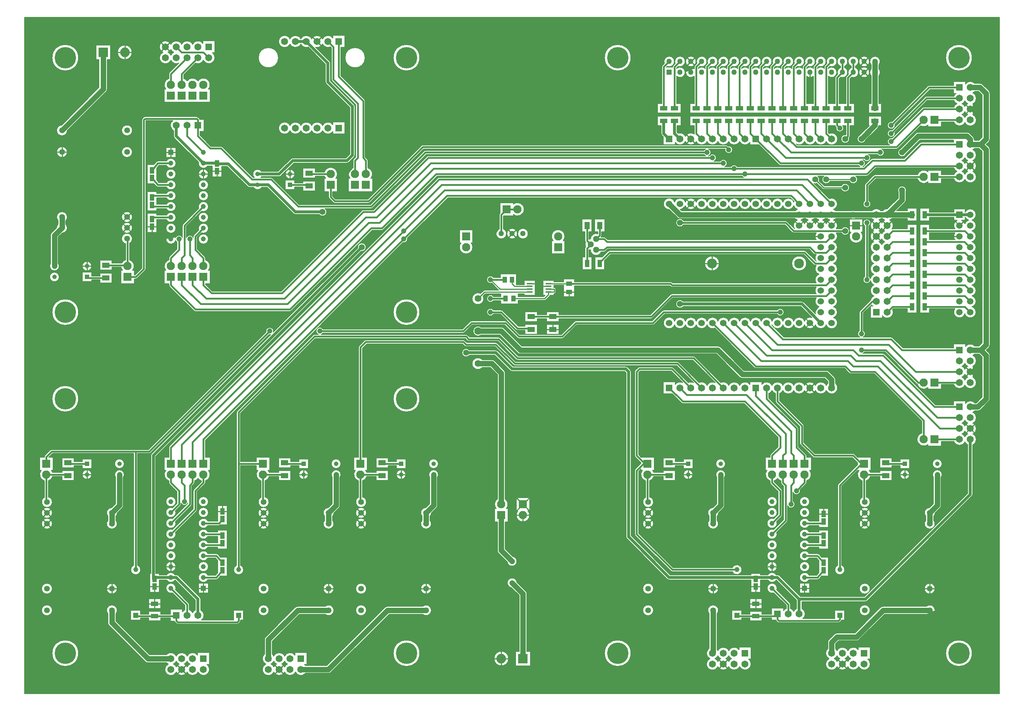
<source format=gbr>
G04 EasyPC Gerber Version 21.0.3 Build 4286 *
%FSLAX35Y35*%
%MOIN*%
%ADD127R,0.04016X0.05787*%
%ADD125R,0.04134X0.05512*%
%ADD27R,0.04134X0.05906*%
%ADD77R,0.04134X0.07087*%
%ADD129R,0.04528X0.07087*%
%ADD22R,0.04213X0.04213*%
%ADD28R,0.04528X0.04528*%
%ADD25R,0.04567X0.04567*%
%ADD74R,0.05020X0.05020*%
%ADD72R,0.05906X0.05906*%
%ADD15R,0.06496X0.06496*%
%ADD18R,0.07677X0.07677*%
%ADD70R,0.08858X0.08858*%
%ADD10C,0.00500*%
%ADD11C,0.01000*%
%ADD80C,0.01500*%
%ADD82C,0.02500*%
%ADD23C,0.04213*%
%ADD79C,0.04331*%
%ADD29C,0.04528*%
%ADD26C,0.04567*%
%ADD13C,0.04800*%
%ADD84C,0.05000*%
%ADD75C,0.05020*%
%ADD21C,0.05039*%
%ADD24C,0.05315*%
%ADD81C,0.05600*%
%ADD78C,0.05669*%
%ADD73C,0.05906*%
%ADD14C,0.06000*%
%ADD20C,0.06260*%
%ADD16C,0.06496*%
%ADD83C,0.07000*%
%ADD19C,0.07677*%
%ADD71C,0.08858*%
%ADD17C,0.09055*%
%ADD12C,0.19800*%
%ADD123R,0.05512X0.01500*%
%ADD124R,0.05512X0.04134*%
%ADD76R,0.07087X0.04134*%
%ADD128R,0.06693X0.04331*%
%ADD126R,0.06693X0.04528*%
X0Y0D02*
D02*
D10*
X7750Y632652D02*
Y7750D01*
X907750*
Y632652*
X7750*
X315150Y420250D02*
G75*
G02X322850I3850D01*
G01*
G75*
G02X318443Y416441I-3850*
G01*
X128800Y226797*
Y118996*
X132067*
Y117695*
X138941*
G75*
G02X146559I3809J-2457*
G01*
X147750*
G75*
G02X149488Y116975I0J-2457*
G01*
X169487Y96989*
G75*
G02X170207Y95250I-1737J-1739*
G01*
Y85181*
G75*
G02X171006Y75800I-2431J-4931*
G01*
X200736*
Y84764*
X209764*
Y75736*
X207050*
Y75250*
G75*
G02X206521Y73976I-1800*
G01*
X205274Y72729*
G75*
G02X204000Y72200I-1274J1272*
G01*
X149000*
G75*
G02X147726Y72729J1800*
G01*
X146506Y73949*
G75*
G02X146039Y74752I1272J1275*
G01*
X142278*
Y77741*
X133346*
Y75126*
X122154*
Y77741*
X114764*
Y75736*
X105736*
Y84764*
X114764*
Y81341*
X122154*
Y83957*
X133346*
Y81341*
X142278*
Y85748*
X153274*
Y83404*
G75*
G02X155793Y85378I4504J-3154*
G01*
Y89439*
X144259Y100963*
G75*
G02X138217Y105237I-1509J4275*
G01*
G75*
G02X147283I4533*
G01*
G75*
G02X147026Y103732I-4534J0*
G01*
X159133Y91635*
G75*
G02X159707Y90250I-1383J-1385*
G01*
Y85398*
G75*
G02X162777Y82537I-1931J-5148*
G01*
G75*
G02X165293Y85155I5000J-2287*
G01*
Y94231*
X146733Y112780*
X146559*
G75*
G02X138941I-3809J2457*
G01*
X132067*
Y101504*
X123433*
Y118996*
X124200*
Y227750*
G75*
G02X124874Y229376I2300*
G01*
X234923Y339426*
G75*
G02X233192Y339396I-924J3324*
G01*
X124024Y230229*
G75*
G02X122750Y229700I-1274J1272*
G01*
X112050*
Y126515*
G75*
G02X114764Y122376I-1800J-4139*
G01*
G75*
G02X105736I-4514*
G01*
G75*
G02X108450Y126515I4514*
G01*
Y229700*
X33496*
X30134Y226339*
X33839*
Y214161*
X32416*
G75*
G02X33567Y212050I-4666J-3911*
G01*
X42154*
Y213858*
X53346*
Y204831*
X42154*
Y208450*
X33567*
G75*
G02X29550Y204433I-5817J1800*
G01*
Y189622*
G75*
G02X28301Y179969I-1249J-4746*
G01*
G75*
G02X25950Y189183J4907*
G01*
Y204433*
G75*
G02X23084Y214161I1800J5817*
G01*
X21661*
Y226339*
X25950*
Y226500*
G75*
G02X26479Y227774I1800*
G01*
X31476Y232771*
G75*
G02X32750Y233300I1274J-1272*
G01*
X122004*
X230646Y341942*
G75*
G02X230550Y342750I3354J808*
G01*
G75*
G02X237450I3450*
G01*
G75*
G02X237324Y341827I-3450J-1*
G01*
X315191Y419693*
G75*
G02X315150Y420250I3809J557*
G01*
X897831Y564831D02*
G75*
G02X898900Y562250I-2581J-2581D01*
G01*
Y520250*
G75*
G02X897831Y517669I-3650J0*
G01*
X895412Y515250*
X897831Y512831*
G75*
G02X898900Y510250I-2581J-2581*
G01*
Y330250*
G75*
G02X897831Y327669I-3650J0*
G01*
X895341Y325179*
X897758Y322762*
G75*
G02X898800Y320250I-2508J-2512*
G01*
Y280250*
G75*
G02X897758Y277738I-3550*
G01*
X890262Y270242*
G75*
G02X887750Y269200I-2512J2508*
G01*
X884948*
G75*
G02X883037Y267750I-4198J3550*
G01*
G75*
G02Y257750I-2287J-5000*
G01*
G75*
G02Y247750I-2287J-5000*
G01*
G75*
G02X883050Y237756I-2287J-5000*
G01*
Y192000*
G75*
G02X882376Y190374I-2300*
G01*
X785626Y93624*
G75*
G02X783998Y92950I-1626J1626*
G01*
X725207*
Y86431*
G75*
G02X726006Y77050I-2431J-4931*
G01*
X755736*
Y84764*
X764764*
Y75736*
X761880*
G75*
G02X761521Y75226I-1630J764*
G01*
X760274Y73979*
G75*
G02X759000Y73450I-1274J1272*
G01*
X704000*
G75*
G02X702726Y73979J1800*
G01*
X701506Y75199*
G75*
G02X701039Y76002I1272J1275*
G01*
X697278*
Y77741*
X688346*
Y75126*
X677154*
Y77741*
X669764*
Y75736*
X660736*
Y84764*
X669764*
Y81341*
X677154*
Y83957*
X688346*
Y81341*
X697278*
Y86998*
X708274*
Y84654*
G75*
G02X710819Y86638I4503J-3154*
G01*
Y89438*
X699263Y100964*
G75*
G02X693217Y105237I-1513J4274*
G01*
G75*
G02X702283I4533*
G01*
G75*
G02X702028Y103736I-4533*
G01*
X714157Y91637*
G75*
G02X714734Y90250I-1381J-1388*
G01*
Y86638*
G75*
G02X717777Y83787I-1957J-5138*
G01*
G75*
G02X720293Y86405I5000J-2287*
G01*
Y94231*
X701733Y112780*
X701559*
G75*
G02X693941I-3809J2457*
G01*
X687067*
Y101504*
X678433*
Y112950*
X602752*
G75*
G02X601124Y113624I-2J2300*
G01*
X563624Y151124*
G75*
G02X562950Y152750I1626J1626*
G01*
Y304297*
X561797Y305450*
X457752*
G75*
G02X456124Y306124I-2J2300*
G01*
X441797Y320450*
X418365*
G75*
G02X411427Y322750I-3087J2300*
G01*
G75*
G02X418365Y325050I3850*
G01*
X442748*
G75*
G02X444376Y324376I2J-2300*
G01*
X458703Y310050*
X562748*
G75*
G02X564376Y309376I2J-2300*
G01*
X566876Y306876*
G75*
G02X567550Y305250I-1626J-1626*
G01*
Y153703*
X603703Y117550*
X678433*
Y118996*
X687067*
Y117695*
X693941*
G75*
G02X701559I3809J-2457*
G01*
X702750*
G75*
G02X704488Y116975I0J-2457*
G01*
X723925Y97550*
X783047*
X878450Y192953*
Y237756*
G75*
G02X875750Y240463I2300J4994*
G01*
G75*
G02X865555Y240950I-5000J2287*
G01*
X853839*
Y236661*
X841661*
Y238084*
G75*
G02X831661Y242750I-3911J4666*
G01*
G75*
G02X835950Y248567I6089*
G01*
Y259504*
X792004Y303450*
X770250*
G75*
G02X768976Y303979J1800*
G01*
X764504Y308450*
X682750*
G75*
G02X681476Y308979J1800*
G01*
X644965Y345490*
G75*
G02X637750Y348649I-2215J4760*
G01*
G75*
G02X627750I-5000J1601*
G01*
G75*
G02X617750I-5000J1601*
G01*
G75*
G02X607750I-5000J1601*
G01*
G75*
G02X597500Y350250I-5000J1601*
G01*
G75*
G02X607750Y351851I5250*
G01*
G75*
G02X617750I5000J-1601*
G01*
G75*
G02X627750I5000J-1601*
G01*
G75*
G02X637750I5000J-1601*
G01*
G75*
G02X647750I5000J-1601*
G01*
G75*
G02X657750I5000J-1601*
G01*
G75*
G02X667750I5000J-1601*
G01*
G75*
G02X677750I5000J-1601*
G01*
G75*
G02X687750I5000J-1601*
G01*
G75*
G02X697750I5000J-1601*
G01*
G75*
G02X707750I5000J-1601*
G01*
G75*
G02X717750I5000J-1601*
G01*
G75*
G02X727750I5000J-1601*
G01*
G75*
G02X734574Y355173I5000J-1600*
G01*
X724297Y365450*
X615837*
G75*
G02X608900Y367750I-3087J2300*
G01*
G75*
G02X615837Y370050I3850*
G01*
X725248*
G75*
G02X726876Y369376I2J-2300*
G01*
X737827Y358426*
G75*
G02X741149Y365250I4923J1824*
G01*
G75*
G02X738588Y373450I1601J5000*
G01*
X605996*
X587430Y354884*
G75*
G02X586156Y354356I-1274J1272*
G01*
X500846*
Y351642*
X489654*
Y354356*
X480846*
Y351642*
X469654*
Y360669*
X480846*
Y357956*
X489654*
Y360669*
X500846*
Y357956*
X585410*
X603976Y376521*
G75*
G02X605250Y377050I1274J-1272*
G01*
X738588*
G75*
G02Y383450I4162J3200*
G01*
X605250*
G75*
G02X603977Y383978J1800*
G01*
X603330Y384623*
X515321*
Y374628*
X505309*
Y385039*
X496417*
Y383020*
X496500*
G75*
G02X498050Y381470J-1550*
G01*
Y378911*
G75*
G02X496500Y377361I-1550*
G01*
X496417*
Y375911*
X493006*
G75*
G02X492626Y375324I-1594J612*
G01*
X488965Y371615*
G75*
G02X487749Y371107I-1215J1199*
G01*
X463372*
Y367809*
X447258*
Y370985*
X440675*
G75*
G02X434300Y372815I-2925J1830*
G01*
G75*
G02X440675Y374644I3450*
G01*
X447258*
Y377361*
X432959*
X430894Y375297*
G75*
G02X431535Y372750I-4739J-2547*
G01*
G75*
G02X420776I-5380*
G01*
G75*
G02X428702Y377489I5380*
G01*
X431221Y380007*
G75*
G02X432318Y380461I1096J-1096*
G01*
X445347*
X438822Y387034*
G75*
G02X434300Y390314I-1072J3280*
G01*
G75*
G02X440693Y392114I3450*
G01*
X446868*
Y395459*
X461762*
Y385580*
X469083*
Y389589*
X479094*
Y375911*
X469083*
Y377361*
X463372*
Y374522*
X487036*
X488408Y375911*
X486406*
Y389589*
X496417*
Y388139*
X505309*
Y390742*
X515321*
Y388223*
X604075*
G75*
G02X605348Y387696J-1800*
G01*
X605995Y387050*
X738588*
G75*
G02X741149Y395250I4162J3200*
G01*
G75*
G02X738588Y403450I1601J5000*
G01*
X737750*
G75*
G02X736476Y403979J1800*
G01*
X727004Y413450*
X548496*
X542972Y407927*
Y399457*
X534339*
Y411043*
X540998*
X546476Y416521*
G75*
G02X547750Y417050I1274J-1272*
G01*
X727750*
G75*
G02X729024Y416521J-1800*
G01*
X738496Y407050*
X738588*
G75*
G02Y413450I4162J3200*
G01*
X737750*
G75*
G02X736476Y413979J1800*
G01*
X732004Y418450*
X545996*
X544024Y416479*
G75*
G02X542750Y415950I-1274J1272*
G01*
X540006*
G75*
G02X530166Y417666I-4756J1800*
G01*
G75*
G02X528644Y417926I84J5084*
G01*
Y411043*
X531161*
Y399457*
X522528*
Y411043*
X525044*
Y419344*
G75*
G02X525573Y420619I1800*
G01*
X525615Y420660*
G75*
G02Y424840I4635J2090*
G01*
X525573Y424881*
G75*
G02X525044Y426156I1272J1274*
G01*
Y434457*
X522331*
Y446043*
X531358*
Y434457*
X528644*
Y427574*
G75*
G02X530166Y427834I1606J-4825*
G01*
G75*
G02X536856Y432574I5084J-84*
G01*
Y434457*
X534142*
Y446043*
X543169*
Y434457*
X540456*
Y431156*
G75*
G02X539927Y429881I-1800*
G01*
X539885Y429840*
G75*
G02X540006Y429550I-4636J-2091*
G01*
X542750*
G75*
G02X544024Y429021J-1800*
G01*
X545996Y427050*
X738588*
G75*
G02Y433450I4162J3200*
G01*
X717750*
G75*
G02X716476Y433979J1800*
G01*
X709504Y440950*
X616153*
G75*
G02X608900Y442750I-3403J1800*
G01*
G75*
G02X616153Y444550I3850*
G01*
X710250*
G75*
G02X711524Y444021J-1800*
G01*
X718496Y437050*
X718588*
G75*
G02X721149Y445250I4162J3200*
G01*
G75*
G02X718882Y446700I1601J5000*
G01*
X612750*
G75*
G02X610238Y447742J3550*
G01*
X602975Y455005*
G75*
G02X602750Y455000I-223J5248*
G01*
G75*
G02X597500Y460250J5250*
G01*
G75*
G02X607750Y461851I5250*
G01*
G75*
G02X617750I5000J-1601*
G01*
G75*
G02X627750I5000J-1601*
G01*
G75*
G02X637750I5000J-1601*
G01*
G75*
G02X647750I5000J-1601*
G01*
G75*
G02X657750I5000J-1601*
G01*
G75*
G02X667750I5000J-1601*
G01*
G75*
G02X677750I5000J-1601*
G01*
G75*
G02X687750I5000J-1601*
G01*
G75*
G02X697750I5000J-1601*
G01*
G75*
G02X707750I5000J-1601*
G01*
G75*
G02X717750I5000J-1601*
G01*
G75*
G02X717990Y462465I5000J-1600*
G01*
X714504Y465950*
X398496*
X361104Y428558*
G75*
G02X356942Y424396I-3354J-808*
G01*
X174550Y242004*
Y226339*
X178839*
Y214161*
X177416*
G75*
G02X174550Y204433I-4666J-3911*
G01*
Y202750*
G75*
G02X174021Y201476I-1800*
G01*
X167050Y194504*
Y177750*
G75*
G02X166523Y176478I-1800*
G01*
X146965Y156908*
G75*
G02X142750Y150704I-4215J-1670*
G01*
G75*
G02Y159771J4533*
G01*
G75*
G02X144418Y159453J-4533*
G01*
X163450Y178495*
Y195250*
G75*
G02X163979Y196524I1800*
G01*
X170950Y203496*
Y204433*
G75*
G02X167750Y206776I1800J5817*
G01*
G75*
G02X164550Y204433I-5000J3474*
G01*
Y202750*
G75*
G02X164021Y201476I-1800*
G01*
X162050Y199504*
Y182750*
G75*
G02X161523Y181478I-1800*
G01*
X146964Y166908*
G75*
G02X142750Y160704I-4214J-1671*
G01*
G75*
G02Y169771J4533*
G01*
G75*
G02X144418Y169453I0J-4533*
G01*
X158450Y183495*
Y183961*
G75*
G02X152050I-3200J1289*
G01*
Y182750*
G75*
G02X151523Y181477I-1800*
G01*
X146963Y176910*
G75*
G02X142750Y170704I-4213J-1673*
G01*
G75*
G02Y179771J4533*
G01*
G75*
G02X144416Y179454I0J-4533*
G01*
X148450Y183495*
Y194504*
X141479Y201476*
G75*
G02X140950Y202750I1272J1274*
G01*
Y204433*
G75*
G02X138084Y214161I1800J5817*
G01*
X136661*
Y226339*
X140950*
Y235250*
G75*
G02X141479Y236524I1800*
G01*
X388976Y484021*
G75*
G02X390250Y484550I1274J-1272*
G01*
X671461*
G75*
G02X669807Y485950I1289J3200*
G01*
X388496*
X339024Y436479*
G75*
G02X337750Y435950I-1274J1272*
G01*
X328496*
X254024Y361479*
G75*
G02X252750Y360950I-1274J1272*
G01*
X165250*
G75*
G02X163976Y361479J1800*
G01*
X141479Y383976*
G75*
G02X140950Y385250I1272J1274*
G01*
Y386661*
X136661*
Y398839*
X138084*
G75*
G02X140950Y408567I4666J3911*
G01*
Y410250*
G75*
G02X141479Y411524I1800*
G01*
X148450Y418496*
Y424807*
G75*
G02X147074Y426402I1800J2943*
G01*
G75*
G02X138217Y427763I-4324J1361*
G01*
G75*
G02X147079Y429109I4533*
G01*
G75*
G02X153450Y429039I3171J-1359*
G01*
Y440250*
G75*
G02X153977Y441522I1800*
G01*
X168536Y456092*
G75*
G02X172750Y462296I4214J1671*
G01*
G75*
G02Y453229J-4533*
G01*
G75*
G02X171082Y453547I0J4533*
G01*
X157050Y439505*
Y429039*
G75*
G02X163450I3200J-1289*
G01*
Y430250*
G75*
G02X163972Y431518I1800*
G01*
X165221Y432779*
G75*
G02X165228Y432786I1634J-1627*
G01*
X168535Y436093*
G75*
G02X172750Y442296I4215J1669*
G01*
G75*
G02Y433229J-4533*
G01*
G75*
G02X171081Y433548J4533*
G01*
X167776Y430243*
X167050Y429510*
Y418496*
X174021Y411524*
G75*
G02X174550Y410250I-1272J-1274*
G01*
Y408567*
G75*
G02X177416Y398839I-1800J-5817*
G01*
X178839*
Y386661*
X174550*
Y385996*
X180996Y379550*
X244504*
X318976Y454021*
G75*
G02X320250Y454550I1274J-1272*
G01*
X329504*
X378976Y504021*
G75*
G02X380250Y504550I1274J-1272*
G01*
X636461*
G75*
G02X634807Y505950I1289J3200*
G01*
X378496*
X329024Y456479*
G75*
G02X327750Y455950I-1274J1272*
G01*
X284891*
G75*
G02X286600Y452750I-2141J-3200*
G01*
G75*
G02X279663Y450450I-3850*
G01*
X257752*
G75*
G02X256124Y451124I-2J2300*
G01*
X231797Y475450*
X226450*
G75*
G02X219050I-3700J2300*
G01*
X215252*
G75*
G02X213624Y476124I-2J2300*
G01*
X194797Y494950*
X189567*
Y485254*
X180933*
Y495305*
X176559*
G75*
G02X168318Y498718I-3809J2458*
G01*
X146013Y521011*
G75*
G02X145293Y522750I1737J1739*
G01*
Y527819*
G75*
G02X144494Y537200I2431J4931*
G01*
X119746*
X119550Y537004*
Y400250*
G75*
G02X119021Y398976I-1800*
G01*
X111524Y391479*
G75*
G02X110250Y390950I-1274J1272*
G01*
X108839*
Y386661*
X96661*
Y398839*
X98084*
G75*
G02X96728Y401856I4666J3911*
G01*
X88346*
Y399142*
X77154*
Y408169*
X88346*
Y405456*
X97296*
G75*
G02X100950Y408567I5454J-2706*
G01*
Y423378*
G75*
G02X102199Y433031I1249J4746*
G01*
G75*
G02X104550Y423817J-4907*
G01*
Y408567*
G75*
G02X107416Y398839I-1800J-5817*
G01*
X108839*
Y394550*
X109504*
X115950Y400996*
Y537750*
G75*
G02X116479Y539024I1800*
G01*
X117726Y540271*
G75*
G02X119000Y540800I1274J-1272*
G01*
X166500*
G75*
G02X167774Y540271J-1800*
G01*
X168994Y539051*
G75*
G02X169461Y538248I-1272J-1275*
G01*
X173222*
Y527252*
X169523*
Y523522*
X179746Y513300*
X189000*
G75*
G02X190274Y512771J-1800*
G01*
X218496Y484550*
X219794*
G75*
G02X222750Y492106I2956J3200*
G01*
G75*
G02X226450Y490050J-4356*
G01*
X241797*
X253624Y501876*
G75*
G02X255252Y502550I1626J-1626*
G01*
X304297*
X307950Y506203*
Y549297*
X286124Y571124*
G75*
G02X285450Y572750I1626J1626*
G01*
Y589297*
X269655Y605093*
G75*
G02X262756Y607950I-1905J5157*
G01*
X262744*
G75*
G02X252750Y607963I-4994J2300*
G01*
G75*
G02X242252Y610250I-5000J2287*
G01*
G75*
G02X252750Y612537I5498*
G01*
G75*
G02X262744Y612550I5000J-2287*
G01*
X262756*
G75*
G02X272750Y612537I4994J-2300*
G01*
G75*
G02X282750I5000J-2287*
G01*
G75*
G02X292252Y613406I5000J-2287*
G01*
Y615748*
X303248*
Y604752*
X299550*
Y578496*
X321521Y556524*
G75*
G02X322050Y555250I-1272J-1274*
G01*
Y503496*
X324021Y501524*
G75*
G02X324550Y500250I-1272J-1274*
G01*
Y493567*
G75*
G02X327416Y483839I-1800J-5817*
G01*
X328839*
Y471661*
X306661*
Y483839*
X308084*
G75*
G02X310950Y493567I4666J3911*
G01*
Y500250*
G75*
G02X311479Y501524I1800*
G01*
X313450Y503496*
Y552004*
X291479Y573976*
G75*
G02X290950Y575250I1272J1274*
G01*
Y604504*
X290151Y605304*
G75*
G02X282750Y607963I-2401J4946*
G01*
G75*
G02X276308Y604944I-5000J2287*
G01*
X289376Y591876*
G75*
G02X290050Y590250I-1626J-1626*
G01*
Y573703*
X311876Y551876*
G75*
G02X312550Y550250I-1626J-1626*
G01*
Y505250*
G75*
G02X311876Y503624I-2300*
G01*
X306876Y498624*
G75*
G02X305248Y497950I-1626J1626*
G01*
X256203*
X244376Y486124*
G75*
G02X242748Y485450I-1626J1626*
G01*
X226450*
G75*
G02X225706Y484550I-3700J2300*
G01*
X235250*
G75*
G02X236524Y484021J-1800*
G01*
X260996Y459550*
X327004*
X376476Y509021*
G75*
G02X377750Y509550I1274J-1272*
G01*
X634807*
G75*
G02X636461Y510950I2943J-1800*
G01*
X375996*
X326524Y461479*
G75*
G02X325250Y460950I-1274J1272*
G01*
X294000*
G75*
G02X292726Y461479J1800*
G01*
X288979Y465226*
G75*
G02X288450Y466500I1272J1274*
G01*
Y471661*
X284161*
Y483839*
X285584*
G75*
G02X284433Y485950I4666J3911*
G01*
X275846*
Y484142*
X264654*
Y493169*
X275846*
Y489550*
X284433*
G75*
G02X296339Y487750I5817J-1800*
G01*
G75*
G02X294916Y483839I-6089*
G01*
X296339*
Y471661*
X292050*
Y467246*
X294746Y464550*
X324504*
X373976Y514021*
G75*
G02X375250Y514550I1274J-1272*
G01*
X655250*
G75*
G02X656524Y514021J-1800*
G01*
X656942Y513604*
G75*
G02X661200Y510250I808J-3354*
G01*
G75*
G02X654300I-3450*
G01*
G75*
G02X654372Y510950I3450J0*
G01*
X639039*
G75*
G02Y504550I-1289J-3200*
G01*
X639807*
G75*
G02X646200Y502750I2943J-1800*
G01*
G75*
G02X644039Y499550I-3450*
G01*
X649807*
G75*
G02X656200Y497750I2943J-1800*
G01*
G75*
G02X654039Y494550I-3450*
G01*
X659807*
G75*
G02X665693I2943J-1800*
G01*
X778961*
G75*
G02X777307Y495950I1289J3200*
G01*
X705250*
G75*
G02X703976Y496479J1800*
G01*
X685702Y514752*
X677252*
Y517094*
G75*
G02X667750Y517963I-4502J3156*
G01*
G75*
G02X657750I-5000J2287*
G01*
G75*
G02X647750I-5000J2287*
G01*
G75*
G02X637750I-5000J2287*
G01*
G75*
G02X627750I-5000J2287*
G01*
G75*
G02X617750I-5000J2287*
G01*
G75*
G02X608248Y517094I-5000J2287*
G01*
Y514752*
X597252*
Y522495*
X596124Y523624*
G75*
G02X595450Y525250I1626J1626*
G01*
Y532528*
X591957*
Y541161*
X613543*
Y532528*
X610050*
Y526203*
X610845Y525407*
G75*
G02X617750Y522537I1905J-5157*
G01*
G75*
G02X626055Y524644I5000J-2287*
G01*
G75*
G02X625950Y525250I1694J606*
G01*
Y532528*
X621957*
Y541161*
X773543*
Y532528*
X769550*
Y522750*
G75*
G02X769021Y521476I-1800*
G01*
X768929Y521384*
G75*
G02X769100Y520250I-3680J-1134*
G01*
G75*
G02X761400I-3850*
G01*
G75*
G02X765950Y524036I3850*
G01*
Y532528*
X762841*
G75*
G02X763700Y530250I-2591J-2278*
G01*
G75*
G02X756800I-3450*
G01*
G75*
G02X756896Y531058I3450*
G01*
X756479Y531476*
G75*
G02X755964Y532528I1272J1274*
G01*
X749550*
Y525996*
X750349Y525196*
G75*
G02X758248Y520250I2401J-4946*
G01*
G75*
G02X747750Y517963I-5498*
G01*
G75*
G02X737750I-5000J2287*
G01*
G75*
G02X727750I-5000J2287*
G01*
G75*
G02X720128Y515417I-5000J2287*
G01*
X720996Y514550*
X806461*
G75*
G02X808558Y521104I1289J3200*
G01*
X836476Y549021*
G75*
G02X837750Y549550I1274J-1272*
G01*
X865555*
G75*
G02X868463Y552750I5195J-1800*
G01*
G75*
G02X865555Y555950I2287J5000*
G01*
X840996*
X811104Y526058*
G75*
G02X811200Y525250I-3354J-808*
G01*
G75*
G02X804300I-3450*
G01*
G75*
G02X808558Y528604I3450*
G01*
X838976Y559021*
G75*
G02X840250Y559550I1274J-1272*
G01*
X865555*
G75*
G02X867594Y562252I5195J-1800*
G01*
X865252*
Y565950*
X843496*
X811104Y533558*
G75*
G02X811200Y532750I-3354J-808*
G01*
G75*
G02X804300I-3450*
G01*
G75*
G02X808558Y536104I3450*
G01*
X841476Y569021*
G75*
G02X842750Y569550I1274J-1272*
G01*
X865252*
Y573248*
X876248*
Y570906*
G75*
G02X884862Y571400I4502J-3156*
G01*
X889746*
G75*
G02X892331Y570331I4J-3650*
G01*
X897831Y564831*
X168217Y447763D02*
G75*
G02X177283I4533D01*
G01*
G75*
G02X168217I-4533*
G01*
Y427763D02*
G75*
G02X177283I4533D01*
G01*
G75*
G02X168217I-4533*
G01*
Y467763D02*
G75*
G02X177283I4533D01*
G01*
G75*
G02X168217I-4533*
G01*
Y477763D02*
G75*
G02X177283I4533D01*
G01*
G75*
G02X168217I-4533*
G01*
Y487763D02*
G75*
G02X177283I4533D01*
G01*
G75*
G02X168217I-4533*
G01*
X138661Y449720D02*
G75*
G02X147283Y447763I4089J-1957D01*
G01*
G75*
G02X138661Y445805I-4533*
G01*
X129567*
Y434004*
X120933*
Y451496*
X129567*
Y449720*
X138661*
X138217Y437763D02*
G75*
G02X147283I4533D01*
G01*
G75*
G02X138217I-4533*
G01*
X138661Y469720D02*
G75*
G02X147283Y467763I4089J-1957D01*
G01*
G75*
G02X138661Y465805I-4533*
G01*
X129567*
Y459720*
X138661*
G75*
G02X147283Y457763I4089J-1957*
G01*
G75*
G02X138661Y455805I-4533*
G01*
X129567*
Y454004*
X120933*
Y471496*
X129567*
Y469720*
X138661*
Y499720D02*
G75*
G02X147283Y497763I4089J-1957D01*
G01*
G75*
G02X138661Y495805I-4533*
G01*
X131655*
X129567Y493349*
Y482164*
X131653Y479720*
X138661*
G75*
G02X147283Y477763I4089J-1957*
G01*
G75*
G02X138661Y475805I-4533*
G01*
X130750*
G75*
G02X129259Y476494J1957*
G01*
X127117Y479004*
X120933*
Y496496*
X127104*
X129257Y499028*
G75*
G02X130750Y499720I1493J-1266*
G01*
X138661*
X138217Y487763D02*
G75*
G02X147283I4533D01*
G01*
G75*
G02X138217I-4533*
G01*
Y512297D02*
X147283D01*
Y503230*
X138217*
Y512297*
X252750Y492106D02*
G75*
G02X257106Y487750J-4356D01*
G01*
G75*
G02X252750Y483394I-4356*
G01*
G75*
G02X248394Y487750J4356*
G01*
G75*
G02X252750Y492106I4356*
G01*
X264654Y481358D02*
X275846D01*
Y472331*
X264654*
Y475950*
X257106*
Y473394*
X248394*
Y482106*
X257106*
Y479550*
X264654*
Y481358*
X843301Y109783D02*
G75*
G02X848209Y104876J-4907D01*
G01*
G75*
G02X843301Y99969I-4907*
G01*
G75*
G02X838394Y104876J4907*
G01*
G75*
G02X843301Y109783I4907*
G01*
X858100Y45250D02*
G75*
G02X882400I12150D01*
G01*
G75*
G02X858100I-12150*
G01*
X783301Y89783D02*
G75*
G02X788209Y84876J-4907D01*
G01*
G75*
G02X783301Y79969I-4907*
G01*
G75*
G02X778394Y84876J4907*
G01*
G75*
G02X783301Y89783I4907*
G01*
X839913Y88426D02*
G75*
G02X848209Y84876I3388J-3550D01*
G01*
G75*
G02X839913Y81326I-4907*
G01*
X801720*
X778136Y57742*
G75*
G02X775624Y56700I-2512J2508*
G01*
X759220*
X756300Y53780*
Y49448*
G75*
G02X757750Y47537I-3550J-4198*
G01*
G75*
G02X767750I5000J-2287*
G01*
G75*
G02X777252Y48406I5000J-2287*
G01*
Y50748*
X788248*
Y39752*
X785906*
G75*
G02X782750Y29752I-3156J-4502*
G01*
G75*
G02X777750Y32963J5498*
G01*
G75*
G02X767750I-5000J2287*
G01*
G75*
G02X757750I-5000J2287*
G01*
G75*
G02X747252Y35250I-5000J2287*
G01*
G75*
G02X750463Y40250I5498*
G01*
G75*
G02X749200Y49448I2287J5000*
G01*
Y55250*
G75*
G02X750242Y57762I3550*
G01*
X755238Y62758*
G75*
G02X757750Y63800I2512J-2508*
G01*
X774154*
X797738Y87384*
G75*
G02X800250Y88426I2512J-2508*
G01*
X839913*
X675906Y39752D02*
G75*
G02X672750Y29752I-3156J-4502D01*
G01*
G75*
G02X667750Y32963J5498*
G01*
G75*
G02X657750I-5000J2287*
G01*
G75*
G02X647750I-5000J2287*
G01*
G75*
G02X637252Y35250I-5000J2287*
G01*
G75*
G02X640463Y40250I5498*
G01*
G75*
G02X639751Y49858I2287J5000*
G01*
Y81488*
G75*
G02X643301Y89783I3550J3388*
G01*
G75*
G02X646851Y81488J-4907*
G01*
Y48912*
G75*
G02X647750Y47537I-4101J-3662*
G01*
G75*
G02X657750I5000J-2287*
G01*
G75*
G02X667252Y48406I5000J-2287*
G01*
Y50748*
X678248*
Y39752*
X675906*
X643301Y109783D02*
G75*
G02X648209Y104876J-4907D01*
G01*
G75*
G02X643301Y99969I-4907*
G01*
G75*
G02X638394Y104876J4907*
G01*
G75*
G02X643301Y109783I4907*
G01*
X677154Y95374D02*
X688346D01*
Y86543*
X677154*
Y95374*
X583301Y89783D02*
G75*
G02X588209Y84876J-4907D01*
G01*
G75*
G02X583301Y79969I-4907*
G01*
G75*
G02X578394Y84876J4907*
G01*
G75*
G02X583301Y89783I4907*
G01*
Y109783D02*
G75*
G02X588209Y104876J-4907D01*
G01*
G75*
G02X583301Y99969I-4907*
G01*
G75*
G02X578394Y104876J4907*
G01*
G75*
G02X583301Y109783I4907*
G01*
X461661Y188839D02*
X473839D01*
Y176661*
X472416*
G75*
G02X473839Y172750I-4666J-3911*
G01*
G75*
G02X461661I-6089*
G01*
G75*
G02X463084Y176661I6089*
G01*
X461661*
Y188839*
X543100Y45250D02*
G75*
G02X567400I12150D01*
G01*
G75*
G02X543100I-12150*
G01*
X458404Y134459D02*
G75*
G02X462165Y130093I-654J-4367D01*
G01*
G75*
G02X453383Y129439I-4415*
G01*
X445242Y137580*
G75*
G02X444200Y140093I2508J2512*
G01*
Y166661*
X441661*
Y178839*
X443084*
G75*
G02X444200Y187696I4666J3911*
G01*
Y302530*
X437542Y309187*
X430198*
G75*
G02X420776Y312737I-4043J3550*
G01*
G75*
G02X430198Y316287I5380*
G01*
X439013*
G75*
G02X441525Y315246J-3550*
G01*
X450258Y306512*
G75*
G02X451300Y304000I-2508J-2512*
G01*
Y187696*
G75*
G02X452416Y178839I-3550J-4946*
G01*
X453839*
Y166661*
X451300*
Y141563*
X458404Y134459*
X471367Y46998D02*
X474496D01*
Y33640*
X461138*
Y46998*
X464267*
Y98713*
X457096Y105883*
G75*
G02X453335Y110250I654J4367*
G01*
G75*
G02X462117Y110904I4415*
G01*
X470325Y102695*
G75*
G02X471367Y100183I-2508J-2512*
G01*
Y46998*
X441138Y40318D02*
G75*
G02X454496I6679D01*
G01*
G75*
G02X441138I-6679*
G01*
X850250Y214606D02*
G75*
G02X853800Y207725J-4356D01*
G01*
Y181825*
G75*
G02X852758Y179313I-3550*
G01*
X848207Y174762*
G75*
G02X846851Y171488I-4906J115*
G01*
Y168264*
G75*
G02X843301Y159969I-3550J-3388*
G01*
G75*
G02X839751Y168264J4907*
G01*
Y171488*
G75*
G02X843187Y179782I3550J3388*
G01*
X846700Y183295*
Y207725*
G75*
G02X850250Y214606I3550J2525*
G01*
Y224606D02*
G75*
G02X854606Y220250J-4356D01*
G01*
G75*
G02X850250Y215894I-4356*
G01*
G75*
G02X845894Y220250J4356*
G01*
G75*
G02X850250Y224606I4356*
G01*
X815894D02*
X824606D01*
Y215894*
X815894*
Y218450*
X808346*
Y216642*
X797154*
Y225669*
X808346*
Y222050*
X815894*
Y224606*
X820250Y214606D02*
G75*
G02X824606Y210250J-4356D01*
G01*
G75*
G02X820250Y205894I-4356*
G01*
G75*
G02X815894Y210250J4356*
G01*
G75*
G02X820250Y214606I4356*
G01*
X489654Y348858D02*
X500846D01*
Y339831*
X489654*
Y348858*
X469654D02*
X480846D01*
Y339831*
X469654*
Y343450*
X462750*
G75*
G02X461476Y343979J1800*
G01*
X447004Y358450*
X440693*
G75*
G02X434300Y360250I-2943J1800*
G01*
G75*
G02X440693Y362050I3450*
G01*
X447750*
G75*
G02X449024Y361521J-1800*
G01*
X463496Y347050*
X469654*
Y348858*
X635461Y405250D02*
G75*
G02X649016I6778D01*
G01*
G75*
G02X635461I-6778*
G01*
X715972D02*
G75*
G02X729528I6778D01*
G01*
G75*
G02X715972I-6778*
G01*
X409161Y436329D02*
X421339D01*
Y424152*
X419916*
G75*
G02X421339Y420240I-4666J-3911*
G01*
G75*
G02X409161I-6089*
G01*
G75*
G02X410584Y424152I6089*
G01*
X409161*
Y436329*
X458839Y459916D02*
G75*
G02X468839Y455250I3911J-4666D01*
G01*
G75*
G02X458839Y450584I-6089*
G01*
Y449161*
X449564*
Y437157*
G75*
G02X447764Y427970I-1800J-4417*
G01*
G75*
G02X445964Y437157J4770*
G01*
Y450264*
G75*
G02X446493Y451538I1800*
G01*
X446661Y451707*
Y461339*
X458839*
Y459916*
X462994Y432740D02*
G75*
G02X472533I4770D01*
G01*
G75*
G02X462994I-4770*
G01*
X452994D02*
G75*
G02X462533I4770D01*
G01*
G75*
G02X452994I-4770*
G01*
X494161Y430240D02*
G75*
G02X506339I6089D01*
G01*
G75*
G02X504916Y426329I-6089*
G01*
X506339*
Y414152*
X494161*
Y426329*
X495584*
G75*
G02X494161Y430240I4666J3911*
G01*
X797154Y213858D02*
X808346D01*
Y204831*
X797154*
Y208450*
X788567*
G75*
G02X784550Y204433I-5817J1800*
G01*
Y189622*
G75*
G02X783301Y179969I-1249J-4746*
G01*
G75*
G02X780950Y189183J4907*
G01*
Y204433*
G75*
G02X778084Y214161I1800J5817*
G01*
X776749*
X762080Y199492*
Y126502*
G75*
G02X764764Y122376I-1830J-4126*
G01*
G75*
G02X755736I-4514*
G01*
G75*
G02X758420Y126502I4514*
G01*
Y200250*
G75*
G02X758957Y201546I1830J0*
G01*
X776661Y219249*
Y221293*
X772004Y225950*
X736500*
G75*
G02X735226Y226479J1800*
G01*
X723979Y237726*
G75*
G02X723450Y239000I1272J1274*
G01*
Y254504*
X701479Y276476*
G75*
G02X700950Y277750I1272J1274*
G01*
Y285055*
G75*
G02X697750Y287963I1800J5195*
G01*
G75*
G02X694550Y285055I-5000J2287*
G01*
Y280996*
X721521Y254024*
G75*
G02X722050Y252750I-1272J-1274*
G01*
Y235996*
X729021Y229024*
G75*
G02X729550Y227750I-1272J-1274*
G01*
Y226339*
X733839*
Y214161*
X732416*
G75*
G02X729550Y204433I-4666J-3911*
G01*
Y202750*
G75*
G02X729021Y201476I-1800*
G01*
X723604Y196058*
G75*
G02X717050Y193961I-3354J-808*
G01*
Y185693*
G75*
G02X718700Y182750I-1800J-2943*
G01*
G75*
G02X712050Y181461I-3450*
G01*
Y167750*
G75*
G02X711522Y166476I-1800*
G01*
X701964Y156909*
G75*
G02X697750Y150704I-4214J-1672*
G01*
G75*
G02Y159771J4533*
G01*
G75*
G02X699417Y159453J-4534*
G01*
X708450Y168495*
Y199504*
X706479Y201476*
G75*
G02X705950Y202750I1272J1274*
G01*
Y204433*
G75*
G02X702750Y206776I1800J5817*
G01*
G75*
G02X699550Y204433I-5000J3474*
G01*
Y203496*
X706521Y196524*
G75*
G02X707050Y195250I-1272J-1274*
G01*
Y172750*
G75*
G02X706523Y171477I-1800*
G01*
X701963Y166910*
G75*
G02X697750Y160704I-4213J-1673*
G01*
G75*
G02Y169771J4533*
G01*
G75*
G02X699416Y169454I0J-4533*
G01*
X703450Y173495*
Y194504*
X696479Y201476*
G75*
G02X695950Y202750I1272J1274*
G01*
Y204433*
G75*
G02X693084Y214161I1800J5817*
G01*
X691661*
Y226339*
X695950*
Y227750*
G75*
G02X696479Y229024I1800*
G01*
X703450Y235996*
Y244504*
X672004Y275950*
X615250*
G75*
G02X613976Y276479J1800*
G01*
X605702Y284752*
X597252*
Y295748*
X608248*
Y293406*
G75*
G02X615372Y295083I4502J-3156*
G01*
X604504Y305950*
X575996*
X574550Y304504*
Y228496*
X576707Y226339*
X588839*
Y214161*
X587416*
G75*
G02X588567Y212050I-4666J-3911*
G01*
X597154*
Y213858*
X608346*
Y204831*
X597154*
Y208450*
X588567*
G75*
G02X584550Y204433I-5817J1800*
G01*
Y189622*
G75*
G02X583301Y179969I-1249J-4746*
G01*
G75*
G02X580950Y189183J4907*
G01*
Y204433*
G75*
G02X578084Y214161I1800J5817*
G01*
X576661*
Y215366*
X574550Y213254*
Y155996*
X606370Y124176*
X661111*
G75*
G02X669764Y122376I4139J-1800*
G01*
G75*
G02X661111Y120576I-4514*
G01*
X605624*
G75*
G02X604350Y121105J1800*
G01*
X571479Y153976*
G75*
G02X570950Y155250I1272J1274*
G01*
Y214000*
G75*
G02X571479Y215274I1800*
G01*
X576661Y220457*
Y221293*
X571479Y226476*
G75*
G02X570950Y227750I1272J1274*
G01*
Y305250*
G75*
G02X571479Y306524I1800*
G01*
X573976Y309021*
G75*
G02X575250Y309550I1274J-1272*
G01*
X605250*
G75*
G02X606524Y309021J-1800*
G01*
X620349Y295196*
G75*
G02X625372Y295083I2401J-4946*
G01*
X609504Y310950*
X460250*
G75*
G02X458976Y311479J1800*
G01*
X442004Y328450*
X415250*
G75*
G02X413976Y328979J1800*
G01*
X412004Y330950*
X323496*
X319550Y327004*
Y226339*
X323839*
Y214161*
X322416*
G75*
G02X323567Y212050I-4666J-3911*
G01*
X332154*
Y213858*
X343346*
Y204831*
X332154*
Y208450*
X323567*
G75*
G02X319550Y204433I-5817J1800*
G01*
Y189622*
G75*
G02X318301Y179969I-1249J-4746*
G01*
G75*
G02X315950Y189183J4907*
G01*
Y204433*
G75*
G02X313084Y214161I1800J5817*
G01*
X311661*
Y226339*
X315950*
Y327750*
G75*
G02X316479Y329024I1800*
G01*
X321476Y334021*
G75*
G02X322750Y334550I1274J-1272*
G01*
X412750*
G75*
G02X414024Y334021J-1800*
G01*
X415996Y332050*
X442750*
G75*
G02X444024Y331521J-1800*
G01*
X460996Y314550*
X610250*
G75*
G02X611524Y314021J-1800*
G01*
X630349Y295196*
G75*
G02X637750Y292537I2401J-4946*
G01*
G75*
G02X645372Y295083I5000J-2287*
G01*
X624504Y315950*
X462750*
G75*
G02X461476Y316479J1800*
G01*
X444504Y333450*
X417750*
G75*
G02X416476Y333979J1800*
G01*
X414504Y335950*
X275996*
X207050Y267004*
Y222050*
X221661*
Y226339*
X233839*
Y214161*
X232416*
G75*
G02X233567Y212050I-4666J-3911*
G01*
X242154*
Y213858*
X253346*
Y204831*
X242154*
Y208450*
X233567*
G75*
G02X229550Y204433I-5817J1800*
G01*
Y189622*
G75*
G02X228301Y179969I-1249J-4746*
G01*
G75*
G02X225950Y189183J4907*
G01*
Y204433*
G75*
G02X223084Y214161I1800J5817*
G01*
X221661*
Y218450*
X207050*
Y126515*
G75*
G02X209764Y122376I-1800J-4139*
G01*
G75*
G02X200736I-4514*
G01*
G75*
G02X203450Y126515I4514*
G01*
Y267750*
G75*
G02X203979Y269024I1800*
G01*
X273976Y339021*
G75*
G02X275250Y339550I1274J-1272*
G01*
X278961*
G75*
G02X276800Y342750I1289J3200*
G01*
G75*
G02X283193Y344550I3450*
G01*
X412004*
X418976Y351521*
G75*
G02X420250Y352050I1274J-1272*
G01*
X451500*
G75*
G02X452774Y351521J-1800*
G01*
X464746Y339550*
X503254*
X515226Y351521*
G75*
G02X516500Y352050I1274J-1272*
G01*
X587004*
X596476Y361521*
G75*
G02X597750Y362050I1274J-1272*
G01*
X702307*
G75*
G02X708700Y360250I2943J-1800*
G01*
G75*
G02X702307Y358450I-3450*
G01*
X598496*
X589024Y348979*
G75*
G02X587750Y348450I-1274J1272*
G01*
X517246*
X505274Y336479*
G75*
G02X504000Y335950I-1274J1272*
G01*
X464000*
G75*
G02X462726Y336479J1800*
G01*
X450754Y348450*
X420996*
X414024Y341479*
G75*
G02X412750Y340950I-1274J1272*
G01*
X283193*
G75*
G02X281539Y339550I-2943J1800*
G01*
X415250*
G75*
G02X416524Y339021J-1800*
G01*
X418496Y337050*
X445250*
G75*
G02X446524Y336521J-1800*
G01*
X463496Y319550*
X625250*
G75*
G02X626524Y319021J-1800*
G01*
X650349Y295196*
G75*
G02X657750Y292537I2401J-4946*
G01*
G75*
G02X667750I5000J-2287*
G01*
G75*
G02X677252Y293406I5000J-2287*
G01*
Y295748*
X688248*
Y293406*
G75*
G02X697750Y292537I4502J-3156*
G01*
G75*
G02X707750I5000J-2287*
G01*
G75*
G02X717750I5000J-2287*
G01*
G75*
G02X727750I5000J-2287*
G01*
G75*
G02X737750I5000J-2287*
G01*
G75*
G02X747750I5000J-2287*
G01*
G75*
G02X749200Y294448I5000J-2287*
G01*
Y296280*
X746280Y299200*
X670250*
G75*
G02X667738Y300242J3550*
G01*
X646280Y321700*
X465250*
G75*
G02X462738Y322742J3550*
G01*
X446280Y339200*
X429096*
G75*
G02X421700Y342750I-2846J3550*
G01*
G75*
G02X429096Y346300I4550*
G01*
X447750*
G75*
G02X450262Y345258J-3550*
G01*
X466720Y328800*
X647750*
G75*
G02X650262Y327758J-3550*
G01*
X671720Y306300*
X747750*
G75*
G02X750262Y305258J-3550*
G01*
X755258Y300262*
G75*
G02X756300Y297750I-2508J-2512*
G01*
Y294448*
G75*
G02X752750Y284752I-3550J-4198*
G01*
G75*
G02X747750Y287963J5498*
G01*
G75*
G02X737750I-5000J2287*
G01*
G75*
G02X727750I-5000J2287*
G01*
G75*
G02X717750I-5000J2287*
G01*
G75*
G02X707750I-5000J2287*
G01*
G75*
G02X704550Y285055I-5000J2287*
G01*
Y278496*
X726521Y256524*
G75*
G02X727050Y255250I-1272J-1274*
G01*
Y239746*
X737246Y229550*
X772750*
G75*
G02X774024Y229021J-1800*
G01*
X776707Y226339*
X788839*
Y214161*
X787416*
G75*
G02X788567Y212050I-4666J-3911*
G01*
X797154*
Y213858*
X783301Y109783D02*
G75*
G02X788209Y104876J-4907D01*
G01*
G75*
G02X783301Y99969I-4907*
G01*
G75*
G02X778394Y104876J4907*
G01*
G75*
G02X783301Y109783I4907*
G01*
Y169783D02*
G75*
G02X788209Y164876J-4907D01*
G01*
G75*
G02X783301Y159969I-4907*
G01*
G75*
G02X778394Y164876J4907*
G01*
G75*
G02X783301Y169783I4907*
G01*
Y179783D02*
G75*
G02X788209Y174876J-4907D01*
G01*
G75*
G02X783301Y169969I-4907*
G01*
G75*
G02X778394Y174876J4907*
G01*
G75*
G02X783301Y179783I4907*
G01*
X723217Y109770D02*
X732283D01*
Y100703*
X723217*
Y109770*
X743383Y133996D02*
X749567D01*
Y116504*
X743396*
X741243Y113972*
G75*
G02X739750Y113280I-1493J1266*
G01*
X731839*
G75*
G02X723217Y115237I-4089J1957*
G01*
G75*
G02X731839Y117195I4533*
G01*
X738845*
X740933Y119651*
Y130836*
X738847Y133280*
X731839*
G75*
G02X723217Y135237I-4089J1957*
G01*
G75*
G02X731839Y137195I4533*
G01*
X739750*
G75*
G02X741241Y136506J-1957*
G01*
X743383Y133996*
X723217Y125237D02*
G75*
G02X732283I4533D01*
G01*
G75*
G02X723217I-4533*
G01*
X740933Y158996D02*
X749567D01*
Y141504*
X740933*
Y143280*
X731839*
G75*
G02X723217Y145237I-4089J1957*
G01*
G75*
G02X731839Y147195I4533*
G01*
X740933*
Y153280*
X731839*
G75*
G02X723217Y155237I-4089J1957*
G01*
G75*
G02X731839Y157195I4533*
G01*
X740933*
Y158996*
Y178996D02*
X749567D01*
Y161504*
X740933*
Y163280*
X731839*
G75*
G02X723217Y165237I-4089J1957*
G01*
G75*
G02X731839Y167195I4533*
G01*
X740933*
Y178996*
X723217Y175237D02*
G75*
G02X732283I4533D01*
G01*
G75*
G02X723217I-4533*
G01*
Y185237D02*
G75*
G02X732283I4533D01*
G01*
G75*
G02X723217I-4533*
G01*
X693217Y125237D02*
G75*
G02X702283I4533D01*
G01*
G75*
G02X693217I-4533*
G01*
Y135237D02*
G75*
G02X702283I4533D01*
G01*
G75*
G02X693217I-4533*
G01*
Y145237D02*
G75*
G02X702283I4533D01*
G01*
G75*
G02X693217I-4533*
G01*
Y175237D02*
G75*
G02X702283I4533D01*
G01*
G75*
G02X693217I-4533*
G01*
Y185237D02*
G75*
G02X702283I4533D01*
G01*
G75*
G02X693217I-4533*
G01*
X650250Y214606D02*
G75*
G02X653800Y207725J-4356D01*
G01*
Y181825*
G75*
G02X652758Y179313I-3550*
G01*
X648207Y174762*
G75*
G02X646851Y171488I-4906J115*
G01*
Y168264*
G75*
G02X643301Y159969I-3550J-3388*
G01*
G75*
G02X639751Y168264J4907*
G01*
Y171488*
G75*
G02X643187Y179782I3550J3388*
G01*
X646700Y183295*
Y207725*
G75*
G02X650250Y214606I3550J2525*
G01*
Y224606D02*
G75*
G02X654606Y220250J-4356D01*
G01*
G75*
G02X650250Y215894I-4356*
G01*
G75*
G02X645894Y220250J4356*
G01*
G75*
G02X650250Y224606I4356*
G01*
X615894D02*
X624606D01*
Y215894*
X615894*
Y218450*
X608346*
Y216642*
X597154*
Y225669*
X608346*
Y222050*
X615894*
Y224606*
X620250Y214606D02*
G75*
G02X624606Y210250J-4356D01*
G01*
G75*
G02X620250Y205894I-4356*
G01*
G75*
G02X615894Y210250J4356*
G01*
G75*
G02X620250Y214606I4356*
G01*
X583301Y169783D02*
G75*
G02X588209Y164876J-4907D01*
G01*
G75*
G02X583301Y159969I-4907*
G01*
G75*
G02X578394Y164876J4907*
G01*
G75*
G02X583301Y169783I4907*
G01*
Y179783D02*
G75*
G02X588209Y174876J-4907D01*
G01*
G75*
G02X583301Y169969I-4907*
G01*
G75*
G02X578394Y174876J4907*
G01*
G75*
G02X583301Y179783I4907*
G01*
X350894Y224606D02*
X359606D01*
Y215894*
X350894*
Y218450*
X343346*
Y216642*
X332154*
Y225669*
X343346*
Y222050*
X350894*
Y224606*
X355250Y214606D02*
G75*
G02X359606Y210250J-4356D01*
G01*
G75*
G02X355250Y205894I-4356*
G01*
G75*
G02X350894Y210250J4356*
G01*
G75*
G02X355250Y214606I4356*
G01*
X348100Y280250D02*
G75*
G02X372400I12150D01*
G01*
G75*
G02X348100I-12150*
G01*
X378301Y109783D02*
G75*
G02X383209Y104876J-4907D01*
G01*
G75*
G02X378301Y99969I-4907*
G01*
G75*
G02X373394Y104876J4907*
G01*
G75*
G02X378301Y109783I4907*
G01*
X385250Y214606D02*
G75*
G02X388800Y207725J-4356D01*
G01*
Y181825*
G75*
G02X387758Y179313I-3550*
G01*
X383207Y174762*
G75*
G02X381851Y171488I-4906J115*
G01*
Y168264*
G75*
G02X378301Y159969I-3550J-3388*
G01*
G75*
G02X374751Y168264J4907*
G01*
Y171488*
G75*
G02X378187Y179782I3550J3388*
G01*
X381700Y183295*
Y207725*
G75*
G02X385250Y214606I3550J2525*
G01*
Y224606D02*
G75*
G02X389606Y220250J-4356D01*
G01*
G75*
G02X385250Y215894I-4356*
G01*
G75*
G02X380894Y220250J4356*
G01*
G75*
G02X385250Y224606I4356*
G01*
X318301Y89783D02*
G75*
G02X323209Y84876J-4907D01*
G01*
G75*
G02X318301Y79969I-4907*
G01*
G75*
G02X313394Y84876J4907*
G01*
G75*
G02X318301Y89783I4907*
G01*
Y109783D02*
G75*
G02Y99969J-4907D01*
G01*
G75*
G02X313394Y104876J4907*
G01*
G75*
G02X318301Y109783I4907*
G01*
Y169783D02*
G75*
G02X323209Y164876J-4907D01*
G01*
G75*
G02X318301Y159969I-4907*
G01*
G75*
G02X313394Y164876J4907*
G01*
G75*
G02X318301Y169783I4907*
G01*
Y179783D02*
G75*
G02X323209Y174876J-4907D01*
G01*
G75*
G02X318301Y169969I-4907*
G01*
G75*
G02X313394Y174876J4907*
G01*
G75*
G02X318301Y179783I4907*
G01*
X288301Y109783D02*
G75*
G02X293209Y104876J-4907D01*
G01*
G75*
G02X288301Y99969I-4907*
G01*
G75*
G02X283394Y104876J4907*
G01*
G75*
G02X288301Y109783I4907*
G01*
X295250Y214606D02*
G75*
G02X298800Y207725J-4356D01*
G01*
Y181825*
G75*
G02X297758Y179313I-3550*
G01*
X293207Y174762*
G75*
G02X291851Y171488I-4906J115*
G01*
Y168264*
G75*
G02X288301Y159969I-3550J-3388*
G01*
G75*
G02X284751Y168264J4907*
G01*
Y171488*
G75*
G02X288187Y179782I3550J3388*
G01*
X291700Y183295*
Y207725*
G75*
G02X295250Y214606I3550J2525*
G01*
Y224606D02*
G75*
G02X299606Y220250J-4356D01*
G01*
G75*
G02X295250Y215894I-4356*
G01*
G75*
G02X290894Y220250J4356*
G01*
G75*
G02X295250Y224606I4356*
G01*
X260894D02*
X269606D01*
Y215894*
X260894*
Y218450*
X253346*
Y216642*
X242154*
Y225669*
X253346*
Y222050*
X260894*
Y224606*
X265250Y214606D02*
G75*
G02X269606Y210250J-4356D01*
G01*
G75*
G02X265250Y205894I-4356*
G01*
G75*
G02X260894Y210250J4356*
G01*
G75*
G02X265250Y214606I4356*
G01*
X228301Y89783D02*
G75*
G02X233209Y84876J-4907D01*
G01*
G75*
G02X228301Y79969I-4907*
G01*
G75*
G02X223394Y84876J4907*
G01*
G75*
G02X228301Y89783I4907*
G01*
X374913Y88426D02*
G75*
G02X383209Y84876I3388J-3550D01*
G01*
G75*
G02X374913Y81326I-4907*
G01*
X344220*
X290636Y27742*
G75*
G02X288124Y26700I-2512J2508*
G01*
X266948*
G75*
G02X257750Y27963I-4198J3550*
G01*
G75*
G02X247750I-5000J2287*
G01*
G75*
G02X237750I-5000J2287*
G01*
G75*
G02X227252Y30250I-5000J2287*
G01*
G75*
G02X230463Y35250I5498*
G01*
G75*
G02X229200Y44448I2287J5000*
G01*
Y57750*
G75*
G02X230242Y60262I3550*
G01*
X257364Y87384*
G75*
G02X259876Y88426I2512J-2508*
G01*
X284913*
G75*
G02X293209Y84876I3388J-3550*
G01*
G75*
G02X284913Y81326I-4907*
G01*
X261346*
X236300Y56280*
Y44448*
G75*
G02X237750Y42537I-3550J-4198*
G01*
G75*
G02X247750I5000J-2287*
G01*
G75*
G02X257252Y43406I5000J-2287*
G01*
Y45748*
X268248*
Y34752*
X265906*
G75*
G02X266948Y33800I-3156J-4503*
G01*
X286654*
X340238Y87384*
G75*
G02X342750Y88426I2512J-2508*
G01*
X374913*
X348100Y45250D02*
G75*
G02X372400I12150D01*
G01*
G75*
G02X348100I-12150*
G01*
X228301Y109783D02*
G75*
G02Y99969J-4907D01*
G01*
G75*
G02X223394Y104876J4907*
G01*
G75*
G02X228301Y109783I4907*
G01*
Y169783D02*
G75*
G02X233209Y164876J-4907D01*
G01*
G75*
G02X228301Y159969I-4907*
G01*
G75*
G02X223394Y164876J4907*
G01*
G75*
G02X228301Y169783I4907*
G01*
Y179783D02*
G75*
G02X233209Y174876J-4907D01*
G01*
G75*
G02X228301Y169969I-4907*
G01*
G75*
G02X223394Y174876J4907*
G01*
G75*
G02X228301Y179783I4907*
G01*
X348100Y360250D02*
G75*
G02X372400I12150D01*
G01*
G75*
G02X348100I-12150*
G01*
X168217Y109770D02*
X177283D01*
Y100703*
X168217*
Y109770*
X188383Y133996D02*
X194567D01*
Y116504*
X188396*
X186243Y113972*
G75*
G02X184750Y113280I-1493J1266*
G01*
X176839*
G75*
G02X168217Y115237I-4089J1957*
G01*
G75*
G02X176839Y117195I4533*
G01*
X183845*
X185933Y119651*
Y130836*
X183847Y133280*
X176839*
G75*
G02X168217Y135237I-4089J1957*
G01*
G75*
G02X176839Y137195I4533*
G01*
X184750*
G75*
G02X186241Y136506J-1957*
G01*
X188383Y133996*
X168217Y125237D02*
G75*
G02X177283I4533D01*
G01*
G75*
G02X168217I-4533*
G01*
X185933Y158996D02*
X194567D01*
Y141504*
X185933*
Y143280*
X176839*
G75*
G02X168217Y145237I-4089J1957*
G01*
G75*
G02X176839Y147195I4533*
G01*
X185933*
Y153280*
X176839*
G75*
G02X168217Y155237I-4089J1957*
G01*
G75*
G02X176839Y157195I4533*
G01*
X185933*
Y158996*
Y181496D02*
X194567D01*
Y164004*
X188770*
G75*
G02X187250Y163280I-1520J1233*
G01*
X176839*
G75*
G02X168217Y165237I-4089J1957*
G01*
G75*
G02X176839Y167195I4533*
G01*
X185933*
Y181496*
X168217Y175237D02*
G75*
G02X177283I4533D01*
G01*
G75*
G02X168217I-4533*
G01*
Y185237D02*
G75*
G02X177283I4533D01*
G01*
G75*
G02X168217I-4533*
G01*
X138217Y125237D02*
G75*
G02X147283I4533D01*
G01*
G75*
G02X138217I-4533*
G01*
Y135237D02*
G75*
G02X147283I4533D01*
G01*
G75*
G02X138217I-4533*
G01*
Y145237D02*
G75*
G02X147283I4533D01*
G01*
G75*
G02X138217I-4533*
G01*
Y185237D02*
G75*
G02X147283I4533D01*
G01*
G75*
G02X138217I-4533*
G01*
X122154Y95374D02*
X133346D01*
Y86543*
X122154*
Y95374*
X60894Y224606D02*
X69606D01*
Y215894*
X60894*
Y218450*
X53346*
Y216642*
X42154*
Y225669*
X53346*
Y222050*
X60894*
Y224606*
X65250Y214606D02*
G75*
G02X69606Y210250J-4356D01*
G01*
G75*
G02X65250Y205894I-4356*
G01*
G75*
G02X60894Y210250J4356*
G01*
G75*
G02X65250Y214606I4356*
G01*
X175906Y34752D02*
G75*
G02X172750Y24752I-3156J-4502D01*
G01*
G75*
G02X167750Y27963J5498*
G01*
G75*
G02X157750I-5000J2287*
G01*
G75*
G02X147750I-5000J2287*
G01*
G75*
G02X137252Y30250I-5000J2287*
G01*
G75*
G02X140463Y35250I5498*
G01*
G75*
G02X138751Y36477I2287J5000*
G01*
X121500*
G75*
G02X118875Y37566J3708*
G01*
X85683Y70759*
G75*
G02X84594Y73383I2619J2625*
G01*
Y81661*
G75*
G02X88301Y89783I3707J3215*
G01*
G75*
G02X92009Y81661J-4907*
G01*
Y74919*
X123036Y43892*
X138631*
G75*
G02X147750Y42537I4119J-3642*
G01*
G75*
G02X157750I5000J-2287*
G01*
G75*
G02X167252Y43406I5000J-2287*
G01*
Y45748*
X178248*
Y34752*
X175906*
X88301Y109783D02*
G75*
G02X93209Y104876J-4907D01*
G01*
G75*
G02X88301Y99969I-4907*
G01*
G75*
G02X83394Y104876J4907*
G01*
G75*
G02X88301Y109783I4907*
G01*
X95250Y214606D02*
G75*
G02X98800Y207725J-4356D01*
G01*
Y181825*
G75*
G02X97758Y179313I-3550*
G01*
X93207Y174762*
G75*
G02X91851Y171488I-4906J115*
G01*
Y168264*
G75*
G02X88301Y159969I-3550J-3388*
G01*
G75*
G02X84751Y168264J4907*
G01*
Y171488*
G75*
G02X88187Y179782I3550J3388*
G01*
X91700Y183295*
Y207725*
G75*
G02X95250Y214606I3550J2525*
G01*
Y224606D02*
G75*
G02X99606Y220250J-4356D01*
G01*
G75*
G02X95250Y215894I-4356*
G01*
G75*
G02X90894Y220250J4356*
G01*
G75*
G02X95250Y224606I4356*
G01*
X28301Y89783D02*
G75*
G02X33209Y84876J-4907D01*
G01*
G75*
G02X28301Y79969I-4907*
G01*
G75*
G02X23394Y84876J4907*
G01*
G75*
G02X28301Y89783I4907*
G01*
X33100Y45250D02*
G75*
G02X57400I12150D01*
G01*
G75*
G02X33100I-12150*
G01*
X28301Y109783D02*
G75*
G02X33209Y104876J-4907D01*
G01*
G75*
G02X28301Y99969I-4907*
G01*
G75*
G02X23394Y104876J4907*
G01*
G75*
G02X28301Y109783I4907*
G01*
Y169783D02*
G75*
G02X33209Y164876J-4907D01*
G01*
G75*
G02X28301Y159969I-4907*
G01*
G75*
G02X23394Y164876J4907*
G01*
G75*
G02X28301Y169783I4907*
G01*
Y179783D02*
G75*
G02X33209Y174876J-4907D01*
G01*
G75*
G02X28301Y169969I-4907*
G01*
G75*
G02X23394Y174876J4907*
G01*
G75*
G02X28301Y179783I4907*
G01*
X35250Y397106D02*
G75*
G02X39606Y392750J-4356D01*
G01*
G75*
G02X35250Y388394I-4356*
G01*
G75*
G02X30894Y392750J4356*
G01*
G75*
G02X35250Y397106I4356*
G01*
X33100Y280250D02*
G75*
G02X57400I12150D01*
G01*
G75*
G02X33100I-12150*
G01*
Y360250D02*
G75*
G02X57400I12150D01*
G01*
G75*
G02X33100I-12150*
G01*
X42199Y453031D02*
G75*
G02X45749Y444736J-4907D01*
G01*
Y441512*
G75*
G02X42313Y433218I-3550J-3388*
G01*
X38800Y429705*
Y405275*
G75*
G02X35250Y398394I-3550J-2525*
G01*
G75*
G02X31700Y405275J4356*
G01*
Y431175*
G75*
G02X32742Y433687I3550*
G01*
X37293Y438238*
G75*
G02X38649Y441512I4906J-115*
G01*
Y444736*
G75*
G02X42199Y453031I3550J3388*
G01*
X33100Y595250D02*
G75*
G02X57400I12150D01*
G01*
G75*
G02X33100I-12150*
G01*
X42199Y513031D02*
G75*
G02X47106Y508124J-4907D01*
G01*
G75*
G02X42199Y503217I-4907*
G01*
G75*
G02X37291Y508124J4907*
G01*
G75*
G02X42199Y513031I4907*
G01*
X73504Y606860D02*
X86862D01*
Y593502*
X83891*
Y566175*
G75*
G02X82805Y563554I-3707*
G01*
X47094Y527780*
G75*
G02X37291Y528124I-4895J344*
G01*
G75*
G02X41846Y533019I4907*
G01*
X76476Y567709*
Y593502*
X73504*
Y606860*
X65250Y407106D02*
G75*
G02X69606Y402750J-4356D01*
G01*
G75*
G02X65250Y398394I-4356*
G01*
G75*
G02X60894Y402750J4356*
G01*
G75*
G02X65250Y407106I4356*
G01*
X77154Y396358D02*
X88346D01*
Y387331*
X77154*
Y390044*
X69606*
Y388394*
X60894*
Y397106*
X69606*
Y393644*
X77154*
Y396358*
X93504Y600182D02*
G75*
G02X106862I6679D01*
G01*
G75*
G02X93504I-6679*
G01*
X102199Y443031D02*
G75*
G02X107106Y438124J-4907D01*
G01*
G75*
G02X102199Y433217I-4907*
G01*
G75*
G02X97291Y438124J4907*
G01*
G75*
G02X102199Y443031I4907*
G01*
Y453031D02*
G75*
G02X107106Y448124J-4907D01*
G01*
G75*
G02X102199Y443217I-4907*
G01*
G75*
G02X97291Y448124J4907*
G01*
G75*
G02X102199Y453031I4907*
G01*
Y513031D02*
G75*
G02X107106Y508124J-4907D01*
G01*
G75*
G02X102199Y503217I-4907*
G01*
G75*
G02X97291Y508124J4907*
G01*
G75*
G02X102199Y513031I4907*
G01*
Y533031D02*
G75*
G02Y523217J-4907D01*
G01*
G75*
G02X97291Y528124J4907*
G01*
G75*
G02X102199Y533031I4907*
G01*
X180906Y599752D02*
G75*
G02X177750Y589752I-3156J-4502D01*
G01*
G75*
G02X172750Y592963J5498*
G01*
G75*
G02X165349Y590304I-5000J2287*
G01*
X154550Y579504*
Y576067*
G75*
G02X157750Y573724I-1800J-5817*
G01*
G75*
G02X167750I5000J-3474*
G01*
G75*
G02X178839Y570250I5000J-3474*
G01*
G75*
G02X177416Y566339I-6089*
G01*
X178839*
Y554161*
X136661*
Y566339*
X138084*
G75*
G02X140950Y576067I4666J3911*
G01*
Y580250*
G75*
G02X141479Y581524I1800*
G01*
X150372Y590417*
G75*
G02X142750Y592963I-2622J4833*
G01*
G75*
G02X132252Y595250I-5000J2287*
G01*
G75*
G02X135463Y600250I5498*
G01*
G75*
G02X137750Y610748I2287J5000*
G01*
G75*
G02X142750Y607537J-5498*
G01*
G75*
G02X152750I5000J-2287*
G01*
G75*
G02X162750I5000J-2287*
G01*
G75*
G02X172252Y608406I5000J-2287*
G01*
Y610748*
X183248*
Y599752*
X180906*
X223500Y595250D02*
G75*
G02X242000I9250D01*
G01*
G75*
G02X223500I-9250*
G01*
X292252Y535748D02*
X303248D01*
Y524752*
X292252*
Y527094*
G75*
G02X282750Y527963I-4502J3156*
G01*
G75*
G02X272750I-5000J2287*
G01*
G75*
G02X262750I-5000J2287*
G01*
G75*
G02X252750I-5000J2287*
G01*
G75*
G02X242252Y530250I-5000J2287*
G01*
G75*
G02X252750Y532537I5498*
G01*
G75*
G02X262750I5000J-2287*
G01*
G75*
G02X272750I5000J-2287*
G01*
G75*
G02X282750I5000J-2287*
G01*
G75*
G02X292252Y533406I5000J-2287*
G01*
Y535748*
X303500Y595250D02*
G75*
G02X322000I9250D01*
G01*
G75*
G02X303500I-9250*
G01*
X348100D02*
G75*
G02X372400I12150D01*
G01*
G75*
G02X348100I-12150*
G01*
X543100D02*
G75*
G02X567400I12150D01*
G01*
G75*
G02X543100I-12150*
G01*
X607990Y591750D02*
G75*
G02X617510I4760D01*
G01*
G75*
G02X610907Y587361I-4760*
G01*
X609550Y586004*
Y585274*
G75*
G02X617510Y581750I3200J-3524*
G01*
G75*
G02X609550Y578226I-4760*
G01*
Y552972*
X613543*
Y544339*
X591957*
Y552972*
X595950*
Y586750*
G75*
G02X596479Y588024I1800*
G01*
X598361Y589907*
G75*
G02X602750Y596510I4389J1843*
G01*
G75*
G02Y586990J-4760*
G01*
G75*
G02X600907Y587361J4760*
G01*
X600056Y586510*
X605950*
Y586750*
G75*
G02X606479Y588024I1800*
G01*
X608361Y589907*
G75*
G02X607990Y591750I4389J1843*
G01*
X767990D02*
G75*
G02X777510I4760D01*
G01*
G75*
G02X774550Y587344I-4760*
G01*
Y586156*
G75*
G02X772750Y576990I-1800J-4406*
G01*
G75*
G02X770907Y577361J4760*
G01*
X769550Y576004*
Y552972*
X773543*
Y544339*
X621957*
Y552972*
X625950*
Y578226*
G75*
G02X617990Y581750I-3200J3524*
G01*
G75*
G02X625950Y585274I4760*
G01*
Y586750*
G75*
G02X626479Y588024I1800*
G01*
X628361Y589907*
G75*
G02X632750Y596510I4389J1843*
G01*
G75*
G02Y586990J-4760*
G01*
G75*
G02X630907Y587361J4760*
G01*
X629550Y586004*
Y585274*
G75*
G02X635950I3200J-3524*
G01*
Y586750*
G75*
G02X636479Y588024I1800*
G01*
X638361Y589907*
G75*
G02X642750Y596510I4389J1843*
G01*
G75*
G02Y586990J-4760*
G01*
G75*
G02X640907Y587361J4760*
G01*
X639550Y586004*
Y585274*
G75*
G02X645950I3200J-3524*
G01*
Y586750*
G75*
G02X646479Y588024I1800*
G01*
X648361Y589907*
G75*
G02X652750Y596510I4389J1843*
G01*
G75*
G02Y586990J-4760*
G01*
G75*
G02X650907Y587361J4760*
G01*
X649550Y586004*
Y585274*
G75*
G02X655950I3200J-3524*
G01*
Y586750*
G75*
G02X656479Y588024I1800*
G01*
X658361Y589907*
G75*
G02X662750Y596510I4389J1843*
G01*
G75*
G02Y586990J-4760*
G01*
G75*
G02X660907Y587361J4760*
G01*
X659550Y586004*
Y585274*
G75*
G02X665950I3200J-3524*
G01*
Y586750*
G75*
G02X666479Y588024I1800*
G01*
X668361Y589907*
G75*
G02X672750Y596510I4389J1843*
G01*
G75*
G02Y586990J-4760*
G01*
G75*
G02X670907Y587361J4760*
G01*
X669550Y586004*
Y585274*
G75*
G02X675950I3200J-3524*
G01*
Y586750*
G75*
G02X676479Y588024I1800*
G01*
X678361Y589907*
G75*
G02X682750Y596510I4389J1843*
G01*
G75*
G02Y586990J-4760*
G01*
G75*
G02X680907Y587361J4760*
G01*
X679550Y586004*
Y585274*
G75*
G02X685950I3200J-3524*
G01*
Y586750*
G75*
G02X686479Y588024I1800*
G01*
X688361Y589907*
G75*
G02X692750Y596510I4389J1843*
G01*
G75*
G02Y586990J-4760*
G01*
G75*
G02X690907Y587361J4760*
G01*
X689550Y586004*
Y585274*
G75*
G02X695950I3200J-3524*
G01*
Y586750*
G75*
G02X696479Y588024I1800*
G01*
X698361Y589907*
G75*
G02X702750Y596510I4389J1843*
G01*
G75*
G02Y586990J-4760*
G01*
G75*
G02X700907Y587361J4760*
G01*
X699550Y586004*
Y585274*
G75*
G02X705950I3200J-3524*
G01*
Y586750*
G75*
G02X706479Y588024I1800*
G01*
X708361Y589907*
G75*
G02X712750Y596510I4389J1843*
G01*
G75*
G02Y586990J-4760*
G01*
G75*
G02X710907Y587361J4760*
G01*
X709550Y586004*
Y585274*
G75*
G02X715950I3200J-3524*
G01*
Y586750*
G75*
G02X716479Y588024I1800*
G01*
X718361Y589907*
G75*
G02X722750Y596510I4389J1843*
G01*
G75*
G02Y586990J-4760*
G01*
G75*
G02X720907Y587361J4760*
G01*
X719550Y586004*
Y585274*
G75*
G02X725950I3200J-3524*
G01*
Y586750*
G75*
G02X726479Y588024I1800*
G01*
X728361Y589907*
G75*
G02X732750Y596510I4389J1843*
G01*
G75*
G02Y586990J-4760*
G01*
G75*
G02X730907Y587361J4760*
G01*
X729550Y586004*
Y585274*
G75*
G02X735950I3200J-3524*
G01*
Y586750*
G75*
G02X736479Y588024I1800*
G01*
X738361Y589907*
G75*
G02X742750Y596510I4389J1843*
G01*
G75*
G02Y586990J-4760*
G01*
G75*
G02X740907Y587361J4760*
G01*
X739550Y586004*
Y585274*
G75*
G02X745950I3200J-3524*
G01*
Y586750*
G75*
G02X746479Y588024I1800*
G01*
X748361Y589907*
G75*
G02X752750Y596510I4389J1843*
G01*
G75*
G02Y586990J-4760*
G01*
G75*
G02X750907Y587361J4760*
G01*
X749550Y586004*
Y585274*
G75*
G02X757510Y581750I3200J-3524*
G01*
G75*
G02X749550Y578226I-4760*
G01*
Y552972*
X755950*
Y576750*
G75*
G02X756479Y578024I1800*
G01*
X758361Y579907*
G75*
G02X760950Y586156I4389J1843*
G01*
Y587344*
G75*
G02X762750Y596510I1800J4406*
G01*
G75*
G02X764550Y587344J-4760*
G01*
Y586156*
G75*
G02X762750Y576990I-1800J-4406*
G01*
G75*
G02X760907Y577361J4760*
G01*
X759550Y576004*
Y552972*
X765950*
Y576750*
G75*
G02X766479Y578024I1800*
G01*
X768361Y579907*
G75*
G02X770950Y586156I4389J1843*
G01*
Y587344*
G75*
G02X767990Y591750I1800J4406*
G01*
X786957Y541161D02*
X798543D01*
Y532528*
X796293*
G75*
G02X795258Y530238I-3543J222*
G01*
X783814Y518793*
G75*
G02X776400Y520250I-3564J1457*
G01*
G75*
G02X778793Y523814I3850*
G01*
X787507Y532528*
X786957*
Y541161*
X617990Y591750D02*
G75*
G02X627510I4760D01*
G01*
G75*
G02X617990I-4760*
G01*
X777990Y581750D02*
G75*
G02X787510I4760D01*
G01*
G75*
G02X777990I-4760*
G01*
X796300Y552972D02*
X798543D01*
Y544339*
X786957*
Y552972*
X789200*
Y578579*
G75*
G02Y584921I3550J3171*
G01*
Y588579*
G75*
G02X792750Y596510I3550J3171*
G01*
G75*
G02X796300Y588579I0J-4760*
G01*
Y584921*
G75*
G02Y578579I-3550J-3171*
G01*
Y552972*
X777990Y591750D02*
G75*
G02X787510I4760D01*
G01*
G75*
G02X777990I-4760*
G01*
X858100Y595250D02*
G75*
G02X882400I12150D01*
G01*
G75*
G02X858100I-12150*
G01*
X788248Y45250D02*
G36*
Y39752D01*
X785906*
G75*
G02X788248Y35250I-3156J-4502*
G01*
G75*
G02X782750Y29752I-5498*
G01*
G75*
G02X777750Y32963J5498*
G01*
G75*
G02X767750I-5000J2287*
G01*
G75*
G02X757750I-5000J2287*
G01*
G75*
G02X747252Y35250I-5000J2287*
G01*
G75*
G02X750463Y40250I5498*
G01*
G75*
G02X747252Y45250I2287J5000*
G01*
X678248*
Y39752*
X675906*
G75*
G02X678248Y35250I-3156J-4502*
G01*
G75*
G02X672750Y29752I-5498*
G01*
G75*
G02X667750Y32963J5498*
G01*
G75*
G02X657750I-5000J2287*
G01*
G75*
G02X647750I-5000J2287*
G01*
G75*
G02X637252Y35250I-5000J2287*
G01*
G75*
G02X640463Y40250I5498*
G01*
G75*
G02X637252Y45250I2287J5000*
G01*
X567400*
G75*
G02X543100I-12150*
G01*
X474496*
Y33640*
X461138*
Y45250*
X452320*
G75*
G02X454496Y40318I-4504J-4933*
G01*
G75*
G02X441138I-6679*
G01*
G75*
G02X443313Y45250I6679J0*
G01*
X372400*
G75*
G02X348100I-12150*
G01*
X308144*
X290636Y27742*
G75*
G02X288124Y26700I-2513J2509*
G01*
X266948*
G75*
G02X257750Y27963I-4198J3550*
G01*
G75*
G02X247750I-5000J2287*
G01*
G75*
G02X237750I-5000J2287*
G01*
G75*
G02X227252Y30250I-5000J2287*
G01*
G75*
G02X230463Y35250I5498*
G01*
G75*
G02X227252Y40250I2287J5000*
G01*
G75*
G02X229200Y44448I5498*
G01*
Y45250*
X178248*
Y34752*
X175906*
G75*
G02X178248Y30250I-3156J-4502*
G01*
G75*
G02X172750Y24752I-5498*
G01*
G75*
G02X167750Y27963J5498*
G01*
G75*
G02X157750I-5000J2287*
G01*
G75*
G02X147750I-5000J2287*
G01*
G75*
G02X137252Y30250I-5000J2287*
G01*
G75*
G02X140463Y35250I5498*
G01*
G75*
G02X138751Y36477I2283J4994*
G01*
X121500*
G75*
G02X118875Y37566J3708*
G01*
X111191Y45250*
X57400*
G75*
G02X33100I-12150*
G01*
X8000*
Y8000*
X907500*
Y45250*
X882400*
G75*
G02X858100I-12150*
G01*
X788248*
G37*
X140464D02*
G36*
X121678D01*
X123036Y43892*
X138631*
G75*
G02X140464Y45250I4119J-3643*
G01*
G37*
X150463D02*
G36*
X145036D01*
G75*
G02X147750Y42537I-2286J-5000*
G01*
G75*
G02X150463Y45250I5000J-2287*
G01*
G37*
X160463D02*
G36*
X155037D01*
G75*
G02X157750Y42537I-2287J-5000*
G01*
G75*
G02X160463Y45250I5000J-2287*
G01*
G37*
X167252D02*
G36*
X165037D01*
G75*
G02X167252Y43406I-2287J-5000*
G01*
Y45250*
G37*
X240463D02*
G36*
X236300D01*
Y44448*
G75*
G02X237750Y42537I-3549J-4198*
G01*
G75*
G02X240463Y45250I5000J-2287*
G01*
G37*
X250463D02*
G36*
X245037D01*
G75*
G02X247750Y42537I-2287J-5000*
G01*
G75*
G02X250463Y45250I5000J-2287*
G01*
G37*
X257252D02*
G36*
X255037D01*
G75*
G02X257252Y43406I-2287J-5000*
G01*
Y45250*
G37*
X298104D02*
G36*
X268248D01*
Y34752*
X265906*
G75*
G02X266948Y33800I-3162J-4510*
G01*
X286654*
X298104Y45250*
G37*
X111191D02*
G36*
X85683Y70759D01*
G75*
G02X84594Y73383I2619J2625*
G01*
Y81661*
G75*
G02X83394Y84876I3707J3215*
G01*
X33209*
G75*
G02X28301Y79969I-4907*
G01*
G75*
G02X23394Y84876J4907*
G01*
X8000*
Y45250*
X33100*
G75*
G02X57400I12150*
G01*
X111191*
G37*
X254856Y84876D02*
G36*
X233209D01*
G75*
G02X228301Y79969I-4907*
G01*
G75*
G02X223394Y84876J4907*
G01*
X170748*
G75*
G02X173274Y80250I-2972J-4626*
G01*
G75*
G02X171006Y75800I-5498*
G01*
X200736*
Y84764*
X209764*
Y75736*
X207050*
Y75250*
G75*
G02X206521Y73976I-1800*
G01*
X205274Y72729*
G75*
G02X204000Y72200I-1274J1272*
G01*
X149000*
G75*
G02X147726Y72729J1800*
G01*
X146506Y73949*
G75*
G02X146039Y74752I1268J1273*
G01*
X142278*
Y77741*
X133346*
Y75126*
X122154*
Y77741*
X114764*
Y75736*
X105736*
Y84764*
X114764*
Y81341*
X122154*
Y83957*
X133346*
Y81341*
X142278*
Y84876*
X93209*
G75*
G02X92009Y81661I-4907*
G01*
Y74919*
X121678Y45250*
X140464*
G75*
G02X145036I2286J-5000*
G01*
X150463*
G75*
G02X155037I2287J-5000*
G01*
X160463*
G75*
G02X165037I2287J-5000*
G01*
X167252*
Y45748*
X178248*
Y45250*
X229200*
Y57750*
G75*
G02X230242Y60262I3551J0*
G01*
X254856Y84876*
G37*
X154805D02*
G36*
X153274D01*
Y83404*
G75*
G02X154805Y84876I4501J-3152*
G01*
G37*
X164806D02*
G36*
X160748D01*
G75*
G02X162777Y82537I-2971J-4625*
G01*
G75*
G02X164806Y84876I4998J-2285*
G01*
G37*
X337730D02*
G36*
X323209D01*
G75*
G02X318301Y79969I-4907*
G01*
G75*
G02X313394Y84876J4907*
G01*
X293209*
G75*
G02X284913Y81326I-4907*
G01*
X261346*
X236300Y56280*
Y45250*
X240463*
G75*
G02X245037I2287J-5000*
G01*
X250463*
G75*
G02X255037I2287J-5000*
G01*
X257252*
Y45748*
X268248*
Y45250*
X298104*
X337730Y84876*
G37*
X461138Y45250D02*
G36*
Y46998D01*
X464267*
Y84876*
X383209*
G75*
G02X374913Y81326I-4907*
G01*
X344220*
X308144Y45250*
X348100*
G75*
G02X372400I12150*
G01*
X443313*
G75*
G02X452320I4504J-4932*
G01*
X461138*
G37*
X637252D02*
G36*
G75*
G02X639751Y49858I5498D01*
G01*
Y81488*
G75*
G02X638394Y84876I3550J3388*
G01*
X588209*
G75*
G02X583301Y79969I-4907*
G01*
G75*
G02X578394Y84876J4907*
G01*
X471367*
Y46998*
X474496*
Y45250*
X543100*
G75*
G02X567400I12150*
G01*
X637252*
G37*
X708437Y84876D02*
G36*
X708274D01*
Y84654*
G75*
G02X708437Y84876I4504J-3157*
G01*
G37*
X795230D02*
G36*
X788209D01*
G75*
G02X783301Y79969I-4907*
G01*
G75*
G02X778394Y84876J4907*
G01*
X727116*
G75*
G02X728274Y81500I-4340J-3376*
G01*
G75*
G02X726006Y77050I-5498*
G01*
X755736*
Y84764*
X764764*
Y75736*
X761880*
G75*
G02X761521Y75226I-1636J768*
G01*
X760274Y73979*
G75*
G02X759000Y73450I-1274J1272*
G01*
X704000*
G75*
G02X702726Y73979J1800*
G01*
X701506Y75199*
G75*
G02X701039Y76002I1268J1273*
G01*
X697278*
Y77741*
X688346*
Y75126*
X677154*
Y77741*
X669764*
Y75736*
X660736*
Y84764*
X669764*
Y81341*
X677154*
Y83957*
X688346*
Y81341*
X697278*
Y84876*
X648209*
G75*
G02X646851Y81488I-4907*
G01*
Y48912*
G75*
G02X647750Y47537I-4098J-3660*
G01*
G75*
G02X657750I5000J-2287*
G01*
G75*
G02X667252Y48406I5000J-2287*
G01*
Y50748*
X678248*
Y45250*
X747252*
G75*
G02X749200Y49448I5498*
G01*
Y55250*
G75*
G02X750242Y57762I3551J0*
G01*
X755238Y62758*
G75*
G02X757750Y63800I2513J-2509*
G01*
X774154*
X795230Y84876*
G37*
X718437D02*
G36*
X717116D01*
G75*
G02X717777Y83787I-4340J-3377*
G01*
G75*
G02X718437Y84876I4998J-2285*
G01*
G37*
X848209D02*
G36*
G75*
G02X839913Y81326I-4907D01*
G01*
X801720*
X778136Y57742*
G75*
G02X775624Y56700I-2513J2509*
G01*
X759220*
X756300Y53780*
Y49448*
G75*
G02X757750Y47537I-3549J-4198*
G01*
G75*
G02X767750I5000J-2287*
G01*
G75*
G02X777252Y48406I5000J-2287*
G01*
Y50748*
X788248*
Y45250*
X858100*
G75*
G02X882400I12150*
G01*
X907500*
Y84876*
X848209*
G37*
X154805D02*
G36*
G75*
G02X155793Y85378I2970J-4623D01*
G01*
Y89439*
X154271Y90959*
X133346*
Y86543*
X122154*
Y90959*
X8000*
Y84876*
X23394*
G75*
G02X28301Y89783I4907*
G01*
G75*
G02X33209Y84876J-4907*
G01*
X83394*
G75*
G02X88301Y89783I4907*
G01*
G75*
G02X93209Y84876J-4907*
G01*
X142278*
Y85748*
X153274*
Y84876*
X154805*
G37*
X164806D02*
G36*
G75*
G02X165293Y85155I2970J-4624D01*
G01*
Y90959*
X159575*
G75*
G02X159707Y90250I-1824J-708*
G01*
Y85398*
G75*
G02X160748Y84876I-1930J-5147*
G01*
X164806*
G37*
X464267Y90959D02*
G36*
X170207D01*
Y85181*
G75*
G02X170748Y84876I-2431J-4933*
G01*
X223394*
G75*
G02X228301Y89783I4907*
G01*
G75*
G02X233209Y84876J-4907*
G01*
X254856*
X257364Y87384*
G75*
G02X259876Y88426I2513J-2509*
G01*
X284913*
G75*
G02X293209Y84876I3388J-3550*
G01*
X313394*
G75*
G02X318301Y89783I4907*
G01*
G75*
G02X323209Y84876J-4907*
G01*
X337730*
X340238Y87384*
G75*
G02X342750Y88426I2513J-2509*
G01*
X374913*
G75*
G02X383209Y84876I3388J-3550*
G01*
X464267*
Y90959*
G37*
X708437Y84876D02*
G36*
G75*
G02X710819Y86638I4340J-3376D01*
G01*
Y89438*
X709294Y90959*
X688346*
Y86543*
X677154*
Y90959*
X471367*
Y84876*
X578394*
G75*
G02X583301Y89783I4907*
G01*
G75*
G02X588209Y84876J-4907*
G01*
X638394*
G75*
G02X643301Y89783I4907*
G01*
G75*
G02X648209Y84876J-4907*
G01*
X697278*
Y86998*
X708274*
Y84876*
X708437*
G37*
X718437D02*
G36*
G75*
G02X720293Y86405I4338J-3375D01*
G01*
Y90959*
X714601*
G75*
G02X714734Y90250I-1825J-709*
G01*
Y86638*
G75*
G02X717116Y84876I-1958J-5138*
G01*
X718437*
G37*
X848209D02*
G36*
X907500D01*
Y90959*
X725207*
Y86431*
G75*
G02X727116Y84876I-2431J-4932*
G01*
X778394*
G75*
G02X783301Y89783I4907*
G01*
G75*
G02X788209Y84876J-4907*
G01*
X795230*
X797738Y87384*
G75*
G02X800250Y88426I2513J-2509*
G01*
X839913*
G75*
G02X848209Y84876I3388J-3550*
G01*
G37*
X154271Y90959D02*
G36*
X144259Y100963D01*
G75*
G02X138231Y104876I-1509J4275*
G01*
X132067*
Y101504*
X123433*
Y104876*
X93209*
G75*
G02X88301Y99969I-4907*
G01*
G75*
G02X83394Y104876J4907*
G01*
X33209*
G75*
G02X28301Y99969I-4907*
G01*
G75*
G02X23394Y104876J4907*
G01*
X8000*
Y90959*
X122154*
Y95374*
X133346*
Y90959*
X154271*
G37*
X165293D02*
G36*
Y94231D01*
X154641Y104876*
X147269*
G75*
G02X147026Y103732I-4510J360*
G01*
X159133Y91635*
G75*
G02X159575Y90959I-1383J-1385*
G01*
X165293*
G37*
X464267D02*
G36*
Y98713D01*
X458104Y104876*
X383209*
G75*
G02X378301Y99969I-4907*
G01*
G75*
G02X373394Y104876J4907*
G01*
X323209*
G75*
G02X318301Y99969I-4907*
G01*
G75*
G02X313394Y104876J4907*
G01*
X293209*
G75*
G02X288301Y99969I-4907*
G01*
G75*
G02X283394Y104876J4907*
G01*
X233209*
G75*
G02X228301Y99969I-4907*
G01*
G75*
G02X223394Y104876J4907*
G01*
X177283*
Y100703*
X168217*
Y104876*
X161594*
X169487Y96989*
G75*
G02X170207Y95250I-1737J-1739*
G01*
Y90959*
X464267*
G37*
X709294D02*
G36*
X699263Y100964D01*
G75*
G02X693231Y104876I-1513J4274*
G01*
X687067*
Y101504*
X678433*
Y104876*
X648209*
G75*
G02X643301Y99969I-4907*
G01*
G75*
G02X638394Y104876J4907*
G01*
X588209*
G75*
G02X583301Y99969I-4907*
G01*
G75*
G02X578394Y104876J4907*
G01*
X468144*
X470325Y102695*
G75*
G02X471367Y100183I-2509J-2513*
G01*
Y90959*
X677154*
Y95374*
X688346*
Y90959*
X709294*
G37*
X790373Y104876D02*
G36*
X788209D01*
G75*
G02X783301Y99969I-4907*
G01*
G75*
G02X778394Y104876J4907*
G01*
X732283*
Y100703*
X723217*
Y104876*
X716594*
X723925Y97550*
X783047*
X790373Y104876*
G37*
X720293Y90959D02*
G36*
Y94231D01*
X709641Y104876*
X702269*
G75*
G02X702028Y103736I-4530J363*
G01*
X714157Y91637*
G75*
G02X714601Y90959I-1381J-1387*
G01*
X720293*
G37*
X796879Y104876D02*
G36*
X785626Y93624D01*
G75*
G02X783998Y92950I-1627J1628*
G01*
X725207*
Y90959*
X907500*
Y104876*
X848209*
G75*
G02X843301Y99969I-4907*
G01*
G75*
G02X838394Y104876J4907*
G01*
X796879*
G37*
X123433D02*
G36*
Y118996D01*
X124200*
Y125237*
X113741*
G75*
G02X114764Y122376I-3491J-2861*
G01*
G75*
G02X105736I-4514*
G01*
G75*
G02X106759Y125237I4514*
G01*
X8000*
Y104876*
X23394*
G75*
G02X28301Y109783I4907*
G01*
G75*
G02X33209Y104876J-4907*
G01*
X83394*
G75*
G02X88301Y109783I4907*
G01*
G75*
G02X93209Y104876J-4907*
G01*
X123433*
G37*
X678433D02*
G36*
Y112950D01*
X602752*
G75*
G02X601124Y113624I-2J2302*
G01*
X589510Y125237*
X208741*
G75*
G02X209764Y122376I-3491J-2861*
G01*
G75*
G02X200736I-4514*
G01*
G75*
G02X201759Y125237I4514*
G01*
X194567*
Y116504*
X188396*
X186243Y113972*
G75*
G02X184750Y113280I-1493J1266*
G01*
X176839*
G75*
G02X168217Y115237I-4089J1957*
G01*
G75*
G02X176839Y117195I4533*
G01*
X183845*
X185933Y119651*
Y125237*
X177283*
G75*
G02X168217I-4533*
G01*
X147283*
G75*
G02X138217I-4533*
G01*
X128800*
Y118996*
X132067*
Y117695*
X138941*
G75*
G02X146559I3809J-2457*
G01*
X147750*
G75*
G02X149488Y116975I0J-2457*
G01*
X161594Y104876*
X168217*
Y109770*
X177283*
Y104876*
X223394*
G75*
G02X228301Y109783I4907*
G01*
G75*
G02X233209Y104876J-4907*
G01*
X283394*
G75*
G02X288301Y109783I4907*
G01*
G75*
G02X293209Y104876J-4907*
G01*
X313394*
G75*
G02X318301Y109783I4907*
G01*
G75*
G02X323209Y104876J-4907*
G01*
X373394*
G75*
G02X378301Y109783I4907*
G01*
G75*
G02X383209Y104876J-4907*
G01*
X458104*
X457096Y105883*
G75*
G02X453335Y110250I654J4367*
G01*
G75*
G02X462117Y110904I4415*
G01*
X468144Y104876*
X578394*
G75*
G02X583301Y109783I4907*
G01*
G75*
G02X588209Y104876J-4907*
G01*
X638394*
G75*
G02X643301Y109783I4907*
G01*
G75*
G02X648209Y104876J-4907*
G01*
X678433*
G37*
X154641D02*
G36*
X146733Y112780D01*
X146559*
G75*
G02X138941I-3809J2457*
G01*
X132067*
Y104876*
X138231*
G75*
G02X138217Y105237I4520J363*
G01*
G75*
G02X147283I4533*
G01*
G75*
G02Y105235I-5013J-1*
G01*
G75*
G02X147269Y104876I-4522J-1*
G01*
X154641*
G37*
X661759Y125237D02*
G36*
X605308D01*
X606370Y124176*
X661111*
G75*
G02X661759Y125237I4139J-1800*
G01*
G37*
X810735D02*
G36*
X763741D01*
G75*
G02X764764Y122376I-3491J-2861*
G01*
Y122376*
G75*
G02X755736I-4514*
G01*
G75*
G02X756759Y125237I4514*
G01*
X749567*
Y116504*
X743396*
X741243Y113972*
G75*
G02X739750Y113280I-1493J1266*
G01*
X731839*
G75*
G02X723217Y115237I-4089J1957*
G01*
G75*
G02X731839Y117195I4533*
G01*
X738845*
X740933Y119651*
Y125237*
X732283*
G75*
G02X723217I-4533*
G01*
X702283*
G75*
G02X693217I-4533*
G01*
X668741*
G75*
G02X669764Y122376I-3491J-2861*
G01*
G75*
G02X661111Y120576I-4514*
G01*
X605624*
G75*
G02X604350Y121105J1800*
G01*
X600217Y125237*
X596015*
X603703Y117550*
X678433*
Y118996*
X687067*
Y117695*
X693941*
G75*
G02X701559I3809J-2457*
G01*
X702750*
G75*
G02X704488Y116975I0J-2457*
G01*
X716594Y104876*
X723217*
Y109770*
X732283*
Y104876*
X778394*
G75*
G02X783301Y109783I4907*
G01*
G75*
G02X788209Y104876J-4907*
G01*
X790373*
X810735Y125237*
G37*
X709641Y104876D02*
G36*
X701733Y112780D01*
X701559*
G75*
G02X693941I-3809J2457*
G01*
X687067*
Y104876*
X693231*
G75*
G02X693217Y105237I4520J363*
G01*
G75*
G02X702283I4533*
G01*
G75*
G02X702269Y104876I-4545J2*
G01*
X709641*
G37*
X817240Y125237D02*
G36*
X796879Y104876D01*
X838394*
G75*
G02X843301Y109783I4907*
G01*
G75*
G02X848209Y104876J-4907*
G01*
X907500*
Y125237*
X817240*
G37*
X106759D02*
G36*
G75*
G02X108450Y126515I3491J-2862D01*
G01*
Y135237*
X8000*
Y125237*
X106759*
G37*
X124200Y135237D02*
G36*
X112050D01*
Y126515*
G75*
G02X113741Y125237I-1800J-4140*
G01*
X124200*
Y135237*
G37*
X185933Y125237D02*
G36*
Y130836D01*
X183847Y133280*
X176839*
G75*
G02X168217Y135237I-4089J1957*
G01*
X147283*
G75*
G02X138217I-4533*
G01*
X128800*
Y125237*
X138217*
G75*
G02X147283I4533*
G01*
X168217*
G75*
G02X177283I4533*
G01*
X185933*
G37*
X589510D02*
G36*
X579510Y135237D01*
X457626*
X458404Y134459*
G75*
G02X462165Y130093I-654J-4367*
G01*
G75*
G02X453383Y129439I-4415*
G01*
X447585Y135237*
X207050*
Y126515*
G75*
G02X208741Y125237I-1800J-4140*
G01*
X589510*
G37*
X201759D02*
G36*
G75*
G02X203450Y126515I3491J-2862D01*
G01*
Y135237*
X187324*
X188383Y133996*
X194567*
Y125237*
X201759*
G37*
X740933D02*
G36*
Y130836D01*
X738847Y133280*
X731839*
G75*
G02X723217Y135237I-4089J1957*
G01*
X702283*
G75*
G02X693217I-4533*
G01*
X595308*
X605308Y125237*
X661759*
G75*
G02X668741I3491J-2861*
G01*
X693217*
G75*
G02X702283I4533*
G01*
X723217*
G75*
G02X732283I4533*
G01*
X740933*
G37*
X600217D02*
G36*
X590217Y135237D01*
X586015*
X596015Y125237*
X600217*
G37*
X820735Y135237D02*
G36*
X762080D01*
Y126502*
G75*
G02X763741Y125237I-1829J-4126*
G01*
X810735*
X820735Y135237*
G37*
X756759Y125237D02*
G36*
G75*
G02X758420Y126502I3491J-2862D01*
G01*
Y135237*
X742324*
X743383Y133996*
X749567*
Y125237*
X756759*
G37*
X827240Y135237D02*
G36*
X817240Y125237D01*
X907500*
Y135237*
X827240*
G37*
X108450Y145237D02*
G36*
X8000D01*
Y135237*
X108450*
Y145237*
G37*
X124200D02*
G36*
X112050D01*
Y135237*
X124200*
Y145237*
G37*
X203450D02*
G36*
X194567D01*
Y141504*
X185933*
Y143280*
X176839*
G75*
G02X168217Y145237I-4089J1957*
G01*
X147283*
G75*
G02X138217I-4533*
G01*
X128800*
Y135237*
X138217*
G75*
G02X147283I4533*
G01*
X168217*
G75*
G02X176839Y137195I4533*
G01*
X184750*
G75*
G02X186241Y136506I0J-1957*
G01*
X187324Y135237*
X203450*
Y145237*
G37*
X447585Y135237D02*
G36*
X445242Y137580D01*
G75*
G02X444200Y140093I2509J2513*
G01*
Y145237*
X207050*
Y135237*
X447585*
G37*
X579510D02*
G36*
X569510Y145237D01*
X451300*
Y141563*
X457626Y135237*
X579510*
G37*
X758420Y145237D02*
G36*
X749567D01*
Y141504*
X740933*
Y143280*
X731839*
G75*
G02X723217Y145237I-4089J1957*
G01*
X702283*
G75*
G02X693217I-4533*
G01*
X585308*
X595308Y135237*
X693217*
G75*
G02X702283I4533*
G01*
X723217*
G75*
G02X731839Y137195I4533*
G01*
X739750*
G75*
G02X741241Y136506I0J-1957*
G01*
X742324Y135237*
X758420*
Y145237*
G37*
X590217Y135237D02*
G36*
X580217Y145237D01*
X576015*
X586015Y135237*
X590217*
G37*
X830735Y145237D02*
G36*
X762080D01*
Y135237*
X820735*
X830735Y145237*
G37*
X837240D02*
G36*
X827240Y135237D01*
X907500*
Y145237*
X837240*
G37*
X108450Y150237D02*
G36*
X8000D01*
Y145237*
X108450*
Y150237*
G37*
X124200D02*
G36*
X112050D01*
Y145237*
X124200*
Y150237*
G37*
X185933D02*
G36*
X128800D01*
Y145237*
X138217*
G75*
G02X147283I4533*
G01*
X168217*
G75*
G02X176839Y147195I4533*
G01*
X185933*
Y150237*
G37*
X444200D02*
G36*
X207050D01*
Y145237*
X444200*
Y150237*
G37*
X203450D02*
G36*
X194567D01*
Y145237*
X203450*
Y150237*
G37*
X569510Y145237D02*
G36*
X564510Y150237D01*
X451300*
Y145237*
X569510*
G37*
X740933Y150237D02*
G36*
X580308D01*
X585308Y145237*
X693217*
G75*
G02X702283I4533*
G01*
X723217*
G75*
G02X731839Y147195I4533*
G01*
X740933*
Y150237*
G37*
X580217Y145237D02*
G36*
X575217Y150237D01*
X571015*
X576015Y145237*
X580217*
G37*
X835735Y150237D02*
G36*
X762080D01*
Y145237*
X830735*
X835735Y150237*
G37*
X758420D02*
G36*
X749567D01*
Y145237*
X758420*
Y150237*
G37*
X842240D02*
G36*
X837240Y145237D01*
X907500*
Y150237*
X842240*
G37*
X108450Y164876D02*
G36*
X93209D01*
G75*
G02X88301Y159969I-4907*
G01*
G75*
G02X83394Y164876J4907*
G01*
X33209*
G75*
G02X28301Y159969I-4907*
G01*
G75*
G02X23394Y164876J4907*
G01*
X8000*
Y150237*
X108450*
Y164876*
G37*
X124200D02*
G36*
X112050D01*
Y150237*
X124200*
Y164876*
G37*
X203450D02*
G36*
X194567D01*
Y164004*
X188770*
G75*
G02X187250Y163280I-1520J1233*
G01*
X176839*
G75*
G02X168231Y164876I-4089J1957*
G01*
X154928*
X146965Y156908*
G75*
G02X147283Y155237I-4215J-1670*
G01*
G75*
G02X142750Y150704I-4533*
G01*
G75*
G02X138217Y155237J4533*
G01*
G75*
G02X142750Y159771I4533*
G01*
G75*
G02X144418Y159453I0J-4536*
G01*
X149838Y164876*
X147269*
G75*
G02X142750Y160704I-4519J361*
G01*
G75*
G02X138231Y164876J4533*
G01*
X128800*
Y150237*
X185933*
Y153280*
X176839*
G75*
G02X168217Y155237I-4089J1957*
G01*
G75*
G02X176839Y157195I4533*
G01*
X185933*
Y158996*
X194567*
Y150237*
X203450*
Y164876*
G37*
X444200D02*
G36*
X383209D01*
G75*
G02X378301Y159969I-4907*
G01*
G75*
G02X373394Y164876J4907*
G01*
X323209*
G75*
G02X318301Y159969I-4907*
G01*
G75*
G02X313394Y164876J4907*
G01*
X293209*
G75*
G02X288301Y159969I-4907*
G01*
G75*
G02X283394Y164876J4907*
G01*
X233209*
G75*
G02X228301Y159969I-4907*
G01*
G75*
G02X223394Y164876J4907*
G01*
X207050*
Y150237*
X444200*
Y164876*
G37*
X564510Y150237D02*
G36*
X563624Y151124D01*
G75*
G02X562950Y152750I1628J1627*
G01*
Y164876*
X451300*
Y150237*
X564510*
G37*
X758420Y164876D02*
G36*
X749567D01*
Y161504*
X740933*
Y163280*
X731839*
G75*
G02X723231Y164876I-4089J1957*
G01*
X709923*
X701964Y156909*
G75*
G02X702283Y155238I-4214J-1671*
G01*
G75*
G02X697750Y150704I-4533*
G01*
G75*
G02X693217Y155237J4533*
G01*
G75*
G02X697750Y159771I4533*
G01*
G75*
G02X699417Y159453I-2J-4542*
G01*
X704835Y164876*
X702269*
G75*
G02X697750Y160704I-4519J361*
G01*
G75*
G02X693231Y164876J4533*
G01*
X648209*
G75*
G02X643301Y159969I-4907*
G01*
G75*
G02X638394Y164876J4907*
G01*
X588209*
G75*
G02X583301Y159969I-4907*
G01*
G75*
G02X578394Y164876J4907*
G01*
X574550*
Y155996*
X580308Y150237*
X740933*
Y153280*
X731839*
G75*
G02X723217Y155237I-4089J1957*
G01*
G75*
G02X731839Y157195I4533*
G01*
X740933*
Y158996*
X749567*
Y150237*
X758420*
Y164876*
G37*
X575217Y150237D02*
G36*
X571479Y153976D01*
G75*
G02X570950Y155250I1272J1274*
G01*
Y164876*
X567550*
Y153703*
X571015Y150237*
X575217*
G37*
X850373Y164876D02*
G36*
X848209D01*
G75*
G02X843301Y159969I-4907*
G01*
G75*
G02X838394Y164876J4907*
G01*
X788209*
G75*
G02X783301Y159969I-4907*
G01*
G75*
G02X778394Y164876J4907*
G01*
X762080*
Y150237*
X835735*
X850373Y164876*
G37*
X856879D02*
G36*
X842240Y150237D01*
X907500*
Y164876*
X856879*
G37*
X84323Y177750D02*
G36*
X32279D01*
G75*
G02X33209Y174876I-3978J-2874*
G01*
G75*
G02X28301Y169969I-4907*
G01*
G75*
G02X23394Y174876J4907*
G01*
G75*
G02X24323Y177750I4907*
G01*
X8000*
Y164876*
X23394*
G75*
G02X28301Y169783I4907*
G01*
G75*
G02X33209Y164876J-4907*
G01*
X83394*
G75*
G02X84751Y168264I4907*
G01*
Y171488*
G75*
G02X83394Y174876I3550J3388*
G01*
G75*
G02X84323Y177750I4908*
G01*
G37*
X124200D02*
G36*
X112050D01*
Y164876*
X124200*
Y177750*
G37*
X108450D02*
G36*
X96196D01*
X93207Y174762*
G75*
G02X91851Y171488I-4907J115*
G01*
Y168264*
G75*
G02X93209Y164876I-3550J-3388*
G01*
X108450*
Y177750*
G37*
X162705D02*
G36*
X157798D01*
X146964Y166908*
G75*
G02X147283Y165237I-4215J-1671*
G01*
G75*
G02X147269Y164876I-4534J2*
G01*
X149838*
X162705Y177750*
G37*
X152709D02*
G36*
X147802D01*
X146963Y176910*
G75*
G02X147283Y175237I-4214J-1673*
G01*
G75*
G02X142750Y170704I-4533*
G01*
G75*
G02X138217Y175237J4533*
G01*
G75*
G02X138976Y177750I4533J0*
G01*
X128800*
Y164876*
X138231*
G75*
G02X138217Y165237I4520J363*
G01*
G75*
G02X142750Y169771I4533*
G01*
G75*
G02X144418Y169453I-1J-4536*
G01*
X152709Y177750*
G37*
X185933D02*
G36*
X176524D01*
G75*
G02X177283Y175237I-3774J-2512*
G01*
G75*
G02X168217I-4533*
G01*
G75*
G02X168976Y177750I4533J0*
G01*
X167050*
G75*
G02X166523Y176478I-1802J0*
G01*
X154928Y164876*
X168231*
G75*
G02X168217Y165237I4520J363*
G01*
G75*
G02X176839Y167195I4533*
G01*
X185933*
Y177750*
G37*
X203450D02*
G36*
X194567D01*
Y164876*
X203450*
Y177750*
G37*
X284323D02*
G36*
X232279D01*
G75*
G02X233209Y174876I-3978J-2874*
G01*
G75*
G02X228301Y169969I-4907*
G01*
G75*
G02X223394Y174876J4907*
G01*
G75*
G02X224323Y177750I4907*
G01*
X207050*
Y164876*
X223394*
G75*
G02X228301Y169783I4907*
G01*
G75*
G02X233209Y164876J-4907*
G01*
X283394*
G75*
G02X284751Y168264I4907*
G01*
Y171488*
G75*
G02X283394Y174876I3550J3388*
G01*
G75*
G02X284323Y177750I4908*
G01*
G37*
X374323D02*
G36*
X322279D01*
G75*
G02X323209Y174876I-3978J-2874*
G01*
G75*
G02X318301Y169969I-4907*
G01*
G75*
G02X313394Y174876J4907*
G01*
G75*
G02X314323Y177750I4907*
G01*
X296196*
X293207Y174762*
G75*
G02X291851Y171488I-4907J115*
G01*
Y168264*
G75*
G02X293209Y164876I-3550J-3388*
G01*
X313394*
G75*
G02X318301Y169783I4907*
G01*
G75*
G02X323209Y164876J-4907*
G01*
X373394*
G75*
G02X374751Y168264I4907*
G01*
Y171488*
G75*
G02X373394Y174876I3550J3388*
G01*
G75*
G02X374323Y177750I4908*
G01*
G37*
X441661D02*
G36*
X386196D01*
X383207Y174762*
G75*
G02X381851Y171488I-4907J115*
G01*
Y168264*
G75*
G02X383209Y164876I-3550J-3388*
G01*
X444200*
Y166661*
X441661*
Y177750*
G37*
X562950D02*
G36*
X473839D01*
Y176661*
X472416*
G75*
G02X473839Y172751I-4665J-3911*
G01*
G75*
G02Y172750I-6445J0*
G01*
G75*
G02X461661I-6089*
G01*
G75*
G02Y172751I6445J0*
G01*
G75*
G02X463084Y176661I6087*
G01*
X461661*
Y177750*
X453839*
Y166661*
X451300*
Y164876*
X562950*
Y177750*
G37*
X570950D02*
G36*
X567550D01*
Y164876*
X570950*
Y177750*
G37*
X639323D02*
G36*
X587279D01*
G75*
G02X588209Y174876I-3978J-2874*
G01*
G75*
G02X583301Y169969I-4907*
G01*
G75*
G02X578394Y174876J4907*
G01*
G75*
G02X579323Y177750I4907*
G01*
X574550*
Y164876*
X578394*
G75*
G02X583301Y169783I4907*
G01*
G75*
G02X588209Y164876J-4907*
G01*
X638394*
G75*
G02X639751Y168264I4907*
G01*
Y171488*
G75*
G02X638394Y174876I3550J3388*
G01*
G75*
G02X639323Y177750I4908*
G01*
G37*
X703450D02*
G36*
X701524D01*
G75*
G02X702283Y175237I-3774J-2512*
G01*
G75*
G02X693217I-4533*
G01*
G75*
G02X693976Y177750I4533J0*
G01*
X651196*
X648207Y174762*
G75*
G02X646851Y171488I-4907J115*
G01*
Y168264*
G75*
G02X648209Y164876I-3550J-3388*
G01*
X693231*
G75*
G02X693217Y165237I4520J363*
G01*
G75*
G02X697750Y169771I4533*
G01*
G75*
G02X699416Y169454I1J-4527*
G01*
X703450Y173495*
Y177750*
G37*
X708450D02*
G36*
X707050D01*
Y172750*
Y172750*
G75*
G02X706523Y171477I-1800*
G01*
X701963Y166910*
G75*
G02X702283Y165237I-4214J-1673*
G01*
G75*
G02X702269Y164876I-4532J2*
G01*
X704835*
X708450Y168495*
Y177750*
G37*
X839323D02*
G36*
X787279D01*
G75*
G02X788209Y174876I-3978J-2874*
G01*
G75*
G02X783301Y169969I-4907*
G01*
G75*
G02X778394Y174876J4907*
G01*
G75*
G02X779323Y177750I4907*
G01*
X762080*
Y164876*
X778394*
G75*
G02X783301Y169783I4907*
G01*
G75*
G02X788209Y164876J-4907*
G01*
X838394*
G75*
G02X839751Y168264I4907*
G01*
Y171488*
G75*
G02X838394Y174876I3550J3388*
G01*
G75*
G02X839323Y177750I4908*
G01*
G37*
X740933D02*
G36*
X731524D01*
G75*
G02X732283Y175237I-3774J-2512*
G01*
G75*
G02X723217I-4533*
G01*
G75*
G02X723976Y177750I4533J0*
G01*
X712050*
Y167750*
G75*
G02X711522Y166476I-1802J1*
G01*
X709923Y164876*
X723231*
G75*
G02X723217Y165237I4520J363*
G01*
G75*
G02X731839Y167195I4533*
G01*
X740933*
Y177750*
G37*
X758420D02*
G36*
X749567D01*
Y164876*
X758420*
Y177750*
G37*
X863247D02*
G36*
X851196D01*
X848207Y174762*
G75*
G02X846851Y171488I-4907J115*
G01*
Y168264*
G75*
G02X848209Y164876I-3550J-3388*
G01*
X850373*
X863247Y177750*
G37*
X869753D02*
G36*
X856879Y164876D01*
X907500*
Y177750*
X869753*
G37*
X91700Y185237D02*
G36*
X33195D01*
G75*
G02X33209Y184876I-4896J-362*
G01*
G75*
G02X28301Y179969I-4907*
G01*
G75*
G02X23394Y184876J4907*
G01*
G75*
G02X23407Y185237I4907J-1*
G01*
X8000*
Y177750*
X24323*
G75*
G02X28301Y179783I3978J-2874*
G01*
G75*
G02X32279Y177750J-4908*
G01*
X84323*
G75*
G02X88187Y179782I3978J-2874*
G01*
X91700Y183295*
Y185237*
G37*
X124200D02*
G36*
X112050D01*
Y177750*
X124200*
Y185237*
G37*
X108450D02*
G36*
X98800D01*
Y181825*
G75*
G02X97758Y179313I-3551J0*
G01*
X96196Y177750*
X108450*
Y185237*
G37*
X163450D02*
G36*
X162050D01*
Y182750*
G75*
G02X161523Y181478I-1802J0*
G01*
X157798Y177750*
X162705*
X163450Y178495*
Y185237*
G37*
X152709Y177750D02*
G36*
X158450Y183495D01*
Y183961*
G75*
G02X152050I-3200J1289*
G01*
Y182750*
Y182750*
G75*
G02X151523Y181477I-1800*
G01*
X147802Y177750*
X152709*
G37*
X148450Y185237D02*
G36*
X147283D01*
G75*
G02X138217I-4533*
G01*
X128800*
Y177750*
X138976*
G75*
G02X142750Y179771I3774J-2513*
G01*
G75*
G02X144416Y179454I1J-4527*
G01*
X148450Y183495*
Y185237*
G37*
X203450D02*
G36*
X177283D01*
G75*
G02X168217I-4533*
G01*
X167050*
Y177750*
X168976*
G75*
G02X176524I3774J-2513*
G01*
X185933*
Y181496*
X194567*
Y177750*
X203450*
Y185237*
G37*
X291700D02*
G36*
X233195D01*
G75*
G02X233209Y184876I-4896J-362*
G01*
G75*
G02X228301Y179969I-4907*
G01*
G75*
G02X223394Y184876J4907*
G01*
G75*
G02X223407Y185237I4907J-1*
G01*
X207050*
Y177750*
X224323*
G75*
G02X228301Y179783I3978J-2874*
G01*
G75*
G02X232279Y177750J-4908*
G01*
X284323*
G75*
G02X288187Y179782I3978J-2874*
G01*
X291700Y183295*
Y185237*
G37*
X381700D02*
G36*
X323195D01*
G75*
G02X323209Y184876I-4896J-362*
G01*
G75*
G02X318301Y179969I-4907*
G01*
G75*
G02X313394Y184876J4907*
G01*
G75*
G02X313407Y185237I4907J-1*
G01*
X298800*
Y181825*
G75*
G02X297758Y179313I-3551J0*
G01*
X296196Y177750*
X314323*
G75*
G02X318301Y179783I3978J-2874*
G01*
G75*
G02X322279Y177750J-4908*
G01*
X374323*
G75*
G02X378187Y179782I3978J-2874*
G01*
X381700Y183295*
Y185237*
G37*
X441661Y177750D02*
G36*
Y178839D01*
X443084*
G75*
G02X441661Y182750I4666J3911*
G01*
G75*
G02X442193Y185237I6088J0*
G01*
X388800*
Y181825*
G75*
G02X387758Y179313I-3551J0*
G01*
X386196Y177750*
X441661*
G37*
X461661Y185237D02*
G36*
X453307D01*
G75*
G02X453839Y182750I-5557J-2487*
G01*
G75*
G02X452416Y178839I-6089*
G01*
X453839*
Y177750*
X461661*
Y185237*
G37*
X562950D02*
G36*
X473839D01*
Y177750*
X562950*
Y185237*
G37*
X570950D02*
G36*
X567550D01*
Y177750*
X570950*
Y185237*
G37*
X646700D02*
G36*
X588195D01*
G75*
G02X588209Y184876I-4896J-362*
G01*
G75*
G02X583301Y179969I-4907*
G01*
G75*
G02X578394Y184876J4907*
G01*
G75*
G02X578407Y185237I4907J-1*
G01*
X574550*
Y177750*
X579323*
G75*
G02X583301Y179783I3978J-2874*
G01*
G75*
G02X587279Y177750J-4908*
G01*
X639323*
G75*
G02X643187Y179782I3978J-2874*
G01*
X646700Y183295*
Y185237*
G37*
X703450D02*
G36*
X702283D01*
G75*
G02X693217I-4533*
G01*
X653800*
Y181825*
G75*
G02X652758Y179313I-3551J0*
G01*
X651196Y177750*
X693976*
G75*
G02X701524I3774J-2513*
G01*
X703450*
Y185237*
G37*
X708450D02*
G36*
X707050D01*
Y177750*
X708450*
Y185237*
G37*
X846700D02*
G36*
X788195D01*
G75*
G02X788209Y184876I-4896J-362*
G01*
G75*
G02X783301Y179969I-4907*
G01*
G75*
G02X778394Y184876J4907*
G01*
G75*
G02X778407Y185237I4907J-1*
G01*
X762080*
Y177750*
X779323*
G75*
G02X783301Y179783I3978J-2874*
G01*
G75*
G02X787279Y177750J-4908*
G01*
X839323*
G75*
G02X843187Y179782I3978J-2874*
G01*
X846700Y183295*
Y185237*
G37*
X758420D02*
G36*
X732283D01*
G75*
G02X723217I-4533*
G01*
X717641*
G75*
G02X718700Y182750I-2391J-2487*
G01*
G75*
G02X712050Y181461I-3450*
G01*
Y177750*
X723976*
G75*
G02X731524I3774J-2513*
G01*
X740933*
Y178996*
X749567*
Y177750*
X758420*
Y185237*
G37*
X870735D02*
G36*
X853800D01*
Y181825*
G75*
G02X852758Y179313I-3551J0*
G01*
X851196Y177750*
X863247*
X870735Y185237*
G37*
X877240D02*
G36*
X869753Y177750D01*
X907500*
Y185237*
X877240*
G37*
X21661Y210250D02*
G36*
X8000D01*
Y185237*
X23407*
G75*
G02X25950Y189183I4894J-361*
G01*
Y204433*
G75*
G02X21661Y210250I1800J5817*
G01*
G37*
X90894D02*
G36*
X69606D01*
G75*
G02X65250Y205894I-4356*
G01*
G75*
G02X60894Y210250J4356*
G01*
X53346*
Y204831*
X42154*
Y208450*
X33567*
G75*
G02X29550Y204433I-5815J1799*
G01*
Y189622*
G75*
G02X33195Y185237I-1249J-4746*
G01*
X91700*
Y207725*
G75*
G02X90894Y210250I3550J2525*
G01*
G37*
X124200D02*
G36*
X112050D01*
Y185237*
X124200*
Y210250*
G37*
X108450D02*
G36*
X99606D01*
G75*
G02X98800Y207725I-4357*
G01*
Y185237*
X108450*
Y210250*
G37*
X136661D02*
G36*
X128800D01*
Y185237*
X138217*
G75*
G02X147283I4533*
G01*
X148450*
Y194504*
X141479Y201476*
G75*
G02X140950Y202750I1272J1274*
G01*
Y204433*
G75*
G02X136661Y210250I1800J5817*
G01*
G37*
X163450Y185237D02*
G36*
Y195250D01*
G75*
G02X163979Y196524I1800*
G01*
X170950Y203496*
Y204433*
G75*
G02X167750Y206776I1799J5815*
G01*
G75*
G02X164550Y204433I-4999J3473*
G01*
Y202750*
G75*
G02X164021Y201476I-1800*
G01*
X162050Y199504*
Y185237*
X163450*
G37*
X203450Y210250D02*
G36*
X178839D01*
G75*
G02X174550Y204433I-6089*
G01*
Y202750*
G75*
G02X174021Y201476I-1800*
G01*
X167050Y194504*
Y185237*
X168217*
G75*
G02X177283I4533*
G01*
X203450*
Y210250*
G37*
X221661D02*
G36*
X207050D01*
Y185237*
X223407*
G75*
G02X225950Y189183I4894J-361*
G01*
Y204433*
G75*
G02X221661Y210250I1800J5817*
G01*
G37*
X290894D02*
G36*
X269606D01*
G75*
G02X265250Y205894I-4356*
G01*
G75*
G02X260894Y210250J4356*
G01*
X253346*
Y204831*
X242154*
Y208450*
X233567*
G75*
G02X229550Y204433I-5815J1799*
G01*
Y189622*
G75*
G02X233195Y185237I-1249J-4746*
G01*
X291700*
Y207725*
G75*
G02X290894Y210250I3550J2525*
G01*
G37*
X311661D02*
G36*
X299606D01*
G75*
G02X298800Y207725I-4357*
G01*
Y185237*
X313407*
G75*
G02X315950Y189183I4894J-361*
G01*
Y204433*
G75*
G02X311661Y210250I1800J5817*
G01*
G37*
X380894D02*
G36*
X359606D01*
G75*
G02X355250Y205894I-4356*
G01*
G75*
G02X350894Y210250J4356*
G01*
X343346*
Y204831*
X332154*
Y208450*
X323567*
G75*
G02X319550Y204433I-5815J1799*
G01*
Y189622*
G75*
G02X323195Y185237I-1249J-4746*
G01*
X381700*
Y207725*
G75*
G02X380894Y210250I3550J2525*
G01*
G37*
X442193Y185237D02*
G36*
G75*
G02X444200Y187696I5557J-2488D01*
G01*
Y210250*
X389606*
G75*
G02X388800Y207725I-4357*
G01*
Y185237*
X442193*
G37*
X562950Y210250D02*
G36*
X451300D01*
Y187696*
G75*
G02X453307Y185237I-3550J-4947*
G01*
X461661*
Y188839*
X473839*
Y185237*
X562950*
Y210250*
G37*
X570950D02*
G36*
X567550D01*
Y185237*
X570950*
Y210250*
G37*
X645894D02*
G36*
X624606D01*
G75*
G02X620250Y205894I-4356*
G01*
G75*
G02X615894Y210250J4356*
G01*
X608346*
Y204831*
X597154*
Y208450*
X588567*
G75*
G02X584550Y204433I-5815J1799*
G01*
Y189622*
G75*
G02X588195Y185237I-1249J-4746*
G01*
X646700*
Y207725*
G75*
G02X645894Y210250I3550J2525*
G01*
G37*
X576661D02*
G36*
X574550D01*
Y185237*
X578407*
G75*
G02X580950Y189183I4894J-361*
G01*
Y204433*
G75*
G02X576661Y210250I1800J5817*
G01*
G37*
X708450Y185237D02*
G36*
Y199504D01*
X706479Y201476*
G75*
G02X705950Y202750I1272J1274*
G01*
Y204433*
G75*
G02X702750Y206776I1799J5815*
G01*
G75*
G02X699550Y204433I-4999J3473*
G01*
Y203496*
X706521Y196524*
G75*
G02X707050Y195250I-1272J-1274*
G01*
Y185237*
X708450*
G37*
X691661Y210250D02*
G36*
X654606D01*
G75*
G02X653800Y207725I-4357*
G01*
Y185237*
X693217*
G75*
G02X702283I4533*
G01*
X703450*
Y194504*
X696479Y201476*
G75*
G02X695950Y202750I1272J1274*
G01*
Y204433*
G75*
G02X691661Y210250I1800J5817*
G01*
G37*
X767662D02*
G36*
X733839D01*
G75*
G02X729550Y204433I-6089*
G01*
Y202750*
G75*
G02X729021Y201476I-1800*
G01*
X723604Y196058*
G75*
G02X723700Y195250I-3354J-809*
G01*
G75*
G02X717050Y193961I-3450*
G01*
Y185693*
G75*
G02X717641Y185237I-1800J-2944*
G01*
X723217*
G75*
G02X732283I4533*
G01*
X758420*
Y200250*
G75*
G02X758957Y201546I1832J-1*
G01*
X767662Y210250*
G37*
X776661D02*
G36*
X772838D01*
X762080Y199492*
Y185237*
X778407*
G75*
G02X780950Y189183I4894J-361*
G01*
Y204433*
G75*
G02X776661Y210250I1800J5817*
G01*
G37*
X878450D02*
G36*
X854606D01*
G75*
G02X853800Y207725I-4357*
G01*
Y185237*
X870735*
X878450Y192953*
Y210250*
G37*
X845894D02*
G36*
X824606D01*
G75*
G02X820250Y205894I-4356*
G01*
G75*
G02X815894Y210250J4356*
G01*
X808346*
Y204831*
X797154*
Y208450*
X788567*
G75*
G02X784550Y204433I-5815J1799*
G01*
Y189622*
G75*
G02X788195Y185237I-1249J-4746*
G01*
X846700*
Y207725*
G75*
G02X845894Y210250I3550J2525*
G01*
G37*
X883050D02*
G36*
Y192000D01*
G75*
G02X882376Y190374I-2301J0*
G01*
X877240Y185237*
X907500*
Y210250*
X883050*
G37*
X21661D02*
G36*
G75*
G02X23084Y214161I6089J0D01*
G01*
X21661*
Y220250*
X8000*
Y210250*
X21661*
G37*
X108450Y220250D02*
G36*
X99606D01*
G75*
G02X95250Y215894I-4356*
G01*
G75*
G02X90894Y220250J4356*
G01*
X69606*
Y215894*
X60894*
Y218450*
X53346*
Y216642*
X42154*
Y220250*
X33839*
Y214161*
X32416*
G75*
G02X33567Y212050I-4674J-3915*
G01*
X42154*
Y213858*
X53346*
Y210250*
X60894*
G75*
G02X65250Y214606I4356*
G01*
G75*
G02X69606Y210250J-4356*
G01*
X90894*
G75*
G02X95250Y214606I4356*
G01*
G75*
G02X99606Y210250J-4356*
G01*
X108450*
Y220250*
G37*
X124200D02*
G36*
X112050D01*
Y210250*
X124200*
Y220250*
G37*
X136661Y210250D02*
G36*
G75*
G02X138084Y214161I6089J0D01*
G01*
X136661*
Y220250*
X128800*
Y210250*
X136661*
G37*
X444200Y220250D02*
G36*
X389606D01*
G75*
G02X385250Y215894I-4356*
G01*
G75*
G02X380894Y220250J4356*
G01*
X359606*
Y215894*
X350894*
Y218450*
X343346*
Y216642*
X332154*
Y220250*
X323839*
Y214161*
X322416*
G75*
G02X323567Y212050I-4674J-3915*
G01*
X332154*
Y213858*
X343346*
Y210250*
X350894*
G75*
G02X355250Y214606I4356*
G01*
G75*
G02X359606Y210250J-4356*
G01*
X380894*
G75*
G02X385250Y214606I4356*
G01*
G75*
G02X389606Y210250J-4356*
G01*
X444200*
Y220250*
G37*
X203450D02*
G36*
X178839D01*
Y214161*
X177416*
G75*
G02X178839Y210250I-4666J-3912*
G01*
X203450*
Y220250*
G37*
X221661Y210250D02*
G36*
G75*
G02X223084Y214161I6089J0D01*
G01*
X221661*
Y218450*
X207050*
Y210250*
X221661*
G37*
X311661D02*
G36*
G75*
G02X313084Y214161I6089J0D01*
G01*
X311661*
Y220250*
X299606*
G75*
G02X295250Y215894I-4356*
G01*
G75*
G02X290894Y220250J4356*
G01*
X269606*
Y215894*
X260894*
Y218450*
X253346*
Y216642*
X242154*
Y220250*
X233839*
Y214161*
X232416*
G75*
G02X233567Y212050I-4674J-3915*
G01*
X242154*
Y213858*
X253346*
Y210250*
X260894*
G75*
G02X265250Y214606I4356*
G01*
G75*
G02X269606Y210250J-4356*
G01*
X290894*
G75*
G02X295250Y214606I4356*
G01*
G75*
G02X299606Y210250J-4356*
G01*
X311661*
G37*
X562950Y220250D02*
G36*
X451300D01*
Y210250*
X562950*
Y220250*
G37*
X576454D02*
G36*
X567550D01*
Y210250*
X570950*
Y214000*
G75*
G02X571479Y215274I1800*
G01*
X576454Y220250*
G37*
X691661Y210250D02*
G36*
G75*
G02X693084Y214161I6089J0D01*
G01*
X691661*
Y220250*
X654606*
G75*
G02X650250Y215894I-4356*
G01*
G75*
G02X645894Y220250J4356*
G01*
X624606*
Y215894*
X615894*
Y218450*
X608346*
Y216642*
X597154*
Y220250*
X588839*
Y214161*
X587416*
G75*
G02X588567Y212050I-4674J-3915*
G01*
X597154*
Y213858*
X608346*
Y210250*
X615894*
G75*
G02X620250Y214606I4356*
G01*
G75*
G02X624606Y210250J-4356*
G01*
X645894*
G75*
G02X650250Y214606I4356*
G01*
G75*
G02X654606Y210250J-4356*
G01*
X691661*
G37*
X576661D02*
G36*
G75*
G02X578084Y214161I6089J0D01*
G01*
X576661*
Y215366*
X574550Y213254*
Y210250*
X576661*
G37*
X776661D02*
G36*
G75*
G02X778084Y214161I6089J0D01*
G01*
X776749*
X772838Y210250*
X776661*
G37*
X776661Y220250D02*
G36*
X733839D01*
Y214161*
X732416*
G75*
G02X733839Y210250I-4666J-3912*
G01*
X767662*
X776661Y219249*
Y220250*
G37*
X878450D02*
G36*
X854606D01*
G75*
G02X850250Y215894I-4356*
G01*
G75*
G02X845894Y220250J4356*
G01*
X824606*
Y215894*
X815894*
Y218450*
X808346*
Y216642*
X797154*
Y220250*
X788839*
Y214161*
X787416*
G75*
G02X788567Y212050I-4674J-3915*
G01*
X797154*
Y213858*
X808346*
Y210250*
X815894*
G75*
G02X820250Y214606I4356*
G01*
G75*
G02X824606Y210250J-4356*
G01*
X845894*
G75*
G02X850250Y214606I4356*
G01*
G75*
G02X854606Y210250J-4356*
G01*
X878450*
Y220250*
G37*
X883050D02*
G36*
Y210250D01*
X907500*
Y220250*
X883050*
G37*
X136854Y248150D02*
G36*
X8000D01*
Y220250*
X21661*
Y226339*
X25950*
Y226500*
G75*
G02X26479Y227774I1800*
G01*
X31476Y232771*
G75*
G02X32750Y233300I1274J-1272*
G01*
X122004*
X136854Y248150*
G37*
X108450Y220250D02*
G36*
Y229700D01*
X33496*
X30134Y226339*
X33839*
Y220250*
X42154*
Y225669*
X53346*
Y222050*
X60894*
Y224606*
X69606*
Y220250*
X90894*
G75*
G02X95250Y224606I4356*
G01*
G75*
G02X99606Y220250J-4356*
G01*
X108450*
G37*
X143647Y248150D02*
G36*
X141946D01*
X124024Y230229*
G75*
G02X122750Y229700I-1274J1272*
G01*
X112050*
Y220250*
X124200*
Y227750*
G75*
G02X124874Y229376I2301J0*
G01*
X143647Y248150*
G37*
X180696D02*
G36*
X174550Y242004D01*
Y226339*
X178839*
Y220250*
X203450*
Y248150*
X180696*
G37*
X153104D02*
G36*
X150153D01*
X128800Y226797*
Y220250*
X136661*
Y226339*
X140950*
Y235250*
G75*
G02X141479Y236524I1800*
G01*
X153104Y248150*
G37*
X311661Y220250D02*
G36*
Y226339D01*
X315950*
Y248150*
X207050*
Y222050*
X221661*
Y226339*
X233839*
Y220250*
X242154*
Y225669*
X253346*
Y222050*
X260894*
Y224606*
X269606*
Y220250*
X290894*
G75*
G02X295250Y224606I4356*
G01*
G75*
G02X299606Y220250J-4356*
G01*
X311661*
G37*
X444200Y248150D02*
G36*
X319550D01*
Y226339*
X323839*
Y220250*
X332154*
Y225669*
X343346*
Y222050*
X350894*
Y224606*
X359606*
Y220250*
X380894*
G75*
G02X385250Y224606I4356*
G01*
G75*
G02X389606Y220250J-4356*
G01*
X444200*
Y248150*
G37*
X562950D02*
G36*
X451300D01*
Y220250*
X562950*
Y248150*
G37*
X576454Y220250D02*
G36*
X576661Y220457D01*
Y221293*
X571479Y226476*
G75*
G02X570950Y227750I1272J1274*
G01*
Y248150*
X567550*
Y220250*
X576454*
G37*
X691661D02*
G36*
Y226339D01*
X695950*
Y227750*
G75*
G02X696479Y229024I1800*
G01*
X703450Y235996*
Y244504*
X699804Y248150*
X574550*
Y228496*
X576707Y226339*
X588839*
Y220250*
X597154*
Y225669*
X608346*
Y222050*
X615894*
Y224606*
X624606*
Y220250*
X645894*
G75*
G02X650250Y224606I4356*
G01*
G75*
G02X654606Y220250J-4356*
G01*
X691661*
G37*
X834937Y248150D02*
G36*
X727050D01*
Y239746*
X737246Y229550*
X772750*
G75*
G02X774024Y229021J-1800*
G01*
X776707Y226339*
X788839*
Y220250*
X797154*
Y225669*
X808346*
Y222050*
X815894*
Y224606*
X824606*
Y220250*
X845894*
G75*
G02X850250Y224606I4356*
G01*
G75*
G02X854606Y220250J-4356*
G01*
X878450*
Y237756*
G75*
G02X875750Y240463I2301J4995*
G01*
G75*
G02X865555Y240950I-5000J2287*
G01*
X853839*
Y236661*
X841661*
Y238084*
G75*
G02X831661Y242750I-3911J4666*
G01*
G75*
G02X834937Y248150I6089J0*
G01*
G37*
X776661Y220250D02*
G36*
Y221293D01*
X772004Y225950*
X736500*
G75*
G02X735226Y226479J1800*
G01*
X723979Y237726*
G75*
G02X723450Y239000I1272J1274*
G01*
Y248150*
X722050*
Y235996*
X729021Y229024*
G75*
G02X729550Y227750I-1272J-1274*
G01*
Y226339*
X733839*
Y220250*
X776661*
G37*
X883761Y248150D02*
G36*
G75*
G02X883037Y247750I-3011J4600D01*
G01*
G75*
G02X886248Y242750I-2287J-5000*
G01*
G75*
G02X883050Y237756I-5498*
G01*
Y220250*
X907500*
Y248150*
X883761*
G37*
X168954Y280250D02*
G36*
X57400D01*
G75*
G02X33100I-12150*
G01*
X8000*
Y248150*
X136854*
X168954Y280250*
G37*
X175747D02*
G36*
X174046D01*
X141946Y248150*
X143647*
X175747Y280250*
G37*
X212796D02*
G36*
X180696Y248150D01*
X203450*
Y267750*
G75*
G02X203979Y269024I1800*
G01*
X215204Y280250*
X212796*
G37*
X185204D02*
G36*
X182253D01*
X150153Y248150*
X153104*
X185204Y280250*
G37*
X315950D02*
G36*
X220296D01*
X207050Y267004*
Y248150*
X315950*
Y280250*
G37*
X444200D02*
G36*
X372400D01*
G75*
G02X348100I-12150*
G01*
X319550*
Y248150*
X444200*
Y280250*
G37*
X562950D02*
G36*
X451300D01*
Y248150*
X562950*
Y280250*
G37*
X570950D02*
G36*
X567550D01*
Y248150*
X570950*
Y280250*
G37*
X699804Y248150D02*
G36*
X672004Y275950D01*
X615250*
G75*
G02X613976Y276479J1800*
G01*
X610204Y280250*
X574550*
Y248150*
X699804*
G37*
X815204Y280250D02*
G36*
X704550D01*
Y278496*
X726521Y256524*
G75*
G02X727050Y255250I-1272J-1274*
G01*
Y248150*
X834937*
G75*
G02X835950Y248567I2813J-5400*
G01*
Y259504*
X815204Y280250*
G37*
X723450Y248150D02*
G36*
Y254504D01*
X701479Y276476*
G75*
G02X700950Y277750I1272J1274*
G01*
Y280250*
X695296*
X721521Y254024*
G75*
G02X722050Y252750I-1272J-1274*
G01*
Y248150*
X723450*
G37*
X898800Y280250D02*
G36*
G75*
G02X897758Y277738I-3551J0D01*
G01*
X890262Y270242*
G75*
G02X887750Y269200I-2513J2509*
G01*
X884948*
G75*
G02X883037Y267750I-4198J3549*
G01*
G75*
G02X886248Y262750I-2287J-5000*
G01*
G75*
G02X883037Y257750I-5498*
G01*
G75*
G02X886248Y252750I-2287J-5000*
G01*
G75*
G02X883761Y248150I-5498*
G01*
X907500*
Y280250*
X898800*
G37*
X230941Y344344D02*
G36*
X8000D01*
Y280250*
X33100*
G75*
G02X57400I12150*
G01*
X168954*
X230646Y341942*
G75*
G02X230550Y342748I3339J807*
G01*
G75*
G02Y342750I3342J1*
G01*
G75*
G02X230941Y344344I3450*
G01*
G37*
X175747Y280250D02*
G36*
X234923Y339426D01*
G75*
G02X233192Y339396I-924J3330*
G01*
X174046Y280250*
X175747*
G37*
X249299Y344344D02*
G36*
X246347D01*
X182253Y280250*
X185204*
X249299Y344344*
G37*
X277191D02*
G36*
X276890D01*
X212796Y280250*
X215204*
X273976Y339021*
G75*
G02X275250Y339550I1274J-1272*
G01*
X278961*
G75*
G02X276800Y342750I1290J3200*
G01*
G75*
G02X277191Y344344I3450*
G01*
G37*
X239842D02*
G36*
X237059D01*
G75*
G02X237450Y342750I-3059J-1594*
G01*
Y342750*
G75*
G02X237324Y341827I-3453*
G01*
X239842Y344344*
G37*
X315950Y280250D02*
G36*
Y327750D01*
G75*
G02X316479Y329024I1800*
G01*
X321476Y334021*
G75*
G02X322750Y334550I1274J-1272*
G01*
X412750*
G75*
G02X414024Y334021J-1800*
G01*
X415996Y332050*
X442750*
G75*
G02X444024Y331521J-1800*
G01*
X460996Y314550*
X610250*
G75*
G02X611524Y314021J-1800*
G01*
X630349Y295196*
G75*
G02X637750Y292537I2401J-4946*
G01*
G75*
G02X645372Y295083I5000J-2287*
G01*
X624504Y315950*
X462750*
G75*
G02X461476Y316479J1800*
G01*
X444504Y333450*
X417750*
G75*
G02X416476Y333979J1800*
G01*
X414504Y335950*
X275996*
X220296Y280250*
X315950*
G37*
X421989Y344344D02*
G36*
X416890D01*
X414024Y341479*
G75*
G02X412750Y340950I-1274J1272*
G01*
X283193*
G75*
G02X281539Y339550I-2944J1802*
G01*
X415250*
G75*
G02X416524Y339021J-1800*
G01*
X418496Y337050*
X445250*
G75*
G02X446524Y336521J-1800*
G01*
X463496Y319550*
X625250*
G75*
G02X626524Y319021J-1800*
G01*
X650349Y295196*
G75*
G02X657750Y292537I2401J-4946*
G01*
G75*
G02X667750I5000J-2287*
G01*
G75*
G02X677252Y293406I5000J-2287*
G01*
Y295748*
X688248*
Y293406*
G75*
G02X697750Y292537I4502J-3156*
G01*
G75*
G02X707750I5000J-2287*
G01*
G75*
G02X717750I5000J-2287*
G01*
G75*
G02X727750I5000J-2287*
G01*
G75*
G02X737750I5000J-2287*
G01*
G75*
G02X747750I5000J-2287*
G01*
G75*
G02X749200Y294448I4999J-2286*
G01*
Y296280*
X746280Y299200*
X670250*
G75*
G02X667738Y300242I0J3551*
G01*
X646280Y321700*
X465250*
G75*
G02X462738Y322742I0J3551*
G01*
X446280Y339200*
X429096*
G75*
G02X421700Y342750I-2846J3550*
G01*
G75*
G02X421989Y344344I4550*
G01*
G37*
X570950Y280250D02*
G36*
Y305250D01*
G75*
G02X571479Y306524I1800*
G01*
X573976Y309021*
G75*
G02X575250Y309550I1274J-1272*
G01*
X605250*
G75*
G02X606524Y309021J-1800*
G01*
X620349Y295196*
G75*
G02X625372Y295083I2401J-4947*
G01*
X609504Y310950*
X460250*
G75*
G02X458976Y311479J1800*
G01*
X442004Y328450*
X415250*
G75*
G02X413976Y328979J1800*
G01*
X412004Y330950*
X323496*
X319550Y327004*
Y280250*
X348100*
G75*
G02X372400I12150*
G01*
X444200*
Y302530*
X437542Y309187*
X430198*
G75*
G02X420776Y312737I-4043J3550*
G01*
Y312737*
Y312738*
G75*
G02X430198Y316287I5380*
G01*
X439013*
G75*
G02X441525Y315246I0J-3551*
G01*
X450258Y306512*
G75*
G02X451300Y304000I-2509J-2513*
G01*
Y280250*
X562950*
Y304297*
X561797Y305450*
X457752*
G75*
G02X456124Y306124I-2J2302*
G01*
X441797Y320450*
X418365*
G75*
G02X411427Y322750I-3087J2300*
G01*
G75*
G02X418365Y325050I3850*
G01*
X442748*
G75*
G02X444376Y324376I2J-2302*
G01*
X458703Y310050*
X562748*
G75*
G02X564376Y309376I2J-2302*
G01*
X566876Y306876*
G75*
G02X567550Y305250I-1628J-1627*
G01*
Y280250*
X570950*
G37*
X508049Y344344D02*
G36*
X500846D01*
Y339831*
X489654*
Y344344*
X480846*
Y339831*
X469654*
Y343450*
X462750*
G75*
G02X461476Y343979J1800*
G01*
X461110Y344344*
X459951*
X464746Y339550*
X503254*
X508049Y344344*
G37*
X646110D02*
G36*
X513140D01*
X505274Y336479*
G75*
G02X504000Y335950I-1274J1272*
G01*
X464000*
G75*
G02X462726Y336479J1800*
G01*
X454860Y344344*
X451176*
X466720Y328800*
X647750*
G75*
G02X650262Y327758I0J-3551*
G01*
X671720Y306300*
X747750*
G75*
G02X750262Y305258I0J-3551*
G01*
X755258Y300262*
G75*
G02X756300Y297750I-2509J-2513*
G01*
Y294448*
G75*
G02X758248Y290250I-3550J-4198*
G01*
G75*
G02X752750Y284752I-5498*
G01*
G75*
G02X747750Y287963J5498*
G01*
G75*
G02X737750I-5000J2287*
G01*
G75*
G02X727750I-5000J2287*
G01*
G75*
G02X717750I-5000J2287*
G01*
G75*
G02X707750I-5000J2287*
G01*
G75*
G02X704550Y285055I-5000J2287*
G01*
Y280250*
X815204*
X792004Y303450*
X770250*
G75*
G02X768976Y303979J1800*
G01*
X764504Y308450*
X682750*
G75*
G02X681476Y308979J1800*
G01*
X646110Y344344*
G37*
X610204Y280250D02*
G36*
X605702Y284752D01*
X597252*
Y295748*
X608248*
Y293406*
G75*
G02X615372Y295083I4502J-3156*
G01*
X604504Y305950*
X575996*
X574550Y304504*
Y280250*
X610204*
G37*
X695296D02*
G36*
X700950D01*
Y285055*
G75*
G02X697750Y287963I1800J5195*
G01*
G75*
G02X694550Y285055I-5000J2287*
G01*
Y280996*
X695296Y280250*
G37*
X898900Y344344D02*
G36*
Y330250D01*
G75*
G02Y330249I-3981J0*
G01*
G75*
G02X897831Y327669I-3648*
G01*
X895341Y325179*
X897758Y322762*
G75*
G02X898800Y320250I-2509J-2513*
G01*
Y280250*
X907500*
Y344344*
X898900*
G37*
X255748Y360250D02*
G36*
X57400D01*
G75*
G02X33100I-12150*
G01*
X8000*
Y344344*
X230941*
G75*
G02X237059I3059J-1594*
G01*
X239842*
X255748Y360250*
G37*
X461110Y344344D02*
G36*
X447004Y358450D01*
X440693*
G75*
G02X434300Y360250I-2943J1800*
G01*
X372400*
G75*
G02X348100I-12150*
G01*
X292796*
X276890Y344344*
X277191*
G75*
G02X283193Y344550I3059J-1594*
G01*
X412004*
X418976Y351521*
G75*
G02X420250Y352050I1274J-1272*
G01*
X451500*
G75*
G02X452774Y351521J-1800*
G01*
X459951Y344344*
X461110*
G37*
X265204Y360250D02*
G36*
X262253D01*
X246347Y344344*
X249299*
X265204Y360250*
G37*
X451176Y344344D02*
G36*
X454860D01*
X450754Y348450*
X420996*
X416890Y344344*
X421989*
G75*
G02X429096Y346300I4261J-1594*
G01*
X447750*
G75*
G02X450262Y345258I0J-3551*
G01*
X451176Y344344*
G37*
X489654Y360250D02*
G36*
X480846D01*
Y357956*
X489654*
Y360250*
G37*
X595204D02*
G36*
X592796D01*
X587430Y354884*
G75*
G02X586156Y354356I-1274J1272*
G01*
X500846*
Y351642*
X489654*
Y354356*
X480846*
Y351642*
X469654*
Y360250*
X450296*
X463496Y347050*
X469654*
Y348858*
X480846*
Y344344*
X489654*
Y348858*
X500846*
Y344344*
X508049*
X515226Y351521*
G75*
G02X516500Y352050I1274J-1272*
G01*
X587004*
X595204Y360250*
G37*
X587704D02*
G36*
X500846D01*
Y357956*
X585410*
X587704Y360250*
G37*
X646110Y344344D02*
G36*
X644965Y345490D01*
G75*
G02X637750Y348649I-2214J4761*
G01*
G75*
G02X627750I-5000J1601*
G01*
G75*
G02X617750I-5000J1601*
G01*
G75*
G02X607750I-5000J1601*
G01*
G75*
G02X597500Y350250I-5000J1601*
G01*
G75*
G02X607750Y351851I5250*
G01*
G75*
G02X617750I5000J-1601*
G01*
G75*
G02X627750I5000J-1601*
G01*
G75*
G02X637750I5000J-1601*
G01*
G75*
G02X647750I5000J-1601*
G01*
G75*
G02X657750I5000J-1601*
G01*
G75*
G02X667750I5000J-1601*
G01*
G75*
G02X677750I5000J-1601*
G01*
G75*
G02X687750I5000J-1601*
G01*
G75*
G02X697750I5000J-1601*
G01*
G75*
G02X707750I5000J-1601*
G01*
G75*
G02X717750I5000J-1601*
G01*
G75*
G02X727750I5000J-1601*
G01*
G75*
G02X734574Y355173I5000J-1600*
G01*
X729497Y360250*
X708700*
G75*
G02X702307Y358450I-3450*
G01*
X598496*
X589024Y348979*
G75*
G02X587750Y348450I-1274J1272*
G01*
X517246*
X513140Y344344*
X646110*
G37*
X737500Y360250D02*
G36*
X736003D01*
X737827Y358426*
G75*
G02X737500Y360250I4923J1824*
G01*
G37*
X898900D02*
G36*
Y344344D01*
X907500*
Y360250*
X898900*
G37*
X285296Y392750D02*
G36*
X254024Y361479D01*
G75*
G02X252750Y360950I-1274J1272*
G01*
X165250*
G75*
G02X163976Y361479J1800*
G01*
X141479Y383976*
G75*
G02X140950Y385250I1272J1274*
G01*
Y386661*
X136661*
Y392750*
X112796*
X111524Y391479*
G75*
G02X110250Y390950I-1274J1272*
G01*
X108839*
Y386661*
X96661*
Y392750*
X88346*
Y387331*
X77154*
Y390044*
X69606*
Y388394*
X60894*
Y392750*
X39606*
G75*
G02X35250Y388394I-4356*
G01*
G75*
G02X30894Y392750J4356*
G01*
X8000*
Y360250*
X33100*
G75*
G02X57400I12150*
G01*
X255748*
X288247Y392750*
X285296*
G37*
X257704D02*
G36*
X178839D01*
Y386661*
X174550*
Y385996*
X180996Y379550*
X244504*
X257704Y392750*
G37*
X587704Y360250D02*
G36*
X603976Y376521D01*
G75*
G02X605250Y377050I1274J-1272*
G01*
X738588*
G75*
G02X737500Y380250I4163J3200*
G01*
G75*
G02X738588Y383450I5251*
G01*
X605250*
G75*
G02X603977Y383978I0J1800*
G01*
X603330Y384623*
X515321*
Y374628*
X505309*
Y385039*
X496417*
Y383020*
X496500*
G75*
G02X498050Y381470J-1550*
G01*
Y378911*
G75*
G02X496500Y377361I-1550*
G01*
X496417*
Y375911*
X493006*
G75*
G02X492626Y375324I-1594J612*
G01*
X488965Y371615*
G75*
G02X487749Y371107I-1215J1200*
G01*
X463372*
Y367809*
X447258*
Y370985*
X440675*
G75*
G02X434300Y372815I-2925J1830*
G01*
G75*
G02X440675Y374644I3450*
G01*
X447258*
Y377361*
X432959*
X430894Y375297*
G75*
G02X431535Y372750I-4738J-2546*
G01*
Y372750*
G75*
G02X420776I-5380*
G01*
G75*
G02X428702Y377489I5380*
G01*
X431221Y380007*
G75*
G02X432318Y380461I1096J-1096*
G01*
X445347*
X438822Y387034*
G75*
G02X434300Y390314I-1072J3280*
G01*
G75*
G02X435307Y392750I3450*
G01*
X325296*
X292796Y360250*
X348100*
G75*
G02X372400I12150*
G01*
X434300*
G75*
G02X440693Y362050I3450*
G01*
X447750*
G75*
G02X449024Y361521J-1800*
G01*
X450296Y360250*
X469654*
Y360669*
X480846*
Y360250*
X489654*
Y360669*
X500846*
Y360250*
X587704*
G37*
X297704Y392750D02*
G36*
X294753D01*
X262253Y360250*
X265204*
X297704Y392750*
G37*
X446868D02*
G36*
X440193D01*
G75*
G02X440693Y392114I-2443J-2436*
G01*
X446868*
Y392750*
G37*
X738133D02*
G36*
X461762D01*
Y385580*
X469083*
Y389589*
X479094*
Y375911*
X469083*
Y377361*
X463372*
Y374522*
X487036*
X488408Y375911*
X486406*
Y389589*
X496417*
Y388139*
X505309*
Y390742*
X515321*
Y388223*
X604075*
G75*
G02X605348Y387696I0J-1800*
G01*
X605995Y387050*
X738588*
G75*
G02X737500Y390250I4162J3200*
G01*
G75*
G02X738133Y392750I5250*
G01*
G37*
X737500Y360250D02*
G36*
G75*
G02X741149Y365250I5250D01*
G01*
G75*
G02X737500Y370250I1600J5000*
G01*
G75*
G02X738588Y373450I5250J0*
G01*
X605996*
X592796Y360250*
X595204*
X596476Y361521*
G75*
G02X597750Y362050I1274J-1272*
G01*
X702307*
G75*
G02X708700Y360250I2943J-1800*
G01*
X729497*
X724297Y365450*
X615837*
G75*
G02X608900Y367750I-3087J2300*
G01*
G75*
G02X615837Y370050I3850*
G01*
X725248*
G75*
G02X726876Y369376I2J-2302*
G01*
X736003Y360250*
X737500*
G37*
X898900Y392750D02*
G36*
Y360250D01*
X907500*
Y392750*
X898900*
G37*
X96661D02*
G36*
Y398839D01*
X98084*
G75*
G02X96728Y401856I4665J3911*
G01*
X88346*
Y399142*
X77154*
Y405250*
X68817*
G75*
G02X69606Y402750I-3568J-2500*
G01*
G75*
G02X65250Y398394I-4356*
G01*
G75*
G02X60894Y402750J4356*
G01*
G75*
G02X61683Y405250I4357J0*
G01*
X38817*
G75*
G02X39606Y402750I-3568J-2500*
G01*
G75*
G02X35250Y398394I-4356*
G01*
G75*
G02X30894Y402750J4356*
G01*
G75*
G02X31683Y405250I4357J0*
G01*
X8000*
Y392750*
X30894*
G75*
G02X35250Y397106I4356*
G01*
G75*
G02X39606Y392750J-4356*
G01*
X60894*
Y397106*
X69606*
Y393644*
X77154*
Y396358*
X88346*
Y392750*
X96661*
G37*
X136661D02*
G36*
Y398839D01*
X138084*
G75*
G02X136661Y402750I4666J3912*
G01*
G75*
G02X137198Y405250I6089J0*
G01*
X119550*
Y400250*
G75*
G02X119021Y398976I-1800*
G01*
X112796Y392750*
X136661*
G37*
X115950Y405250D02*
G36*
X108302D01*
G75*
G02X108839Y402750I-5552J-2500*
G01*
G75*
G02X107416Y398839I-6089J0*
G01*
X108839*
Y394550*
X109504*
X115950Y400996*
Y405250*
G37*
X297796D02*
G36*
X285296Y392750D01*
X288247*
X300747Y405250*
X297796*
G37*
X270204D02*
G36*
X178302D01*
G75*
G02X178839Y402750I-5552J-2500*
G01*
G75*
G02X177416Y398839I-6089J0*
G01*
X178839*
Y392750*
X257704*
X270204Y405250*
G37*
X310204D02*
G36*
X307253D01*
X294753Y392750*
X297704*
X310204Y405250*
G37*
X735204D02*
G36*
X729528D01*
G75*
G02X715972I-6778*
G01*
X649016*
G75*
G02X635461I-6778*
G01*
X542972*
Y399457*
X534339*
Y405250*
X531161*
Y399457*
X522528*
Y405250*
X337796*
X325296Y392750*
X435307*
G75*
G02X440193I2443J-2436*
G01*
X446868*
Y395459*
X461762*
Y392750*
X738133*
G75*
G02X741149Y395250I4617J-2500*
G01*
G75*
G02X737500Y400250I1600J5000*
G01*
G75*
G02X738588Y403450I5250J0*
G01*
X737750*
G75*
G02X736476Y403979J1800*
G01*
X735204Y405250*
G37*
X898900D02*
G36*
Y392750D01*
X907500*
Y405250*
X898900*
G37*
X31683D02*
G36*
G75*
G02X31700Y405275I3570J-2475D01*
G01*
Y427763*
X8000*
Y405250*
X31683*
G37*
X77154D02*
G36*
Y408169D01*
X88346*
Y405456*
X97296*
G75*
G02X100950Y408567I5456J-2707*
G01*
Y423378*
G75*
G02X97305Y427763I1249J4746*
G01*
X38800*
Y405275*
G75*
G02X38817Y405250I-3553J-2500*
G01*
X61683*
G75*
G02X65250Y407106I3568J-2500*
G01*
G75*
G02X68817Y405250I0J-4356*
G01*
X77154*
G37*
X115950Y427763D02*
G36*
X107093D01*
G75*
G02X104550Y423817I-4894J361*
G01*
Y408567*
G75*
G02X108302Y405250I-1800J-5817*
G01*
X115950*
Y427763*
G37*
X137198Y405250D02*
G36*
G75*
G02X140950Y408567I5552J-2500D01*
G01*
Y410250*
G75*
G02X141479Y411524I1800*
G01*
X148450Y418496*
Y424807*
G75*
G02X147074Y426402I1797J2941*
G01*
G75*
G02X138217Y427762I-4324J1361*
G01*
Y427763*
X119550*
Y405250*
X137198*
G37*
X292717Y427763D02*
G36*
X177283D01*
G75*
G02X168217I-4533*
G01*
X167050*
Y418496*
X174021Y411524*
G75*
G02X174550Y410250I-1272J-1274*
G01*
Y408567*
G75*
G02X178302Y405250I-1800J-5817*
G01*
X270204*
X292717Y427763*
G37*
X332717D02*
G36*
X320308D01*
X297796Y405250*
X300747*
X315191Y419693*
G75*
G02X315150Y420250I3832J559*
G01*
G75*
G02X322850I3850*
G01*
G75*
G02X318443Y416441I-3850*
G01*
X307253Y405250*
X310204*
X332717Y427763*
G37*
X522528Y405250D02*
G36*
Y411043D01*
X525044*
Y419344*
G75*
G02X525573Y420619I1800*
G01*
X525615Y420660*
G75*
G02X525165Y422750I4636J2090*
G01*
G75*
G02X525615Y424840I5085*
G01*
X525573Y424881*
G75*
G02X525044Y426156I1272J1274*
G01*
Y427763*
X505812*
G75*
G02X504916Y426329I-5560J2477*
G01*
X506339*
Y414152*
X494161*
Y426329*
X495584*
G75*
G02X494688Y427763I4665J3911*
G01*
X421339*
Y424152*
X419916*
G75*
G02X421339Y420241I-4665J-3911*
G01*
G75*
G02Y420240I-6445J0*
G01*
G75*
G02X409161I-6089*
G01*
G75*
G02Y420241I6445J0*
G01*
G75*
G02X410584Y424152I6087*
G01*
X409161*
Y427763*
X361200*
G75*
G02Y427750I-3411J-6*
G01*
G75*
G02X356942Y424396I-3450*
G01*
X337796Y405250*
X522528*
G37*
X534339D02*
G36*
Y411043D01*
X540998*
X546476Y416521*
G75*
G02X547750Y417050I1274J-1272*
G01*
X727750*
G75*
G02X729024Y416521J-1800*
G01*
X738496Y407050*
X738588*
G75*
G02X737500Y410250I4163J3200*
G01*
G75*
G02X738588Y413450I5251*
G01*
X737750*
G75*
G02X736476Y413979J1800*
G01*
X732004Y418450*
X545996*
X544024Y416479*
G75*
G02X542750Y415950I-1274J1272*
G01*
X540006*
G75*
G02X530166Y417666I-4756J1800*
G01*
G75*
G02X528644Y417926I84J5083*
G01*
Y411043*
X531161*
Y405250*
X534339*
G37*
X529398Y427763D02*
G36*
X528644D01*
Y427574*
G75*
G02X529398Y427763I1606J-4824*
G01*
G37*
X735204Y405250D02*
G36*
X727004Y413450D01*
X548496*
X542972Y407927*
Y405250*
X635461*
G75*
G02X649016I6778*
G01*
X715972*
G75*
G02X729528I6778*
G01*
X735204*
G37*
X738126Y427763D02*
G36*
X545283D01*
X545996Y427050*
X738588*
G75*
G02X738126Y427763I4163J3201*
G01*
G37*
X898900D02*
G36*
Y405250D01*
X907500*
Y427763*
X898900*
G37*
X32064Y432740D02*
G36*
X8000D01*
Y427763*
X31700*
Y431175*
G75*
G02X32064Y432740I3551J-1*
G01*
G37*
X97305Y427763D02*
G36*
G75*
G02X97291Y428124I4896J362D01*
G01*
G75*
G02X100533Y432740I4907*
G01*
X41835*
X38800Y429705*
Y427763*
X97305*
G37*
X115950Y432740D02*
G36*
X103865D01*
G75*
G02X107106Y428124I-1666J-4616*
G01*
G75*
G02X107093Y427763I-4907J1*
G01*
X115950*
Y432740*
G37*
X138217Y427763D02*
G36*
G75*
G02X147079Y429109I4533D01*
G01*
G75*
G02X153450Y429039I3171J-1359*
G01*
Y432740*
X119550*
Y427763*
X138217*
G37*
X337694Y432740D02*
G36*
X325286D01*
X320308Y427763*
X332717*
X337694Y432740*
G37*
X165182D02*
G36*
X157050D01*
Y429039*
G75*
G02X163450I3200J-1289*
G01*
Y430250*
G75*
G02Y430251I1961J0*
G01*
G75*
G02X163972Y431518I1798*
G01*
X165182Y432740*
G37*
X297694D02*
G36*
X170273D01*
X167776Y430243*
X167050Y429510*
Y427763*
X168217*
G75*
G02X177283I4533*
G01*
X292717*
X297694Y432740*
G37*
X409161D02*
G36*
X365286D01*
X361104Y428558*
G75*
G02X361200Y427763I-3354J-809*
G01*
X409161*
Y432740*
G37*
X494688Y427763D02*
G36*
G75*
G02X494161Y430239I5560J2477D01*
G01*
G75*
G02Y430240I6445J0*
G01*
G75*
G02X494698Y432740I6089J0*
G01*
X472533*
G75*
G02X462994I-4770*
G01*
X462533*
G75*
G02X452994I-4770*
G01*
X452533*
G75*
G02X447764Y427970I-4770*
G01*
G75*
G02X442994Y432740J4770*
G01*
X421339*
Y427763*
X494688*
G37*
X525044Y432740D02*
G36*
X505802D01*
G75*
G02X506339Y430240I-5552J-2500*
G01*
G75*
G02Y430239I-6445J0*
G01*
G75*
G02X505812Y427763I-6087J0*
G01*
X525044*
Y432740*
G37*
X536856D02*
G36*
X536225D01*
G75*
G02X536856Y432574I-975J-4990*
G01*
Y432740*
G37*
X529398Y427763D02*
G36*
G75*
G02X530166Y427834I852J-5012D01*
G01*
G75*
G02X534275Y432740I5084J-84*
G01*
X528644*
Y427763*
X529398*
G37*
X738128Y432740D02*
G36*
X540456D01*
Y431156*
G75*
G02X539927Y429881I-1800*
G01*
X539885Y429840*
G75*
G02X540006Y429550I-4875J-2190*
G01*
X542750*
G75*
G02X544024Y429021J-1800*
G01*
X545283Y427763*
X738126*
G75*
G02X737500Y430250I4624J2487*
G01*
G75*
G02X738128Y432740I5251*
G01*
G37*
X898900D02*
G36*
Y427763D01*
X907500*
Y432740*
X898900*
G37*
X36817Y437763D02*
G36*
X8000D01*
Y432740*
X32064*
G75*
G02X32742Y433687I3187J-1565*
G01*
X36817Y437763*
G37*
X115950D02*
G36*
X107093D01*
G75*
G02X102199Y433217I-4894J361*
G01*
G75*
G02X97305Y437763J4907*
G01*
X47093*
G75*
G02X42313Y433218I-4894J361*
G01*
X41835Y432740*
X100533*
G75*
G02X102199Y433031I1666J-4617*
G01*
G75*
G02X103865Y432740J-4907*
G01*
X115950*
Y437763*
G37*
X302717D02*
G36*
X177283D01*
G75*
G02X172750Y433229I-4533*
G01*
G75*
G02X171081Y433548J4533*
G01*
X170273Y432740*
X297694*
X302717Y437763*
G37*
X153450D02*
G36*
X147283D01*
G75*
G02X138217I-4533*
G01*
X129567*
Y434004*
X120933*
Y437763*
X119550*
Y432740*
X153450*
Y437763*
G37*
X168217D02*
G36*
X157050D01*
Y432740*
X165182*
X165221Y432779*
X165228Y432786*
X168535Y436093*
G75*
G02X168217Y437763I4215J1669*
G01*
G37*
X442994Y432740D02*
G36*
G75*
G02X445964Y437157I4770D01*
G01*
Y437763*
X370308*
X365286Y432740*
X409161*
Y436329*
X421339*
Y432740*
X442994*
G37*
X342717Y437763D02*
G36*
X340308D01*
X339024Y436479*
G75*
G02X337750Y435950I-1274J1272*
G01*
X328496*
X325286Y432740*
X337694*
X342717Y437763*
G37*
X522331D02*
G36*
X449564D01*
Y437157*
G75*
G02X452533Y432740I-1800J-4417*
G01*
X452994*
G75*
G02X462533I4770*
G01*
X462994*
G75*
G02X472533I4770*
G01*
X494698*
G75*
G02X505802I5552J-2500*
G01*
X525044*
Y434457*
X522331*
Y437763*
G37*
X534142D02*
G36*
X531358D01*
Y434457*
X528644*
Y432740*
X534275*
G75*
G02X536225I975J-4991*
G01*
X536856*
Y434457*
X534142*
Y437763*
G37*
X738128Y432740D02*
G36*
G75*
G02X738588Y433450I4623J-2491D01*
G01*
X717750*
G75*
G02X716476Y433979J1800*
G01*
X712692Y437763*
X543169*
Y434457*
X540456*
Y432740*
X738128*
G37*
X718126Y437763D02*
G36*
X717783D01*
X718496Y437050*
X718588*
G75*
G02X718126Y437763I4162J3201*
G01*
G37*
X898900D02*
G36*
Y432740D01*
X907500*
Y437763*
X898900*
G37*
X36817D02*
G36*
X37293Y438238D01*
G75*
G02X38649Y441512I4907J-115*
G01*
Y444736*
G75*
G02X37305Y447763I3550J3388*
G01*
X8000*
Y437763*
X36817*
G37*
X115950Y447763D02*
G36*
X107093D01*
G75*
G02X102199Y443217I-4894J361*
G01*
G75*
G02X97305Y447763J4907*
G01*
X47093*
G75*
G02X45749Y444736I-4894J361*
G01*
Y441512*
G75*
G02X47106Y438124I-3550J-3388*
G01*
G75*
G02X47093Y437763I-4910J1*
G01*
X97305*
G75*
G02X97291Y438124I4894J362*
G01*
G75*
G02X102199Y443031I4907*
G01*
G75*
G02X107106Y438124J-4907*
G01*
G75*
G02X107093Y437763I-4908J1*
G01*
X115950*
Y447763*
G37*
X160213D02*
G36*
X147283D01*
G75*
G02X138661Y445805I-4533*
G01*
X129567*
Y437763*
X138217*
G75*
G02X147283I4533*
G01*
X153450*
Y440250*
G75*
G02X153977Y441522I1802J0*
G01*
X160213Y447763*
G37*
X120933D02*
G36*
X119550D01*
Y437763*
X120933*
Y447763*
G37*
X312717D02*
G36*
X177283D01*
G75*
G02X168217I-4533*
G01*
X165302*
X157050Y439505*
Y437763*
X168217*
G75*
G02X172750Y442296I4533*
G01*
G75*
G02X177283Y437763J-4533*
G01*
X302717*
X312717Y447763*
G37*
X352717D02*
G36*
X350308D01*
X340308Y437763*
X342717*
X352717Y447763*
G37*
X445964D02*
G36*
X380308D01*
X370308Y437763*
X445964*
Y447763*
G37*
X610217D02*
G36*
X449564D01*
Y437763*
X522331*
Y446043*
X531358*
Y437763*
X534142*
Y446043*
X543169*
Y437763*
X712692*
X709504Y440950*
X616153*
G75*
G02X608900Y442750I-3403J1800*
G01*
G75*
G02X616153Y444550I3850*
G01*
X710250*
G75*
G02X711524Y444021J-1800*
G01*
X717783Y437763*
X718126*
G75*
G02X717500Y440250I4623J2488*
G01*
G75*
G02X721149Y445250I5250*
G01*
G75*
G02X718882Y446700I1599J4997*
G01*
X612750*
G75*
G02X610238Y447742I0J3551*
G01*
X610217Y447763*
G37*
X898900D02*
G36*
Y437763D01*
X907500*
Y447763*
X898900*
G37*
X115950Y467763D02*
G36*
X8000D01*
Y447763*
X37305*
G75*
G02X37291Y448124I4892J362*
G01*
G75*
G02X42199Y453031I4907*
G01*
G75*
G02X47106Y448124J-4907*
G01*
G75*
G02X47093Y447763I-4906J1*
G01*
X97305*
G75*
G02X97291Y448124I4894J362*
G01*
G75*
G02X102199Y453031I4907*
G01*
G75*
G02X107106Y448124J-4907*
G01*
G75*
G02X107093Y447763I-4908J1*
G01*
X115950*
Y467763*
G37*
X342717D02*
G36*
X340308D01*
X329024Y456479*
G75*
G02X327750Y455950I-1274J1272*
G01*
X284891*
G75*
G02X286600Y452750I-2143J-3201*
G01*
G75*
G02X279663Y450450I-3850*
G01*
X257752*
G75*
G02X256124Y451124I-2J2302*
G01*
X239485Y467763*
X177283*
G75*
G02X168217I-4533*
G01*
X147283*
G75*
G02X138661Y465805I-4533*
G01*
X129567*
Y459720*
X138661*
G75*
G02X147283Y457763I4089J-1957*
G01*
G75*
G02X138661Y455805I-4533*
G01*
X129567*
Y454004*
X120933*
Y467763*
X119550*
Y447763*
X120933*
Y451496*
X129567*
Y449720*
X138661*
G75*
G02X147283Y447763I4089J-1957*
G01*
X160213*
X168536Y456092*
G75*
G02X168217Y457763I4215J1671*
G01*
G75*
G02X172750Y462296I4533*
G01*
G75*
G02X177283Y457763J-4533*
G01*
G75*
G02X172750Y453229I-4533*
G01*
G75*
G02X171082Y453547I1J4536*
G01*
X165302Y447763*
X168217*
G75*
G02X177283I4533*
G01*
X312717*
X318976Y454021*
G75*
G02X320250Y454550I1274J-1272*
G01*
X329504*
X342717Y467763*
G37*
X335217D02*
G36*
X332808D01*
X326524Y461479*
G75*
G02X325250Y460950I-1274J1272*
G01*
X294000*
G75*
G02X292726Y461479J1800*
G01*
X288979Y465226*
G75*
G02X288450Y466500I1272J1274*
G01*
Y467763*
X252783*
X260996Y459550*
X327004*
X335217Y467763*
G37*
X327717D02*
G36*
X292050D01*
Y467246*
X294746Y464550*
X324504*
X327717Y467763*
G37*
X372717D02*
G36*
X370308D01*
X350308Y447763*
X352717*
X372717Y467763*
G37*
X610217Y447763D02*
G36*
X602975Y455005D01*
G75*
G02X602750Y455000I-224J5330*
G01*
G75*
G02X597500Y460250J5250*
G01*
G75*
G02X607750Y461851I5250*
G01*
G75*
G02X617750I5000J-1601*
G01*
G75*
G02X627750I5000J-1601*
G01*
G75*
G02X637750I5000J-1601*
G01*
G75*
G02X647750I5000J-1601*
G01*
G75*
G02X657750I5000J-1601*
G01*
G75*
G02X667750I5000J-1601*
G01*
G75*
G02X677750I5000J-1601*
G01*
G75*
G02X687750I5000J-1601*
G01*
G75*
G02X697750I5000J-1601*
G01*
G75*
G02X707750I5000J-1601*
G01*
G75*
G02X717750I5000J-1601*
G01*
G75*
G02X717990Y462465I5002J-1600*
G01*
X714504Y465950*
X398496*
X380308Y447763*
X445964*
Y450264*
G75*
G02X446493Y451538I1800*
G01*
X446661Y451707*
Y461339*
X458839*
Y459916*
G75*
G02X468839Y455250I3911J-4666*
G01*
G75*
G02X458839Y450584I-6089J0*
G01*
Y449161*
X449564*
Y447763*
X610217*
G37*
X898900Y467763D02*
G36*
Y447763D01*
X907500*
Y467763*
X898900*
G37*
X115950Y477763D02*
G36*
X8000D01*
Y467763*
X115950*
Y477763*
G37*
X239485Y467763D02*
G36*
X231797Y475450D01*
X226450*
G75*
G02X219050I-3700J2300*
G01*
X215252*
G75*
G02X213624Y476124I-2J2302*
G01*
X211985Y477763*
X177283*
G75*
G02X168217I-4533*
G01*
X147283*
G75*
G02X138661Y475805I-4533*
G01*
X130750*
G75*
G02X129259Y476494I0J1957*
G01*
X128176Y477763*
X119550*
Y467763*
X120933*
Y471496*
X129567*
Y469720*
X138661*
G75*
G02X147283Y467763I4089J-1957*
G01*
X168217*
G75*
G02X177283I4533*
G01*
X239485*
G37*
X337717Y477763D02*
G36*
X328839D01*
Y471661*
X306661*
Y477763*
X296339*
Y471661*
X292050*
Y467763*
X327717*
X337717Y477763*
G37*
X284161D02*
G36*
X275846D01*
Y472331*
X264654*
Y475950*
X257106*
Y473394*
X248394*
Y477763*
X242783*
X252783Y467763*
X288450*
Y471661*
X284161*
Y477763*
G37*
X345217D02*
G36*
X342808D01*
X332808Y467763*
X335217*
X345217Y477763*
G37*
X352717D02*
G36*
X350308D01*
X340308Y467763*
X342717*
X352717Y477763*
G37*
X382717D02*
G36*
X380308D01*
X370308Y467763*
X372717*
X382717Y477763*
G37*
X898900D02*
G36*
Y467763D01*
X907500*
Y477763*
X898900*
G37*
X115950Y487763D02*
G36*
X8000D01*
Y477763*
X115950*
Y487763*
G37*
X211985Y477763D02*
G36*
X201985Y487763D01*
X189567*
Y485254*
X180933*
Y487763*
X177283*
G75*
G02X168217I-4533*
G01*
X147283*
G75*
G02X138217I-4533*
G01*
X129567*
Y482164*
X131653Y479720*
X138661*
G75*
G02X147283Y477763I4089J-1957*
G01*
X168217*
G75*
G02X177283I4533*
G01*
X211985*
G37*
X128176D02*
G36*
X127117Y479004D01*
X120933*
Y487763*
X119550*
Y477763*
X128176*
G37*
X362717Y487763D02*
G36*
X360308D01*
X350308Y477763*
X352717*
X362717Y487763*
G37*
X218394D02*
G36*
X215283D01*
X218496Y484550*
X219794*
G75*
G02X218394Y487750I2956J3200*
G01*
G75*
G02Y487763I4402J6*
G01*
G37*
X284161Y477763D02*
G36*
Y483839D01*
X285584*
G75*
G02X284433Y485950I4674J3915*
G01*
X275846*
Y484142*
X264654*
Y487763*
X257106*
G75*
G02Y487750I-4375J-6*
G01*
G75*
G02X252750Y483394I-4356*
G01*
G75*
G02X248394Y487750J4356*
G01*
G75*
G02Y487763I4375J6*
G01*
X246015*
X244376Y486124*
G75*
G02X242748Y485450I-1627J1628*
G01*
X226450*
G75*
G02X225706Y484550I-3702J2302*
G01*
X235250*
G75*
G02X236524Y484021J-1800*
G01*
X242783Y477763*
X248394*
Y482106*
X257106*
Y479550*
X264654*
Y481358*
X275846*
Y477763*
X284161*
G37*
X306661Y487763D02*
G36*
X296339D01*
G75*
G02Y487750I-6117J-6*
G01*
G75*
G02Y487749I-6445J0*
G01*
G75*
G02X294916Y483839I-6087*
G01*
X296339*
Y477763*
X306661*
Y483839*
X308084*
G75*
G02X306661Y487750I4666J3912*
G01*
G75*
G02X306661Y487763I6170J-187*
G01*
G37*
X355217D02*
G36*
X352808D01*
X342808Y477763*
X345217*
X355217Y487763*
G37*
X347717D02*
G36*
X328839D01*
G75*
G02X328839Y487750I-6169J-199*
G01*
G75*
G02X327416Y483839I-6089J0*
G01*
X328839*
Y477763*
X337717*
X347717Y487763*
G37*
X382717Y477763D02*
G36*
X388976Y484021D01*
G75*
G02X390250Y484550I1274J-1272*
G01*
X671461*
G75*
G02X669807Y485950I1291J3202*
G01*
X388496*
X380308Y477763*
X382717*
G37*
X898900Y487763D02*
G36*
Y477763D01*
X907500*
Y487763*
X898900*
G37*
X115950Y507764D02*
G36*
X107093D01*
G75*
G02X102199Y503217I-4894J360*
G01*
G75*
G02X97305Y507764I0J4907*
G01*
X47093*
G75*
G02X42199Y503217I-4894J360*
G01*
G75*
G02X37305Y507764I0J4907*
G01*
X8000*
Y487763*
X115950*
Y507764*
G37*
X159267D02*
G36*
X147283D01*
Y503230*
X138217*
Y507764*
X119550*
Y487763*
X120933*
Y496496*
X127104*
X129257Y499028*
G75*
G02X130750Y499720I1493J-1266*
G01*
X138661*
G75*
G02X147283Y497763I4089J-1957*
G01*
G75*
G02X138661Y495805I-4533*
G01*
X131655*
X129567Y493349*
Y487763*
X138217*
G75*
G02X147283I4533*
G01*
X168217*
G75*
G02X177283I4533*
G01*
X180933*
Y495305*
X176559*
G75*
G02X168217Y497763I-3809J2458*
G01*
G75*
G02X168318Y498718I4535*
G01*
X159267Y507764*
G37*
X367718D02*
G36*
X322050D01*
Y503496*
X324021Y501524*
G75*
G02X324550Y500250I-1272J-1274*
G01*
Y493567*
G75*
G02X328839Y487763I-1800J-5817*
G01*
X347717*
X367718Y507764*
G37*
X201985Y487763D02*
G36*
X194797Y494950D01*
X189567*
Y487763*
X201985*
G37*
X307950Y507764D02*
G36*
X195282D01*
X215283Y487763*
X218394*
G75*
G02X222750Y492106I4356J-13*
G01*
G75*
G02X226450Y490050I0J-4356*
G01*
X241797*
X253624Y501876*
G75*
G02X255252Y502550I1627J-1628*
G01*
X304297*
X307950Y506203*
Y507764*
G37*
X306661Y487763D02*
G36*
G75*
G02X310950Y493567I6089J-13D01*
G01*
Y500250*
G75*
G02X311479Y501524I1800*
G01*
X313450Y503496*
Y507764*
X312550*
Y505250*
G75*
G02X311876Y503624I-2301J0*
G01*
X306876Y498624*
G75*
G02X305248Y497950I-1627J1628*
G01*
X256203*
X246015Y487763*
X248394*
G75*
G02X252750Y492106I4356J-13*
G01*
G75*
G02X257106Y487763J-4357*
G01*
X264654*
Y493169*
X275846*
Y489550*
X284433*
G75*
G02X296339Y487763I5817J-1800*
G01*
X306661*
G37*
X375218Y507764D02*
G36*
X372809D01*
X352808Y487763*
X355217*
X375218Y507764*
G37*
X362717Y487763D02*
G36*
X378976Y504021D01*
G75*
G02X380250Y504550I1274J-1272*
G01*
X636461*
G75*
G02X634807Y505950I1291J3202*
G01*
X378496*
X360308Y487763*
X362717*
G37*
X692691Y507764D02*
G36*
X660142D01*
G75*
G02X655358I-2392J2486*
G01*
X641200*
G75*
G02Y507750I-3463J-7*
G01*
G75*
G02X639039Y504550I-3450*
G01*
X639807*
G75*
G02X646200Y502750I2943J-1800*
G01*
G75*
G02Y502749I-3759J0*
G01*
G75*
G02X644039Y499550I-3449*
G01*
X649807*
G75*
G02X656200Y497750I2943J-1800*
G01*
G75*
G02Y497749I-3759J0*
G01*
G75*
G02X654039Y494550I-3449*
G01*
X659807*
G75*
G02X665693I2943J-1800*
G01*
X778961*
G75*
G02X777307Y495950I1291J3202*
G01*
X705250*
G75*
G02X703976Y496479J1800*
G01*
X692691Y507764*
G37*
X898900D02*
G36*
Y487763D01*
X907500*
Y507764*
X898900*
G37*
X115950Y528124D02*
G36*
X107106D01*
G75*
G02X102199Y523217I-4907*
G01*
G75*
G02X97291Y528124J4907*
G01*
X47437*
X47094Y527780*
G75*
G02X37291Y528124I-4895J344*
G01*
X8000*
Y507764*
X37305*
G75*
G02X37291Y508124I4895J362*
G01*
G75*
G02X42199Y513031I4907*
G01*
G75*
G02X47106Y508124J-4907*
G01*
G75*
G02X47093Y507764I-4908J2*
G01*
X97305*
G75*
G02X97291Y508124I4895J362*
G01*
G75*
G02X102199Y513031I4907*
G01*
G75*
G02X107106Y508124J-4907*
G01*
G75*
G02X107093Y507764I-4908J2*
G01*
X115950*
Y528124*
G37*
X159267Y507764D02*
G36*
X146013Y521011D01*
G75*
G02X145293Y522750I1737J1739*
G01*
Y527819*
G75*
G02X144752Y528124I2431J4931*
G01*
X119550*
Y507764*
X138217*
Y512297*
X147283*
Y507764*
X159267*
G37*
X307950Y528124D02*
G36*
X303248D01*
Y524752*
X292252*
Y527094*
G75*
G02X282750Y527963I-4502J3156*
G01*
G75*
G02X272750I-5000J2287*
G01*
G75*
G02X262750I-5000J2287*
G01*
G75*
G02X252750I-5000J2287*
G01*
G75*
G02X242680Y528124I-5000J2287*
G01*
X173222*
Y527252*
X169523*
Y523522*
X179746Y513300*
X189000*
G75*
G02X190274Y512771J-1800*
G01*
X195282Y507764*
X307950*
Y528124*
G37*
X692691Y507764D02*
G36*
X685702Y514752D01*
X677252*
Y517094*
G75*
G02X667750Y517963I-4502J3156*
G01*
G75*
G02X657750I-5000J2287*
G01*
G75*
G02X647750I-5000J2287*
G01*
G75*
G02X637750I-5000J2287*
G01*
G75*
G02X627750I-5000J2287*
G01*
G75*
G02X617750I-5000J2287*
G01*
G75*
G02X608248Y517094I-5000J2287*
G01*
Y514752*
X597252*
Y522495*
X596124Y523624*
G75*
G02X595450Y525250I1628J1627*
G01*
Y528124*
X322050*
Y507764*
X367718*
X373976Y514021*
G75*
G02X375250Y514550I1274J-1272*
G01*
X655250*
G75*
G02X656524Y514021J-1800*
G01*
X656942Y513604*
G75*
G02X661200Y510250I808J-3354*
G01*
G75*
G02X660142Y507764I-3450J0*
G01*
X692691*
G37*
X313450Y528124D02*
G36*
X312550D01*
Y507764*
X313450*
Y528124*
G37*
X375218Y507764D02*
G36*
X376476Y509021D01*
G75*
G02X377750Y509550I1274J-1272*
G01*
X634807*
G75*
G02X636461Y510950I2944J-1802*
G01*
X375996*
X372809Y507764*
X375218*
G37*
X655358D02*
G36*
G75*
G02X654300Y510250I2392J2487D01*
G01*
G75*
G02X654372Y510950I3481J-3*
G01*
X639039*
G75*
G02X641200Y507764I-1289J-3200*
G01*
X655358*
G37*
X625950Y528124D02*
G36*
X610050D01*
Y526203*
X610845Y525407*
G75*
G02X617750Y522537I1905J-5157*
G01*
G75*
G02X626055Y524644I5000J-2287*
G01*
G75*
G02X625950Y525249I1692J606*
G01*
G75*
G02Y525250I2051J0*
G01*
Y528124*
G37*
X815578D02*
G36*
X813170D01*
X811104Y526058*
G75*
G02X811200Y525252I-3339J-807*
G01*
G75*
G02Y525250I-3342J-1*
G01*
G75*
G02X804300I-3450*
G01*
G75*
G02X805842Y528124I3450J0*
G01*
X793144*
X783814Y518793*
G75*
G02X776400Y520250I-3564J1457*
G01*
G75*
G02X778793Y523814I3850*
G01*
X783104Y528124*
X769550*
Y522750*
G75*
G02X769021Y521476I-1800*
G01*
X768929Y521384*
G75*
G02X769100Y520250I-3674J-1133*
G01*
Y520250*
G75*
G02X761400I-3850*
G01*
G75*
G02X765950Y524036I3850*
G01*
Y528124*
X762967*
G75*
G02X757533I-2717J2126*
G01*
X749550*
Y525996*
X750349Y525196*
G75*
G02X758248Y520250I2401J-4946*
G01*
G75*
G02X747750Y517963I-5498*
G01*
G75*
G02X737750I-5000J2287*
G01*
G75*
G02X727750I-5000J2287*
G01*
G75*
G02X720128Y515417I-5000J2287*
G01*
X720996Y514550*
X806461*
G75*
G02X804300Y517750I1289J3200*
G01*
G75*
G02X808558Y521104I3450*
G01*
X815578Y528124*
G37*
X898900D02*
G36*
Y520250D01*
G75*
G02Y520249I-3981J0*
G01*
G75*
G02X897831Y517669I-3648*
G01*
X895412Y515250*
X897831Y512831*
G75*
G02X898900Y510250I-2584J-2582*
G01*
Y507764*
X907500*
Y528124*
X898900*
G37*
X76476Y581750D02*
G36*
X8000D01*
Y528124*
X37291*
G75*
G02X41846Y533019I4907*
G01*
X76476Y567709*
Y581750*
G37*
X307950Y528124D02*
G36*
Y549297D01*
X286124Y571124*
G75*
G02X285450Y572750I1628J1627*
G01*
Y581750*
X156796*
X154550Y579504*
Y576067*
G75*
G02X157750Y573724I-1799J-5815*
G01*
G75*
G02X167750I5000J-3474*
G01*
G75*
G02X178839Y570250I5000J-3474*
G01*
Y570250*
G75*
G02Y570249I-6445J0*
G01*
G75*
G02X177416Y566339I-6087*
G01*
X178839*
Y554161*
X136661*
Y566339*
X138084*
G75*
G02X136661Y570250I4666J3912*
G01*
G75*
G02X140950Y576067I6089*
G01*
Y580250*
G75*
G02X141479Y581524I1800*
G01*
X141704Y581750*
X83891*
Y566175*
G75*
G02Y566174I-3759J0*
G01*
G75*
G02X82805Y563554I-3706*
G01*
X47437Y528124*
X97291*
G75*
G02X102199Y533031I4907*
G01*
G75*
G02X107106Y528124J-4907*
G01*
X115950*
Y537750*
G75*
G02X116479Y539024I1800*
G01*
X117726Y540271*
G75*
G02X119000Y540800I1274J-1272*
G01*
X166500*
G75*
G02X167774Y540271J-1800*
G01*
X168994Y539051*
G75*
G02X169461Y538248I-1268J-1273*
G01*
X173222*
Y528124*
X242680*
G75*
G02X242252Y530250I5070J2126*
G01*
G75*
G02X252750Y532537I5498*
G01*
G75*
G02X262750I5000J-2287*
G01*
G75*
G02X272750I5000J-2287*
G01*
G75*
G02X282750I5000J-2287*
G01*
G75*
G02X292252Y533406I5000J-2287*
G01*
Y535748*
X303248*
Y528124*
X307950*
G37*
X144752D02*
G36*
G75*
G02X142225Y532750I2971J4626D01*
G01*
G75*
G02X144494Y537200I5498*
G01*
X119746*
X119550Y537004*
Y528124*
X144752*
G37*
X898900D02*
G36*
X907500D01*
Y581750*
X797510*
G75*
G02X796300Y578579I-4760*
G01*
Y552972*
X798543*
Y544339*
X786957*
Y552972*
X789200*
Y578579*
G75*
G02X787990Y581750I3550J3171*
G01*
X787510*
G75*
G02X777990I-4760*
G01*
X777510*
G75*
G02X772750Y576990I-4760*
G01*
G75*
G02X770907Y577361J4760*
G01*
X769550Y576004*
Y552972*
X773543*
Y544339*
X621957*
Y552972*
X625950*
Y578226*
G75*
G02X617990Y581750I-3200J3524*
G01*
X617510*
G75*
G02X609550Y578226I-4760*
G01*
Y552972*
X613543*
Y544339*
X591957*
Y552972*
X595950*
Y581750*
X299550*
Y578496*
X321521Y556524*
G75*
G02X322050Y555250I-1272J-1274*
G01*
Y528124*
X595450*
Y532528*
X591957*
Y541161*
X613543*
Y532528*
X610050*
Y528124*
X625950*
Y532528*
X621957*
Y541161*
X773543*
Y532528*
X769550*
Y528124*
X783104*
X787507Y532528*
X786957*
Y541161*
X798543*
Y532528*
X796293*
G75*
G02X795258Y530238I-3543J222*
G01*
X793144Y528124*
X805842*
G75*
G02X808558Y528604I1908J-2874*
G01*
X838976Y559021*
G75*
G02X840250Y559550I1274J-1272*
G01*
X865555*
G75*
G02X867594Y562252I5194J-1799*
G01*
X865252*
Y565950*
X843496*
X811104Y533558*
G75*
G02X811200Y532752I-3339J-807*
G01*
G75*
G02Y532750I-3342J-1*
G01*
G75*
G02X804300I-3450*
G01*
G75*
G02X808558Y536104I3450*
G01*
X841476Y569021*
G75*
G02X842750Y569550I1274J-1272*
G01*
X865252*
Y573248*
X876248*
Y570906*
G75*
G02X884862Y571400I4502J-3156*
G01*
X889746*
G75*
G02X892331Y570331I4J-3651*
G01*
X897831Y564831*
G75*
G02X898900Y562250I-2584J-2582*
G01*
Y528124*
G37*
X313450D02*
G36*
Y552004D01*
X291479Y573976*
G75*
G02X290950Y575250I1272J1274*
G01*
Y581750*
X290050*
Y573703*
X311876Y551876*
G75*
G02X312550Y550250I-1628J-1627*
G01*
Y528124*
X313450*
G37*
X757533D02*
G36*
G75*
G02X756800Y530250I2717J2126D01*
G01*
G75*
G02Y530252I3342J1*
G01*
G75*
G02X756896Y531058I3435*
G01*
X756479Y531476*
G75*
G02X755964Y532528I1275J1276*
G01*
X749550*
Y528124*
X757533*
G37*
X757990Y581750D02*
G36*
X757510D01*
G75*
G02X749550Y578226I-4760*
G01*
Y552972*
X755950*
Y576750*
G75*
G02X756479Y578024I1800*
G01*
X758361Y579907*
G75*
G02X757990Y581750I4388J1843*
G01*
G37*
X765950Y528124D02*
G36*
Y532528D01*
X762841*
G75*
G02X763700Y530250I-2590J-2277*
G01*
Y530250*
G75*
G02X762967Y528124I-3450J0*
G01*
X765950*
G37*
X767990Y581750D02*
G36*
X767510D01*
G75*
G02X762750Y576990I-4760*
G01*
G75*
G02X760907Y577361J4760*
G01*
X759550Y576004*
Y552972*
X765950*
Y576750*
G75*
G02X766479Y578024I1800*
G01*
X768361Y579907*
G75*
G02X767990Y581750I4388J1843*
G01*
G37*
X815578Y528124D02*
G36*
X836476Y549021D01*
G75*
G02X837750Y549550I1274J-1272*
G01*
X865555*
G75*
G02X868463Y552750I5195J-1800*
G01*
G75*
G02X865555Y555950I2287J5000*
G01*
X840996*
X813170Y528124*
X815578*
G37*
X73504Y595250D02*
G36*
X57400D01*
G75*
G02X33100I-12150*
G01*
X8000*
Y581750*
X76476*
Y593502*
X73504*
Y595250*
G37*
X132252D02*
G36*
X104687D01*
G75*
G02X95680I-4504J4932*
G01*
X86862*
Y593502*
X83891*
Y581750*
X141704*
X150372Y590417*
G75*
G02X142750Y592963I-2622J4833*
G01*
G75*
G02X132252Y595250I-5000J2287*
G01*
G37*
X285450Y581750D02*
G36*
Y589297D01*
X279497Y595250*
X242000*
G75*
G02X223500I-9250*
G01*
X183248*
G75*
G02X177750Y589752I-5498*
G01*
G75*
G02X172750Y592963J5498*
G01*
G75*
G02X165349Y590304I-5000J2287*
G01*
X156796Y581750*
X285450*
G37*
X290950Y595250D02*
G36*
X286003D01*
X289376Y591876*
G75*
G02X290050Y590250I-1628J-1627*
G01*
Y581750*
X290950*
Y595250*
G37*
X595950Y581750D02*
G36*
Y586750D01*
G75*
G02X596479Y588024I1800*
G01*
X598361Y589907*
G75*
G02X597990Y591750I4389J1843*
G01*
G75*
G02X599524Y595250I4760*
G01*
X567400*
G75*
G02X543100I-12150*
G01*
X372400*
G75*
G02X348100I-12150*
G01*
X322000*
G75*
G02X303500I-9250*
G01*
X299550*
Y581750*
X595950*
G37*
X609524Y595250D02*
G36*
X605976D01*
G75*
G02X607510Y591750I-3226J-3500*
G01*
G75*
G02X602750Y586990I-4760*
G01*
G75*
G02X600907Y587361J4760*
G01*
X600056Y586510*
X605950*
Y586750*
G75*
G02X606479Y588024I1800*
G01*
X608361Y589907*
G75*
G02X607990Y591749I4385J1842*
G01*
G75*
G02Y591750I5639J0*
G01*
G75*
G02X609524Y595250I4760*
G01*
G37*
X617990Y581750D02*
G36*
G75*
G02X625950Y585274I4760D01*
G01*
Y586750*
G75*
G02X626479Y588024I1800*
G01*
X628361Y589907*
G75*
G02X627990Y591750I4389J1843*
G01*
G75*
G02X629524Y595250I4760*
G01*
X625976*
G75*
G02X627510Y591750I-3226J-3500*
G01*
G75*
G02X617990I-4760*
G01*
G75*
G02X619524Y595250I4760*
G01*
X615976*
G75*
G02X617510Y591750I-3226J-3500*
G01*
G75*
G02X610907Y587361I-4760*
G01*
X609550Y586004*
Y585274*
G75*
G02X617510Y581750I3200J-3524*
G01*
X617990*
G37*
X639524Y595250D02*
G36*
X635976D01*
G75*
G02X637510Y591750I-3226J-3500*
G01*
G75*
G02X632750Y586990I-4760*
G01*
G75*
G02X630907Y587361J4760*
G01*
X629550Y586004*
Y585274*
G75*
G02X635950I3200J-3524*
G01*
Y586750*
G75*
G02X636479Y588024I1800*
G01*
X638361Y589907*
G75*
G02X637990Y591750I4389J1843*
G01*
G75*
G02X639524Y595250I4760*
G01*
G37*
X649524D02*
G36*
X645976D01*
G75*
G02X647510Y591750I-3226J-3500*
G01*
G75*
G02X642750Y586990I-4760*
G01*
G75*
G02X640907Y587361J4760*
G01*
X639550Y586004*
Y585274*
G75*
G02X645950I3200J-3524*
G01*
Y586750*
G75*
G02X646479Y588024I1800*
G01*
X648361Y589907*
G75*
G02X647990Y591750I4389J1843*
G01*
G75*
G02X649524Y595250I4760*
G01*
G37*
X659524D02*
G36*
X655976D01*
G75*
G02X657510Y591750I-3226J-3500*
G01*
G75*
G02X652750Y586990I-4760*
G01*
G75*
G02X650907Y587361J4760*
G01*
X649550Y586004*
Y585274*
G75*
G02X655950I3200J-3524*
G01*
Y586750*
G75*
G02X656479Y588024I1800*
G01*
X658361Y589907*
G75*
G02X657990Y591750I4389J1843*
G01*
G75*
G02X659524Y595250I4760*
G01*
G37*
X669524D02*
G36*
X665976D01*
G75*
G02X667510Y591750I-3226J-3500*
G01*
G75*
G02X662750Y586990I-4760*
G01*
G75*
G02X660907Y587361J4760*
G01*
X659550Y586004*
Y585274*
G75*
G02X665950I3200J-3524*
G01*
Y586750*
G75*
G02X666479Y588024I1800*
G01*
X668361Y589907*
G75*
G02X667990Y591750I4389J1843*
G01*
G75*
G02X669524Y595250I4760*
G01*
G37*
X679524D02*
G36*
X675976D01*
G75*
G02X677510Y591750I-3226J-3500*
G01*
G75*
G02X672750Y586990I-4760*
G01*
G75*
G02X670907Y587361J4760*
G01*
X669550Y586004*
Y585274*
G75*
G02X675950I3200J-3524*
G01*
Y586750*
G75*
G02X676479Y588024I1800*
G01*
X678361Y589907*
G75*
G02X677990Y591750I4389J1843*
G01*
G75*
G02X679524Y595250I4760*
G01*
G37*
X689524D02*
G36*
X685976D01*
G75*
G02X687510Y591750I-3226J-3500*
G01*
G75*
G02X682750Y586990I-4760*
G01*
G75*
G02X680907Y587361J4760*
G01*
X679550Y586004*
Y585274*
G75*
G02X685950I3200J-3524*
G01*
Y586750*
G75*
G02X686479Y588024I1800*
G01*
X688361Y589907*
G75*
G02X687990Y591750I4389J1843*
G01*
G75*
G02X689524Y595250I4760*
G01*
G37*
X699524D02*
G36*
X695976D01*
G75*
G02X697510Y591750I-3226J-3500*
G01*
G75*
G02X692750Y586990I-4760*
G01*
G75*
G02X690907Y587361J4760*
G01*
X689550Y586004*
Y585274*
G75*
G02X695950I3200J-3524*
G01*
Y586750*
G75*
G02X696479Y588024I1800*
G01*
X698361Y589907*
G75*
G02X697990Y591750I4389J1843*
G01*
G75*
G02X699524Y595250I4760*
G01*
G37*
X709524D02*
G36*
X705976D01*
G75*
G02X707510Y591750I-3226J-3500*
G01*
G75*
G02X702750Y586990I-4760*
G01*
G75*
G02X700907Y587361J4760*
G01*
X699550Y586004*
Y585274*
G75*
G02X705950I3200J-3524*
G01*
Y586750*
G75*
G02X706479Y588024I1800*
G01*
X708361Y589907*
G75*
G02X707990Y591750I4389J1843*
G01*
G75*
G02X709524Y595250I4760*
G01*
G37*
X719524D02*
G36*
X715976D01*
G75*
G02X717510Y591750I-3226J-3500*
G01*
G75*
G02X712750Y586990I-4760*
G01*
G75*
G02X710907Y587361J4760*
G01*
X709550Y586004*
Y585274*
G75*
G02X715950I3200J-3524*
G01*
Y586750*
G75*
G02X716479Y588024I1800*
G01*
X718361Y589907*
G75*
G02X717990Y591750I4389J1843*
G01*
G75*
G02X719524Y595250I4760*
G01*
G37*
X729524D02*
G36*
X725976D01*
G75*
G02X727510Y591750I-3226J-3500*
G01*
G75*
G02X722750Y586990I-4760*
G01*
G75*
G02X720907Y587361J4760*
G01*
X719550Y586004*
Y585274*
G75*
G02X725950I3200J-3524*
G01*
Y586750*
G75*
G02X726479Y588024I1800*
G01*
X728361Y589907*
G75*
G02X727990Y591750I4389J1843*
G01*
G75*
G02X729524Y595250I4760*
G01*
G37*
X739524D02*
G36*
X735976D01*
G75*
G02X737510Y591750I-3226J-3500*
G01*
G75*
G02X732750Y586990I-4760*
G01*
G75*
G02X730907Y587361J4760*
G01*
X729550Y586004*
Y585274*
G75*
G02X735950I3200J-3524*
G01*
Y586750*
G75*
G02X736479Y588024I1800*
G01*
X738361Y589907*
G75*
G02X737990Y591750I4389J1843*
G01*
G75*
G02X739524Y595250I4760*
G01*
G37*
X749524D02*
G36*
X745976D01*
G75*
G02X747510Y591750I-3226J-3500*
G01*
G75*
G02X742750Y586990I-4760*
G01*
G75*
G02X740907Y587361J4760*
G01*
X739550Y586004*
Y585274*
G75*
G02X745950I3200J-3524*
G01*
Y586750*
G75*
G02X746479Y588024I1800*
G01*
X748361Y589907*
G75*
G02X747990Y591750I4389J1843*
G01*
G75*
G02X749524Y595250I4760*
G01*
G37*
X757990Y581750D02*
G36*
Y581750D01*
G75*
G02X760950Y586156I4759*
G01*
Y587344*
G75*
G02X757990Y591750I1800J4406*
G01*
G75*
G02X759524Y595250I4760J0*
G01*
X755976*
G75*
G02X757510Y591750I-3226J-3500*
G01*
G75*
G02X752750Y586990I-4760*
G01*
G75*
G02X750907Y587361J4760*
G01*
X749550Y586004*
Y585274*
G75*
G02X757510Y581750I3200J-3524*
G01*
X757990*
G37*
X767990D02*
G36*
Y581750D01*
G75*
G02X770950Y586156I4759*
G01*
Y587344*
G75*
G02X767990Y591750I1800J4407*
G01*
G75*
G02X769524Y595250I4760*
G01*
X765976*
G75*
G02X767510Y591750I-3226J-3500*
G01*
G75*
G02X764550Y587344I-4760*
G01*
Y586156*
G75*
G02X767510Y581750I-1800J-4406*
G01*
X767990*
G37*
X787990D02*
G36*
G75*
G02X789200Y584921I4760D01*
G01*
Y588579*
G75*
G02X787990Y591750I3550J3171*
G01*
G75*
G02X789524Y595250I4760J0*
G01*
X785976*
G75*
G02X787510Y591750I-3226J-3500*
G01*
G75*
G02X777990I-4760*
G01*
G75*
G02X779524Y595250I4760*
G01*
X775976*
G75*
G02X777510Y591750I-3226J-3500*
G01*
G75*
G02X774550Y587344I-4760J0*
G01*
Y586156*
G75*
G02X777510Y581750I-1800J-4406*
G01*
X777990*
G75*
G02X787510I4760*
G01*
X787990*
G37*
X797510D02*
G36*
X907500D01*
Y595250*
X882400*
G75*
G02X858100I-12150*
G01*
X795975*
G75*
G02X797509Y591750I-3226J-3500*
G01*
G75*
G02X796300Y588579I-4760*
G01*
Y584921*
G75*
G02X797510Y581750I-3550J-3171*
G01*
G37*
X795975Y595250D02*
G36*
X858100D01*
G75*
G02X882400I12150*
G01*
X907500*
Y632402*
X8000*
Y595250*
X33100*
G75*
G02X57400I12150*
G01*
X73504*
Y606860*
X86862*
Y595250*
X95680*
G75*
G02X93504Y600182I4504J4933*
G01*
G75*
G02X106862I6679*
G01*
G75*
G02X104687Y595250I-6679J0*
G01*
X132252*
G75*
G02X135463Y600250I5498*
G01*
G75*
G02X132252Y605250I2287J5000*
G01*
G75*
G02X137750Y610748I5498*
G01*
G75*
G02X142750Y607537J-5498*
G01*
G75*
G02X152750I5000J-2287*
G01*
G75*
G02X162750I5000J-2287*
G01*
G75*
G02X172252Y608406I5000J-2287*
G01*
Y610748*
X183248*
Y599752*
X180906*
G75*
G02X183248Y595250I-3156J-4502*
G01*
X223500*
G75*
G02X242000I9250*
G01*
X279497*
X269655Y605093*
G75*
G02X262756Y607950I-1905J5157*
G01*
X262744*
G75*
G02X252750Y607963I-4994J2300*
G01*
G75*
G02X242252Y610250I-5000J2287*
G01*
G75*
G02X252750Y612537I5498*
G01*
G75*
G02X262744Y612550I5000J-2287*
G01*
X262756*
G75*
G02X272750Y612537I4994J-2300*
G01*
G75*
G02X282750I5000J-2287*
G01*
G75*
G02X292252Y613406I5000J-2287*
G01*
Y615748*
X303248*
Y604752*
X299550*
Y595250*
X303500*
G75*
G02X322000I9250*
G01*
X348100*
G75*
G02X372400I12150*
G01*
X543100*
G75*
G02X567400I12150*
G01*
X599524*
G75*
G02X602750Y596510I3226J-3500*
G01*
G75*
G02X605976Y595250J-4760*
G01*
X609524*
G75*
G02X615976I3226J-3500*
G01*
X619524*
G75*
G02X625976I3226J-3500*
G01*
X629524*
G75*
G02X632750Y596510I3226J-3500*
G01*
G75*
G02X635976Y595250J-4760*
G01*
X639524*
G75*
G02X642750Y596510I3226J-3500*
G01*
G75*
G02X645976Y595250J-4760*
G01*
X649524*
G75*
G02X652750Y596510I3226J-3500*
G01*
G75*
G02X655976Y595250J-4760*
G01*
X659524*
G75*
G02X662750Y596510I3226J-3500*
G01*
G75*
G02X665976Y595250J-4760*
G01*
X669524*
G75*
G02X672750Y596510I3226J-3500*
G01*
G75*
G02X675976Y595250J-4760*
G01*
X679524*
G75*
G02X682750Y596510I3226J-3500*
G01*
G75*
G02X685976Y595250J-4760*
G01*
X689524*
G75*
G02X692750Y596510I3226J-3500*
G01*
G75*
G02X695976Y595250J-4760*
G01*
X699524*
G75*
G02X702750Y596510I3226J-3500*
G01*
G75*
G02X705976Y595250J-4760*
G01*
X709524*
G75*
G02X712750Y596510I3226J-3500*
G01*
G75*
G02X715976Y595250J-4760*
G01*
X719524*
G75*
G02X722750Y596510I3226J-3500*
G01*
G75*
G02X725976Y595250J-4760*
G01*
X729524*
G75*
G02X732750Y596510I3226J-3500*
G01*
G75*
G02X735976Y595250J-4760*
G01*
X739524*
G75*
G02X742750Y596510I3226J-3500*
G01*
G75*
G02X745976Y595250J-4760*
G01*
X749524*
G75*
G02X752750Y596510I3226J-3500*
G01*
G75*
G02X755976Y595250J-4760*
G01*
X759524*
G75*
G02X762750Y596510I3226J-3500*
G01*
G75*
G02X765976Y595250I0J-4760*
G01*
X769524*
G75*
G02X775976I3226J-3500*
G01*
X779524*
G75*
G02X785976I3226J-3500*
G01*
X789524*
G75*
G02X792750Y596510I3226J-3500*
G01*
G75*
G02X795975Y595250I-1J-4760*
G01*
G37*
X290950D02*
G36*
Y604504D01*
X290151Y605304*
G75*
G02X282750Y607963I-2401J4946*
G01*
G75*
G02X276308Y604944I-5000J2287*
G01*
X286003Y595250*
X290950*
G37*
X142750Y602963D02*
G75*
G02X140037Y600250I-5000J2287D01*
G01*
G75*
G02X142750Y597537I-2287J-5000*
G01*
G75*
G02X145463Y600250I5000J-2287*
G01*
G75*
G02X142750Y602963I2287J5000*
G01*
G36*
G75*
G02X140037Y600250I-5000J2287*
G01*
G75*
G02X142750Y597537I-2287J-5000*
G01*
G75*
G02X145463Y600250I5000J-2287*
G01*
G75*
G02X142750Y602963I2287J5000*
G01*
G37*
X147750Y37963D02*
G75*
G02X145037Y35250I-5000J2287D01*
G01*
G75*
G02X147750Y32537I-2287J-5000*
G01*
G75*
G02X150463Y35250I5000J-2287*
G01*
G75*
G02X147750Y37963I2287J5000*
G01*
G36*
G75*
G02X145037Y35250I-5000J2287*
G01*
G75*
G02X147750Y32537I-2287J-5000*
G01*
G75*
G02X150463Y35250I5000J-2287*
G01*
G75*
G02X147750Y37963I2287J5000*
G01*
G37*
X157750D02*
G75*
G02X155037Y35250I-5000J2287D01*
G01*
G75*
G02X157750Y32537I-2287J-5000*
G01*
G75*
G02X160463Y35250I5000J-2287*
G01*
G75*
G02X157750Y37963I2287J5000*
G01*
G36*
G75*
G02X155037Y35250I-5000J2287*
G01*
G75*
G02X157750Y32537I-2287J-5000*
G01*
G75*
G02X160463Y35250I5000J-2287*
G01*
G75*
G02X157750Y37963I2287J5000*
G01*
G37*
X237750D02*
G75*
G02X235037Y35250I-5000J2287D01*
G01*
G75*
G02X237750Y32537I-2287J-5000*
G01*
G75*
G02X240463Y35250I5000J-2287*
G01*
G75*
G02X237750Y37963I2287J5000*
G01*
G36*
G75*
G02X235037Y35250I-5000J2287*
G01*
G75*
G02X237750Y32537I-2287J-5000*
G01*
G75*
G02X240463Y35250I5000J-2287*
G01*
G75*
G02X237750Y37963I2287J5000*
G01*
G37*
X247750D02*
G75*
G02X245037Y35250I-5000J2287D01*
G01*
G75*
G02X247750Y32537I-2287J-5000*
G01*
G75*
G02X250463Y35250I5000J-2287*
G01*
G75*
G02X247750Y37963I2287J5000*
G01*
G36*
G75*
G02X245037Y35250I-5000J2287*
G01*
G75*
G02X247750Y32537I-2287J-5000*
G01*
G75*
G02X250463Y35250I5000J-2287*
G01*
G75*
G02X247750Y37963I2287J5000*
G01*
G37*
X617750Y458649D02*
G75*
G02X613014Y455007I-5000J1601D01*
G01*
X614220Y453800*
X718882*
G75*
G02X721149Y455250I3868J-3550*
G01*
G75*
G02X717750Y458649I1601J5000*
G01*
G75*
G02X707750I-5000J1601*
G01*
G75*
G02X697750I-5000J1601*
G01*
G75*
G02X687750I-5000J1601*
G01*
G75*
G02X677750I-5000J1601*
G01*
G75*
G02X667750I-5000J1601*
G01*
G75*
G02X657750I-5000J1601*
G01*
G75*
G02X647750I-5000J1601*
G01*
G75*
G02X637750I-5000J1601*
G01*
G75*
G02X627750I-5000J1601*
G01*
G75*
G02X617750I-5000J1601*
G01*
G36*
G75*
G02X613014Y455007I-5000J1601*
G01*
X614220Y453800*
X718882*
G75*
G02X721149Y455250I3868J-3550*
G01*
G75*
G02X717750Y458649I1601J5000*
G01*
G75*
G02X707750I-5000J1601*
G01*
G75*
G02X697750I-5000J1601*
G01*
G75*
G02X687750I-5000J1601*
G01*
G75*
G02X677750I-5000J1601*
G01*
G75*
G02X667750I-5000J1601*
G01*
G75*
G02X657750I-5000J1601*
G01*
G75*
G02X647750I-5000J1601*
G01*
G75*
G02X637750I-5000J1601*
G01*
G75*
G02X627750I-5000J1601*
G01*
G75*
G02X617750I-5000J1601*
G01*
G37*
X647750Y42963D02*
G75*
G02X645037Y40250I-5000J2287D01*
G01*
G75*
G02X647750Y37537I-2287J-5000*
G01*
G75*
G02X650463Y40250I5000J-2287*
G01*
G75*
G02X647750Y42963I2287J5000*
G01*
G36*
G75*
G02X645037Y40250I-5000J2287*
G01*
G75*
G02X647750Y37537I-2287J-5000*
G01*
G75*
G02X650463Y40250I5000J-2287*
G01*
G75*
G02X647750Y42963I2287J5000*
G01*
G37*
X657750D02*
G75*
G02X655037Y40250I-5000J2287D01*
G01*
G75*
G02X657750Y37537I-2287J-5000*
G01*
G75*
G02X660463Y40250I5000J-2287*
G01*
G75*
G02X657750Y42963I2287J5000*
G01*
G36*
G75*
G02X655037Y40250I-5000J2287*
G01*
G75*
G02X657750Y37537I-2287J-5000*
G01*
G75*
G02X660463Y40250I5000J-2287*
G01*
G75*
G02X657750Y42963I2287J5000*
G01*
G37*
X726618Y446700D02*
G75*
G02X724351Y445250I-3868J3550D01*
G01*
G75*
G02X727750Y441851I-1601J-5000*
G01*
G75*
G02X731149Y445250I5000J-1601*
G01*
G75*
G02X728882Y446700I1601J5000*
G01*
X726618*
G36*
G75*
G02X724351Y445250I-3868J3550*
G01*
G75*
G02X727750Y441851I-1601J-5000*
G01*
G75*
G02X731149Y445250I5000J-1601*
G01*
G75*
G02X728882Y446700I1601J5000*
G01*
X726618*
G37*
X729550Y578226D02*
Y552972D01*
X735950*
Y578226*
G75*
G02X729550I-3200J3524*
G01*
G36*
Y552972*
X735950*
Y578226*
G75*
G02X729550I-3200J3524*
G01*
G37*
X736618Y446700D02*
G75*
G02X734351Y445250I-3868J3550D01*
G01*
G75*
G02X737750Y441851I-1601J-5000*
G01*
G75*
G02X741149Y445250I5000J-1601*
G01*
G75*
G02X738882Y446700I1601J5000*
G01*
X736618*
G36*
G75*
G02X734351Y445250I-3868J3550*
G01*
G75*
G02X737750Y441851I-1601J-5000*
G01*
G75*
G02X741149Y445250I5000J-1601*
G01*
G75*
G02X738882Y446700I1601J5000*
G01*
X736618*
G37*
X746618D02*
G75*
G02X744351Y445250I-3868J3550D01*
G01*
G75*
G02X747750Y441851I-1601J-5000*
G01*
G75*
G02X751149Y445250I5000J-1601*
G01*
G75*
G02X748882Y446700I1601J5000*
G01*
X746618*
G36*
G75*
G02X744351Y445250I-3868J3550*
G01*
G75*
G02X747750Y441851I-1601J-5000*
G01*
G75*
G02X751149Y445250I5000J-1601*
G01*
G75*
G02X748882Y446700I1601J5000*
G01*
X746618*
G37*
X754351Y365250D02*
G75*
G02Y355250I-1601J-5000D01*
G01*
G75*
G02X752750Y345000I-1601J-5000*
G01*
G75*
G02X747750Y348649J5250*
G01*
G75*
G02X737750I-5000J1601*
G01*
G75*
G02X727750I-5000J1601*
G01*
G75*
G02X717750I-5000J1601*
G01*
G75*
G02X707750I-5000J1601*
G01*
G75*
G02X697750I-5000J1601*
G01*
G75*
G02X697510Y348035I-5000J1600*
G01*
X708496Y337050*
X778961*
G75*
G02X778450Y343193I1289J3200*
G01*
Y360250*
G75*
G02X778979Y361524I1800*
G01*
X788570Y371116*
G75*
G02X791713Y375250I5430J-866*
G01*
G75*
G02Y385250I2287J5000*
G01*
G75*
G02X788578Y389340I2287J5000*
G01*
G75*
G02X781800Y390250I-3328J910*
G01*
G75*
G02X783450Y393193I3450*
G01*
Y439807*
G75*
G02X781800Y442750I1800J2943*
G01*
G75*
G02X788700I3450*
G01*
G75*
G02X787050Y439807I-3450*
G01*
Y393193*
G75*
G02X788578Y391160I-1800J-2943*
G01*
G75*
G02X791713Y395250I5422J-910*
G01*
G75*
G02Y405250I2287J5000*
G01*
G75*
G02Y415250I2287J5000*
G01*
G75*
G02Y425250I2287J5000*
G01*
G75*
G02Y435250I2287J5000*
G01*
G75*
G02Y445250I2287J5000*
G01*
G75*
G02X789802Y446700I2287J5000*
G01*
X774240*
G75*
G02X771260I-1490J3550*
G01*
X756618*
G75*
G02X754351Y445250I-3868J3550*
G01*
G75*
G02X756912Y437050I-1601J-5000*
G01*
X761847*
G75*
G02X769100Y435250I3403J-1800*
G01*
G75*
G02X761847Y433450I-3850*
G01*
X756912*
G75*
G02X754351Y425250I-4162J-3200*
G01*
G75*
G02Y415250I-1601J-5000*
G01*
G75*
G02Y405250I-1601J-5000*
G01*
G75*
G02Y395250I-1601J-5000*
G01*
G75*
G02Y385250I-1601J-5000*
G01*
G75*
G02Y375250I-1601J-5000*
G01*
G75*
G02Y365250I-1601J-5000*
G01*
X769161Y446339D02*
X781339D01*
Y434161*
X779916*
G75*
G02X781339Y430250I-4666J-3911*
G01*
G75*
G02X769161I-6089*
G01*
G75*
G02X770584Y434161I6089*
G01*
X769161*
Y446339*
X791463Y385372D02*
G36*
G75*
G02X788578Y389340I2537J4878D01*
G01*
G75*
G02X781800Y390250I-3328J910*
G01*
G75*
G02X783450Y393193I3450*
G01*
Y435250*
X781339*
Y434161*
X779916*
G75*
G02X781339Y430251I-4665J-3911*
G01*
G75*
G02Y430250I-6445J0*
G01*
G75*
G02X769161I-6089*
G01*
G75*
G02Y430251I6445J0*
G01*
G75*
G02X770584Y434161I6087*
G01*
X769161*
Y435250*
X769100*
G75*
G02X761847Y433450I-3850*
G01*
X756912*
G75*
G02X758000Y430250I-4162J-3200*
G01*
G75*
G02X754351Y425250I-5250*
G01*
G75*
G02X758000Y420250I-1601J-5000*
G01*
G75*
G02X754351Y415250I-5250*
G01*
G75*
G02X758000Y410250I-1601J-5000*
G01*
G75*
G02X754351Y405250I-5250*
G01*
G75*
G02X758000Y400250I-1601J-5000*
G01*
G75*
G02X754351Y395250I-5250*
G01*
G75*
G02X758000Y390250I-1601J-5000*
G01*
G75*
G02X754351Y385250I-5250*
G01*
G75*
G02X758000Y380250I-1601J-5000*
G01*
G75*
G02X754351Y375250I-5250*
G01*
G75*
G02X758000Y370250I-1601J-5000*
G01*
G75*
G02X754351Y365250I-5250*
G01*
G75*
G02X758000Y360250I-1601J-5000*
G01*
G75*
G02X754351Y355250I-5250*
G01*
G75*
G02X758000Y350250I-1601J-5000*
G01*
G75*
G02X752750Y345000I-5250*
G01*
G75*
G02X747750Y348649I1J5251*
G01*
G75*
G02X737750I-5000J1601*
G01*
G75*
G02X727750I-5000J1601*
G01*
G75*
G02X717750I-5000J1601*
G01*
G75*
G02X707750I-5000J1601*
G01*
G75*
G02X697760Y348618I-5000J1601*
G01*
Y347785*
X708246Y337300*
X778461*
G75*
G02X776800Y340250I1789J2950*
G01*
G75*
G02X778450Y343193I3450*
G01*
Y360250*
G75*
G02X778979Y361524I1800*
G01*
X788570Y371116*
G75*
G02X791463Y375128I5430J-867*
G01*
Y375372*
G75*
G02X788502Y380250I2537J4878*
G01*
G75*
G02X791463Y385128I5498*
G01*
Y385372*
G37*
Y435128D02*
G36*
Y435250D01*
X787050*
Y393193*
G75*
G02X788578Y391160I-1798J-2942*
G01*
G75*
G02X791463Y395128I5421J-909*
G01*
Y395372*
G75*
G02X788502Y400250I2537J4878*
G01*
G75*
G02X791463Y405128I5498*
G01*
Y405372*
G75*
G02X788502Y410250I2537J4878*
G01*
G75*
G02X791463Y415128I5498*
G01*
Y415372*
G75*
G02X788502Y420250I2537J4878*
G01*
G75*
G02X791463Y425128I5498*
G01*
Y425372*
G75*
G02X788502Y430250I2537J4878*
G01*
G75*
G02X791463Y435128I5498*
G01*
G37*
X787050Y435250D02*
G36*
X791463D01*
Y435372*
G75*
G02X788502Y440250I2537J4878*
G01*
G75*
G02X791463Y445128I5498*
G01*
Y445372*
G75*
G02X790026Y446450I2536J4878*
G01*
X773369*
G75*
G02X772131I-619J3801*
G01*
X756372*
G75*
G02X754351Y445250I-3621J3797*
G01*
G75*
G02X758000Y440250I-1600J-5000*
G01*
G75*
G02X756912Y437050I-5250J0*
G01*
X761847*
G75*
G02X769100Y435250I3403J-1800*
G01*
X769161*
Y446339*
X781339*
Y435250*
X783450*
Y439807*
G75*
G02X781800Y442750I1800J2943*
G01*
G75*
G02X788700I3450*
G01*
G75*
G02X787050Y439807I-3450*
G01*
Y435250*
G37*
X757750Y42963D02*
G75*
G02X755037Y40250I-5000J2287D01*
G01*
G75*
G02X757750Y37537I-2287J-5000*
G01*
G75*
G02X760463Y40250I5000J-2287*
G01*
G75*
G02X757750Y42963I2287J5000*
G01*
G36*
G75*
G02X755037Y40250I-5000J2287*
G01*
G75*
G02X757750Y37537I-2287J-5000*
G01*
G75*
G02X760463Y40250I5000J-2287*
G01*
G75*
G02X757750Y42963I2287J5000*
G01*
G37*
X767750D02*
G75*
G02X765037Y40250I-5000J2287D01*
G01*
G75*
G02X767750Y37537I-2287J-5000*
G01*
G75*
G02X770463Y40250I5000J-2287*
G01*
G75*
G02X767750Y42963I2287J5000*
G01*
G36*
G75*
G02X765037Y40250I-5000J2287*
G01*
G75*
G02X767750Y37537I-2287J-5000*
G01*
G75*
G02X770463Y40250I5000J-2287*
G01*
G75*
G02X767750Y42963I2287J5000*
G01*
G37*
X798198Y446700D02*
G75*
G02X796287Y445250I-4198J3550D01*
G01*
G75*
G02X799000Y442537I-2287J-5000*
G01*
G75*
G02X801713Y445250I5000J-2287*
G01*
G75*
G02X799802Y446700I2287J5000*
G01*
X798198*
G36*
G75*
G02X796287Y445250I-4198J3550*
G01*
G75*
G02X799000Y442537I-2287J-5000*
G01*
G75*
G02X801713Y445250I5000J-2287*
G01*
G75*
G02X799802Y446700I2287J5000*
G01*
X798198*
G37*
X799000Y427963D02*
G75*
G02X796287Y425250I-5000J2287D01*
G01*
G75*
G02X799000Y422537I-2287J-5000*
G01*
G75*
G02X801713Y425250I5000J-2287*
G01*
G75*
G02X799000Y427963I2287J5000*
G01*
G36*
G75*
G02X796287Y425250I-5000J2287*
G01*
G75*
G02X799000Y422537I-2287J-5000*
G01*
G75*
G02X801713Y425250I5000J-2287*
G01*
G75*
G02X799000Y427963I2287J5000*
G01*
G37*
Y437963D02*
G75*
G02X796287Y435250I-5000J2287D01*
G01*
G75*
G02X799000Y432537I-2287J-5000*
G01*
G75*
G02X801713Y435250I5000J-2287*
G01*
G75*
G02X799000Y437963I2287J5000*
G01*
G36*
G75*
G02X796287Y435250I-5000J2287*
G01*
G75*
G02X799000Y432537I-2287J-5000*
G01*
G75*
G02X801713Y435250I5000J-2287*
G01*
G75*
G02X799000Y437963I2287J5000*
G01*
G37*
X842972Y433450D02*
Y427050D01*
X866627*
G75*
G02Y433450I4102J3200*
G01*
X842972*
G36*
Y427050*
X866627*
G75*
G02Y433450I4102J3200*
G01*
X842972*
G37*
X875750Y250463D02*
G75*
G02X873037Y247750I-5000J2287D01*
G01*
G75*
G02X875750Y245037I-2287J-5000*
G01*
G75*
G02X878463Y247750I5000J-2287*
G01*
G75*
G02X875750Y250463I2287J5000*
G01*
G36*
G75*
G02X873037Y247750I-5000J2287*
G01*
G75*
G02X875750Y245037I-2287J-5000*
G01*
G75*
G02X878463Y247750I5000J-2287*
G01*
G75*
G02X875750Y250463I2287J5000*
G01*
G37*
Y260463D02*
G75*
G02X873037Y257750I-5000J2287D01*
G01*
G75*
G02X875750Y255037I-2287J-5000*
G01*
G75*
G02X878463Y257750I5000J-2287*
G01*
G75*
G02X875750Y260463I2287J5000*
G01*
G36*
G75*
G02X873037Y257750I-5000J2287*
G01*
G75*
G02X875750Y255037I-2287J-5000*
G01*
G75*
G02X878463Y257750I5000J-2287*
G01*
G75*
G02X875750Y260463I2287J5000*
G01*
G37*
Y302963D02*
G75*
G02X873037Y300250I-5000J2287D01*
G01*
G75*
G02X875750Y297537I-2287J-5000*
G01*
G75*
G02X878463Y300250I5000J-2287*
G01*
G75*
G02X875750Y302963I2287J5000*
G01*
G36*
G75*
G02X873037Y300250I-5000J2287*
G01*
G75*
G02X875750Y297537I-2287J-5000*
G01*
G75*
G02X878463Y300250I5000J-2287*
G01*
G75*
G02X875750Y302963I2287J5000*
G01*
G37*
Y312963D02*
G75*
G02X873037Y310250I-5000J2287D01*
G01*
G75*
G02X875750Y307537I-2287J-5000*
G01*
G75*
G02X878463Y310250I5000J-2287*
G01*
G75*
G02X875750Y312963I2287J5000*
G01*
G36*
G75*
G02X873037Y310250I-5000J2287*
G01*
G75*
G02X875750Y307537I-2287J-5000*
G01*
G75*
G02X878463Y310250I5000J-2287*
G01*
G75*
G02X875750Y312963I2287J5000*
G01*
G37*
Y492963D02*
G75*
G02X873037Y490250I-5000J2287D01*
G01*
G75*
G02X875750Y487537I-2287J-5000*
G01*
G75*
G02X878463Y490250I5000J-2287*
G01*
G75*
G02X875750Y492963I2287J5000*
G01*
G36*
G75*
G02X873037Y490250I-5000J2287*
G01*
G75*
G02X875750Y487537I-2287J-5000*
G01*
G75*
G02X878463Y490250I5000J-2287*
G01*
G75*
G02X875750Y492963I2287J5000*
G01*
G37*
Y502963D02*
G75*
G02X873037Y500250I-5000J2287D01*
G01*
G75*
G02X875750Y497537I-2287J-5000*
G01*
G75*
G02X878463Y500250I5000J-2287*
G01*
G75*
G02X875750Y502963I2287J5000*
G01*
G36*
G75*
G02X873037Y500250I-5000J2287*
G01*
G75*
G02X875750Y497537I-2287J-5000*
G01*
G75*
G02X878463Y500250I5000J-2287*
G01*
G75*
G02X875750Y502963I2287J5000*
G01*
G37*
Y545463D02*
G75*
G02X873037Y542750I-5000J2287D01*
G01*
G75*
G02X875750Y540037I-2287J-5000*
G01*
G75*
G02X878463Y542750I5000J-2287*
G01*
G75*
G02X875750Y545463I2287J5000*
G01*
G36*
G75*
G02X873037Y542750I-5000J2287*
G01*
G75*
G02X875750Y540037I-2287J-5000*
G01*
G75*
G02X878463Y542750I5000J-2287*
G01*
G75*
G02X875750Y545463I2287J5000*
G01*
G37*
Y555463D02*
G75*
G02X873037Y552750I-5000J2287D01*
G01*
G75*
G02X875750Y550037I-2287J-5000*
G01*
G75*
G02X878463Y552750I5000J-2287*
G01*
G75*
G02X875750Y555463I2287J5000*
G01*
G36*
G75*
G02X873037Y552750I-5000J2287*
G01*
G75*
G02X875750Y550037I-2287J-5000*
G01*
G75*
G02X878463Y552750I5000J-2287*
G01*
G75*
G02X875750Y555463I2287J5000*
G01*
G37*
X875931Y445047D02*
X872743D01*
G75*
G02X875730Y441688I-2014J-4797*
G01*
G75*
G02X879291Y445250I5000J-1438*
G01*
G75*
G02X876063Y447950I1438J5000*
G01*
X875931*
Y445047*
G36*
X872743*
G75*
G02X875730Y441688I-2014J-4797*
G01*
G75*
G02X879291Y445250I5000J-1438*
G01*
G75*
G02X876063Y447950I1438J5000*
G01*
X875931*
Y445047*
G37*
X883037Y310250D02*
G75*
G02Y300250I-2287J-5000D01*
G01*
G75*
G02X886248Y295250I-2287J-5000*
G01*
G75*
G02X875750Y292963I-5498*
G01*
G75*
G02X865555Y293450I-5000J2287*
G01*
X853839*
Y289161*
X841661*
Y290584*
G75*
G02X831867Y293681I-3911J4666*
G01*
G75*
G02X831476Y293979I883J1569*
G01*
X802004Y323450*
X783193*
G75*
G02X781539Y322050I-2943J1800*
G01*
X800250*
G75*
G02X801524Y321521J-1800*
G01*
X848496Y274550*
X865252*
Y278248*
X876248*
Y275906*
G75*
G02X884948Y276300I4502J-3156*
G01*
X886280*
X891700Y281720*
Y318780*
X888880Y321600*
X885250*
G75*
G02X884878Y321619I-1J3651*
G01*
G75*
G02X883037Y320250I-4128J3631*
G01*
G75*
G02Y310250I-2287J-5000*
G01*
G36*
G75*
G02Y300250I-2287J-5000*
G01*
G75*
G02X886248Y295250I-2287J-5000*
G01*
G75*
G02X875750Y292963I-5498*
G01*
G75*
G02X865555Y293450I-5000J2287*
G01*
X853839*
Y289161*
X841661*
Y290584*
G75*
G02X831867Y293681I-3911J4666*
G01*
G75*
G02X831476Y293979I883J1569*
G01*
X802004Y323450*
X783193*
G75*
G02X781539Y322050I-2943J1800*
G01*
X800250*
G75*
G02X801524Y321521J-1800*
G01*
X848496Y274550*
X865252*
Y278248*
X876248*
Y275906*
G75*
G02X884948Y276300I4502J-3156*
G01*
X886280*
X891700Y281720*
Y318780*
X888880Y321600*
X885250*
G75*
G02X884878Y321619I-1J3651*
G01*
G75*
G02X883037Y320250I-4128J3631*
G01*
G75*
G02Y310250I-2287J-5000*
G01*
G37*
Y500250D02*
G75*
G02Y490250I-2287J-5000D01*
G01*
G75*
G02X886248Y485250I-2287J-5000*
G01*
G75*
G02X875750Y482963I-5498*
G01*
G75*
G02X865555Y483450I-5000J2287*
G01*
X853839*
Y479161*
X841661*
Y480584*
G75*
G02X831933Y483450I-3911J4666*
G01*
X793496*
X787050Y477004*
Y463193*
G75*
G02X788700Y460250I-1800J-2943*
G01*
G75*
G02X781800I-3450*
G01*
G75*
G02X783450Y463193I3450*
G01*
Y477750*
G75*
G02X783979Y479024I1800*
G01*
X791476Y486521*
G75*
G02X792750Y487050I1274J-1272*
G01*
X831933*
G75*
G02X841661Y489916I5817J-1800*
G01*
Y491339*
X853839*
Y487050*
X865555*
G75*
G02X868463Y490250I5195J-1800*
G01*
G75*
G02X865555Y493450I2287J5000*
G01*
X793496*
X786524Y486479*
G75*
G02X785250Y485950I-1274J1272*
G01*
X774891*
G75*
G02X776600Y482750I-2141J-3200*
G01*
G75*
G02X769226Y481200I-3850*
G01*
X751274*
G75*
G02X743900Y482750I-3524J1550*
G01*
G75*
G02X745609Y485950I3850*
G01*
X739891*
G75*
G02X741338Y481354I-2141J-3200*
G01*
X745892Y476800*
X761726*
G75*
G02X769100Y475250I3524J-1550*
G01*
G75*
G02X761726Y473700I-3850*
G01*
X745251*
G75*
G02X744154Y474154I-1J1550*
G01*
X739146Y479162*
G75*
G02X736402Y479144I-1396J3588*
G01*
X750535Y465010*
G75*
G02X758000Y460250I2215J-4760*
G01*
G75*
G02X754351Y455250I-5250*
G01*
G75*
G02X756618Y453800I-1601J-5000*
G01*
X771260*
G75*
G02X774240I1490J-3550*
G01*
X789802*
G75*
G02X798198I4198J-3550*
G01*
X799802*
G75*
G02X804458Y455729I4198J-3550*
G01*
X814200Y465470*
Y471260*
G75*
G02X813900Y472750I3550J1490*
G01*
G75*
G02X821600I3850*
G01*
G75*
G02X821300Y471260I-3850*
G01*
Y464000*
G75*
G02X820258Y461488I-3550*
G01*
X812570Y453800*
X822528*
Y456043*
X831161*
Y444457*
X822528*
Y446700*
X808198*
G75*
G02X806287Y445250I-4198J3550*
G01*
G75*
G02X808394Y436945I-2287J-5000*
G01*
G75*
G02X809000Y437050I606J-1694*
G01*
X822528*
Y441043*
X831161*
Y359457*
X822528*
Y363450*
X809746*
X808946Y362651*
G75*
G02X799498Y357094I-4946J-2401*
G01*
Y354752*
X788502*
Y365748*
X790844*
G75*
G02X789557Y367011I3156J4502*
G01*
X782050Y359504*
Y343193*
G75*
G02X781539Y337050I-1800J-2943*
G01*
X807750*
G75*
G02X809024Y336521J-1800*
G01*
X818496Y327050*
X865252*
Y330748*
X876248*
Y328406*
G75*
G02X884878Y328881I4502J-3156*
G01*
G75*
G02X885250Y328900I371J-3632*
G01*
X888738*
X891600Y331762*
Y508738*
X888738Y511600*
X884862*
G75*
G02X883037Y510250I-4112J3650*
G01*
G75*
G02Y500250I-2287J-5000*
G01*
X876063Y452550D02*
G75*
G02X885932Y450250I4667J-2300D01*
G01*
G75*
G02X882168Y445250I-5203*
G01*
G75*
G02Y435250I-1438J-5000*
G01*
G75*
G02Y425250I-1438J-5000*
G01*
G75*
G02Y415250I-1438J-5000*
G01*
G75*
G02Y405250I-1438J-5000*
G01*
G75*
G02Y395250I-1438J-5000*
G01*
G75*
G02Y385250I-1438J-5000*
G01*
G75*
G02Y375250I-1438J-5000*
G01*
G75*
G02Y365250I-1438J-5000*
G01*
G75*
G02X885932Y360250I-1438J-5000*
G01*
G75*
G02X875730Y358812I-5203*
G01*
G75*
G02X865527Y360250I-5000J1438*
G01*
G75*
G02X866627Y363450I5203*
G01*
X842972*
Y359457*
X834339*
Y441043*
X842972*
Y437050*
X866627*
G75*
G02X868716Y445047I4102J3200*
G01*
X865526*
Y447950*
X842972*
Y444457*
X834339*
Y456043*
X842972*
Y452550*
X865526*
Y455453*
X875931*
Y452550*
X876063*
X891350Y331512D02*
G36*
Y405545D01*
X882951*
G75*
G02X882168Y405250I-2221J4705*
G01*
G75*
G02X885932Y400250I-1438J-5000*
G01*
G75*
G02X882168Y395250I-5203*
G01*
G75*
G02X885932Y390250I-1438J-5000*
G01*
G75*
G02X882168Y385250I-5203*
G01*
G75*
G02X885932Y380250I-1438J-5000*
G01*
G75*
G02X882168Y375250I-5203*
G01*
G75*
G02X885932Y370250I-1438J-5000*
G01*
G75*
G02X882168Y365250I-5203*
G01*
G75*
G02X885932Y360250I-1438J-5000*
G01*
G75*
G02X875730Y358812I-5203J0*
G01*
G75*
G02X865527Y360250I-5000J1439*
G01*
G75*
G02Y360251I4511J0*
G01*
G75*
G02X866627Y363450I5201*
G01*
X842972*
Y359457*
X834339*
Y405545*
X831161*
Y359457*
X822528*
Y363450*
X809746*
X808946Y362651*
G75*
G02X809498Y360250I-4946J-2401*
G01*
G75*
G02X799498Y357094I-5498*
G01*
Y354752*
X788502*
Y365748*
X790844*
G75*
G02X789557Y367011I3148J4494*
G01*
X782050Y359504*
Y343193*
G75*
G02X783700Y340250I-1800J-2943*
G01*
G75*
G02X781539Y337050I-3450*
G01*
X807750*
G75*
G02X809024Y336521J-1800*
G01*
X818246Y327300*
X865252*
Y330748*
X876248*
Y328406*
G75*
G02X884878Y328881I4502J-3156*
G01*
G75*
G02X885250Y328900I371J-3637*
G01*
X888738*
X891350Y331512*
G37*
X882951Y405545D02*
G36*
X891350D01*
Y508988*
X888988Y511350*
X884626*
G75*
G02X883037Y510250I-3878J3905*
G01*
G75*
G02X886248Y505250I-2287J-5000*
G01*
G75*
G02X883037Y500250I-5498*
G01*
G75*
G02X886248Y495250I-2287J-5000*
G01*
G75*
G02X883037Y490250I-5498*
G01*
G75*
G02X886248Y485250I-2287J-5000*
G01*
G75*
G02X875750Y482963I-5498*
G01*
G75*
G02X865555Y483450I-5000J2287*
G01*
X853839*
Y479161*
X841661*
Y480584*
G75*
G02X831933Y483450I-3911J4666*
G01*
X793496*
X787050Y477004*
Y463193*
G75*
G02X788700Y460250I-1800J-2943*
G01*
G75*
G02X781800I-3450*
G01*
G75*
G02X783450Y463193I3450*
G01*
Y477750*
G75*
G02X783979Y479024I1800*
G01*
X791476Y486521*
G75*
G02X792750Y487050I1274J-1272*
G01*
X831933*
G75*
G02X841661Y489916I5817J-1800*
G01*
Y491339*
X853839*
Y487050*
X865555*
G75*
G02X868463Y490250I5195J-1800*
G01*
G75*
G02X865555Y493450I2287J5000*
G01*
X793496*
X786524Y486479*
G75*
G02X785250Y485950I-1274J1272*
G01*
X774891*
G75*
G02X776600Y482750I-2143J-3201*
G01*
G75*
G02X769226Y481200I-3850*
G01*
X751274*
G75*
G02X743900Y482750I-3524J1550*
G01*
G75*
G02X745609Y485950I3852J-1*
G01*
X739891*
G75*
G02X741600Y482750I-2141J-3200*
G01*
G75*
G02X741338Y481354I-3852*
G01*
X745892Y476800*
X761726*
G75*
G02X769100Y475250I3524J-1550*
G01*
G75*
G02X761726Y473700I-3850*
G01*
X745251*
G75*
G02X744154Y474154I-1J1550*
G01*
X739146Y479162*
G75*
G02X736652Y479060I-1396J3589*
G01*
Y478894*
X750535Y465010*
G75*
G02X758000Y460250I2215J-4760*
G01*
Y460250*
G75*
G02X754351Y455250I-5251J1*
G01*
G75*
G02X756618Y453800I-1599J-4997*
G01*
X771260*
G75*
G02X774240I1490J-3551*
G01*
X789802*
G75*
G02X798198I4198J-3550*
G01*
X799802*
G75*
G02X804458Y455729I4198J-3549*
G01*
X814200Y465470*
Y471260*
G75*
G02X813900Y472749I3545J1489*
G01*
G75*
G02Y472750I3981J1*
G01*
G75*
G02X821600I3850*
G01*
G75*
G02Y472749I-3981J0*
G01*
G75*
G02X821300Y471260I-3845*
G01*
Y464000*
G75*
G02X820258Y461488I-3551J0*
G01*
X812570Y453800*
X822528*
Y456043*
X831161*
Y444457*
X822528*
Y446700*
X808198*
G75*
G02X806287Y445250I-4198J3549*
G01*
G75*
G02X809498Y440250I-2287J-5000*
G01*
G75*
G02X808394Y436945I-5498*
G01*
G75*
G02X809000Y437050I606J-1692*
G01*
X822528*
Y441043*
X831161*
Y405545*
X834339*
Y441043*
X842972*
Y437050*
X866627*
G75*
G02X865527Y440250I4103J3200*
G01*
G75*
G02X868716Y445047I5203*
G01*
X865526*
Y447950*
X842972*
Y444457*
X834339*
Y456043*
X842972*
Y452550*
X865526*
Y455453*
X875931*
Y452550*
X876063*
G75*
G02X885932Y450250I4667J-2300*
G01*
G75*
G02X882168Y445250I-5204J1*
G01*
G75*
G02X885932Y440250I-1438J-5000*
G01*
G75*
G02X882168Y435250I-5203*
G01*
G75*
G02X885932Y430250I-1438J-5000*
G01*
G75*
G02X882168Y425250I-5203*
G01*
G75*
G02X885932Y420250I-1438J-5000*
G01*
G75*
G02X882168Y415250I-5203*
G01*
G75*
G02X885932Y410250I-1438J-5000*
G01*
G75*
G02X882951Y405545I-5203*
G01*
G37*
X883037Y552750D02*
G75*
G02Y542750I-2287J-5000D01*
G01*
G75*
G02X886248Y537750I-2287J-5000*
G01*
G75*
G02X875750Y535463I-5498*
G01*
G75*
G02X865555Y535950I-5000J2287*
G01*
X853839*
Y531661*
X841661*
Y533084*
G75*
G02X834910Y532365I-3911J4667*
G01*
X814024Y511479*
G75*
G02X812750Y510950I-1274J1272*
G01*
X799039*
G75*
G02X801200Y507750I-1289J-3200*
G01*
G75*
G02X794807Y505950I-3450*
G01*
X786539*
G75*
G02X788700Y502750I-1289J-3200*
G01*
G75*
G02X782307Y500950I-3450*
G01*
X781539*
G75*
G02Y494550I-1289J-3200*
G01*
X782004*
X788976Y501521*
G75*
G02X790250Y502050I1274J-1272*
G01*
X819504*
X833976Y516521*
G75*
G02X835250Y517050I1274J-1272*
G01*
X865252*
Y519200*
X834220*
X821314Y506293*
G75*
G02X813900Y507750I-3564J1457*
G01*
G75*
G02X816293Y511314I3850*
G01*
X830238Y525258*
G75*
G02X832750Y526300I2512J-2508*
G01*
X877750*
G75*
G02X880262Y525258J-3550*
G01*
X883258Y522262*
G75*
G02X884300Y519750I-2508J-2512*
G01*
Y519448*
G75*
G02X884862Y518900I-3551J-4200*
G01*
X888738*
X891600Y521762*
Y560738*
X888238Y564100*
X884862*
G75*
G02X883037Y562750I-4112J3650*
G01*
G75*
G02Y552750I-2287J-5000*
G01*
G36*
G75*
G02Y542750I-2287J-5000*
G01*
G75*
G02X886248Y537750I-2287J-5000*
G01*
G75*
G02X875750Y535463I-5498*
G01*
G75*
G02X865555Y535950I-5000J2287*
G01*
X853839*
Y531661*
X841661*
Y533084*
G75*
G02X834910Y532365I-3911J4667*
G01*
X814024Y511479*
G75*
G02X812750Y510950I-1274J1272*
G01*
X799039*
G75*
G02X801200Y507750I-1289J-3200*
G01*
G75*
G02X794807Y505950I-3450*
G01*
X786539*
G75*
G02X788700Y502750I-1289J-3200*
G01*
G75*
G02X782307Y500950I-3450*
G01*
X781539*
G75*
G02Y494550I-1289J-3200*
G01*
X782004*
X788976Y501521*
G75*
G02X790250Y502050I1274J-1272*
G01*
X819504*
X833976Y516521*
G75*
G02X835250Y517050I1274J-1272*
G01*
X865252*
Y519200*
X834220*
X821314Y506293*
G75*
G02X813900Y507750I-3564J1457*
G01*
G75*
G02X816293Y511314I3850*
G01*
X830238Y525258*
G75*
G02X832750Y526300I2512J-2508*
G01*
X877750*
G75*
G02X880262Y525258J-3550*
G01*
X883258Y522262*
G75*
G02X884300Y519750I-2508J-2512*
G01*
Y519448*
G75*
G02X884862Y518900I-3551J-4200*
G01*
X888738*
X891600Y521762*
Y560738*
X888238Y564100*
X884862*
G75*
G02X883037Y562750I-4112J3650*
G01*
G75*
G02Y552750I-2287J-5000*
G01*
G37*
D02*
D11*
X26776Y163350D02*
X24654Y161229D01*
X26776Y166402D02*
X24654Y168523D01*
X26776Y173350D02*
X24654Y171229D01*
X26776Y176402D02*
X24654Y178523D01*
X29827Y163350D02*
X31948Y161229D01*
X29827Y166402D02*
X31948Y168523D01*
X29827Y173350D02*
X31948Y171229D01*
X29827Y176402D02*
X31948Y178523D01*
X40041Y508124D02*
X37041D01*
X42199Y505967D02*
Y502967D01*
Y510281D02*
Y513281D01*
X44356Y508124D02*
X47356D01*
X63644Y210250D02*
X60644D01*
X63644Y402750D02*
X60644D01*
X65250Y208644D02*
Y205644D01*
Y211856D02*
Y214856D01*
Y401144D02*
Y398144D01*
Y404356D02*
Y407356D01*
X66856Y210250D02*
X69856D01*
X66856Y402750D02*
X69856D01*
X86144Y104876D02*
X83144D01*
X88301Y102719D02*
Y99719D01*
Y107033D02*
Y110033D01*
X90459Y104876D02*
X93459D01*
X96254Y600182D02*
X93254D01*
X100183Y596253D02*
Y593253D01*
Y604111D02*
Y607111D01*
X100673Y436598D02*
X98552Y434477D01*
X100673Y439650D02*
X98552Y441771D01*
X100673Y446598D02*
X98552Y444477D01*
X100673Y449650D02*
X98552Y451771D01*
X103724Y436598D02*
X105846Y434477D01*
X103724Y439650D02*
X105846Y441771D01*
X103724Y446598D02*
X105846Y444477D01*
X103724Y449650D02*
X105846Y451771D01*
X104112Y600182D02*
X107112D01*
X123683Y439207D02*
X120683D01*
X124904Y90959D02*
X121904D01*
X125250Y436754D02*
Y433754D01*
X126183Y106707D02*
X123183D01*
X126817Y439207D02*
X129817D01*
X127750Y89293D02*
Y86293D01*
Y92624D02*
Y95624D01*
Y104254D02*
Y101254D01*
X129317Y106707D02*
X132317D01*
X130596Y90959D02*
X133596D01*
X135807Y603307D02*
X133685Y601185D01*
X135807Y607193D02*
X133685Y609315D01*
X139693Y603307D02*
X141815Y601185D01*
X139693Y607193D02*
X141815Y609315D01*
X140967Y125237D02*
X137967D01*
X140967Y507763D02*
X137967D01*
X142750Y123454D02*
Y120454D01*
Y127021D02*
Y130021D01*
Y505979D02*
Y502978D01*
Y509546D02*
Y512545D01*
X144533Y125237D02*
X147533D01*
X144533Y507763D02*
X147533D01*
X150807Y28307D02*
X148685Y26185D01*
X150807Y32193D02*
X148685Y34315D01*
X154693Y28307D02*
X156815Y26185D01*
X154693Y32193D02*
X156815Y34315D01*
X170967Y105237D02*
X167967D01*
X170967Y487763D02*
X167967D01*
X172750Y103454D02*
Y100455D01*
Y107021D02*
Y110022D01*
Y485979D02*
Y482979D01*
Y489546D02*
Y492546D01*
X174533Y105237D02*
X177533D01*
X174533Y487763D02*
X177533D01*
X183683Y490457D02*
X180683D01*
X185250Y488004D02*
Y485004D01*
X186817Y490457D02*
X189817D01*
X188683Y176293D02*
X185683D01*
X190250Y178746D02*
Y181746D01*
X191817Y176293D02*
X194817D01*
X226776Y163350D02*
X224654Y161229D01*
X226776Y166402D02*
X224654Y168523D01*
X226776Y173350D02*
X224654Y171229D01*
X226776Y176402D02*
X224654Y178523D01*
X229827Y163350D02*
X231948Y161229D01*
X229827Y166402D02*
X231948Y168523D01*
X229827Y173350D02*
X231948Y171229D01*
X229827Y176402D02*
X231948Y178523D01*
X240807Y28307D02*
X238685Y26185D01*
X240807Y32193D02*
X238685Y34315D01*
X244693Y28307D02*
X246815Y26185D01*
X244693Y32193D02*
X246815Y34315D01*
X251144Y487750D02*
X248144D01*
X252750Y486144D02*
Y483144D01*
Y489356D02*
Y492356D01*
X254356Y487750D02*
X257356D01*
X263644Y210250D02*
X260644D01*
X265250Y208644D02*
Y205644D01*
Y211856D02*
Y214856D01*
X266856Y210250D02*
X269856D01*
X275807Y612193D02*
X273685Y614315D01*
X279693Y608307D02*
X281815Y606185D01*
X279693Y612193D02*
X281815Y614315D01*
X286144Y104876D02*
X283144D01*
X288301Y102719D02*
Y99719D01*
Y107033D02*
Y110033D01*
X290459Y104876D02*
X293459D01*
X316776Y163350D02*
X314654Y161229D01*
X316776Y166402D02*
X314654Y168523D01*
X316776Y173350D02*
X314654Y171229D01*
X316776Y176402D02*
X314654Y178523D01*
X319827Y163350D02*
X321948Y161229D01*
X319827Y166402D02*
X321948Y168523D01*
X319827Y173350D02*
X321948Y171229D01*
X319827Y176402D02*
X321948Y178523D01*
X353644Y210250D02*
X350644D01*
X355250Y208644D02*
Y205644D01*
Y211856D02*
Y214856D01*
X356856Y210250D02*
X359856D01*
X376144Y104876D02*
X373144D01*
X378301Y102719D02*
Y99719D01*
Y107033D02*
Y110033D01*
X380459Y104876D02*
X383459D01*
X443888Y40318D02*
X440888D01*
X447817Y36389D02*
Y33389D01*
Y44247D02*
Y47247D01*
X451746Y40318D02*
X454746D01*
X456336Y431312D02*
X454214Y429191D01*
X456336Y434168D02*
X454214Y436290D01*
X459192Y431312D02*
X461313Y429191D01*
X459192Y434168D02*
X461313Y436290D01*
X464265Y179265D02*
X461411Y176411D01*
X464265Y186235D02*
X461411Y189089D01*
X464411Y172750D02*
X461411D01*
X467750Y169411D02*
Y166411D01*
X471089Y172750D02*
X474089D01*
X471235Y179265D02*
X474089Y176411D01*
X471235Y186235D02*
X474089Y189089D01*
Y378911D02*
X432317D01*
X426156Y372750*
X474089Y381470D02*
X446530D01*
X437750Y390314*
X474089Y384030D02*
X459981D01*
X457504Y386507*
Y390314*
X474089Y386589D02*
X481446D01*
X484006Y384030*
X491411Y378911D02*
X491459Y378864D01*
Y376523*
X487750Y372815*
X459056*
X491411Y381470D02*
X496500D01*
Y378911*
X491411*
Y384030D02*
X484006D01*
X491411Y386589D02*
X510152D01*
X492404Y344344D02*
X489404D01*
X495250Y346108D02*
Y349108D01*
X498096Y344344D02*
X501096D01*
X508059Y378944D02*
X505057D01*
X510315Y377378D02*
Y374376D01*
X512570Y378944D02*
X515569D01*
X581776Y163350D02*
X579654Y161229D01*
X581776Y166402D02*
X579654Y168523D01*
X581776Y173350D02*
X579654Y171229D01*
X581776Y176402D02*
X579654Y178523D01*
X584827Y163350D02*
X586948Y161229D01*
X584827Y166402D02*
X586948Y168523D01*
X584827Y173350D02*
X586948Y171229D01*
X584827Y176402D02*
X586948Y178523D01*
X618644Y210250D02*
X615644D01*
X620250Y208644D02*
Y205644D01*
Y211856D02*
Y214856D01*
X620807Y518307D02*
X618685Y516185D01*
X620807Y522193D02*
X618685Y524315D01*
X620982Y458482D02*
X618861Y456361D01*
X620982Y462018D02*
X618861Y464139D01*
X621329Y590329D02*
X619207Y588207D01*
X621329Y593171D02*
X619207Y595293D01*
X621856Y210250D02*
X624856D01*
X624171Y590329D02*
X626293Y588207D01*
X624171Y593171D02*
X626293Y595293D01*
X624518Y458482D02*
X626639Y456361D01*
X624518Y462018D02*
X626639Y464139D01*
X624693Y518307D02*
X626815Y516185D01*
X638211Y405250D02*
X635211D01*
X641144Y104876D02*
X638144D01*
X642238Y401222D02*
Y398222D01*
Y409278D02*
Y412278D01*
X643301Y102719D02*
Y99719D01*
Y107033D02*
Y110033D01*
X645459Y104876D02*
X648459D01*
X646266Y405250D02*
X649266D01*
X650807Y33307D02*
X648685Y31185D01*
X650807Y37193D02*
X648685Y39315D01*
X654693Y33307D02*
X656815Y31185D01*
X654693Y37193D02*
X656815Y39315D01*
X679904Y90959D02*
X676904D01*
X681183Y106707D02*
X678183D01*
X682750Y89293D02*
Y86293D01*
Y92624D02*
Y95624D01*
Y104254D02*
Y101254D01*
X684317Y106707D02*
X687317D01*
X685596Y90959D02*
X688596D01*
X695967Y125237D02*
X692967D01*
X697750Y123454D02*
Y120454D01*
Y127021D02*
Y130021D01*
X699533Y125237D02*
X702533D01*
X720982Y442018D02*
X718861Y444139D01*
X724518Y442018D02*
X726639Y444139D01*
X725967Y105237D02*
X722967D01*
X727750Y103454D02*
Y100455D01*
Y107021D02*
Y110022D01*
X729533Y105237D02*
X732533D01*
X730807Y288307D02*
X728685Y286185D01*
X730807Y292193D02*
X728685Y294315D01*
X730982Y348482D02*
X728861Y346361D01*
X730982Y352018D02*
X728861Y354139D01*
X730982Y442018D02*
X728861Y444139D01*
X732750Y579740D02*
Y576740D01*
X734518Y348482D02*
X736639Y346361D01*
X734518Y442018D02*
X736639Y444139D01*
X734693Y288307D02*
X736815Y286185D01*
X734693Y292193D02*
X736815Y294315D01*
X737750Y482750D02*
X745250Y475250D01*
X765250*
X740250Y430250D02*
X737250D01*
X740982Y442018D02*
X738861Y444139D01*
X743683Y173793D02*
X740683D01*
X744518Y442018D02*
X746639Y444139D01*
X745250Y176246D02*
Y179246D01*
X746817Y173793D02*
X749817D01*
X747750Y482750D02*
X772750D01*
X750982Y442018D02*
X748861Y444139D01*
X754518Y442018D02*
X756639Y444139D01*
X760807Y33307D02*
X758685Y31185D01*
X760807Y37193D02*
X758685Y39315D01*
X764693Y33307D02*
X766815Y31185D01*
X764693Y37193D02*
X766815Y39315D01*
X771911Y440250D02*
X768911D01*
X778589D02*
X781589D01*
X781329Y580329D02*
X779207Y578207D01*
X781329Y583171D02*
X779207Y585293D01*
X781329Y590329D02*
X779207Y588207D01*
X781329Y593171D02*
X779207Y595293D01*
X781776Y163350D02*
X779654Y161229D01*
X781776Y166402D02*
X779654Y168523D01*
X781776Y173350D02*
X779654Y171229D01*
X781776Y176402D02*
X779654Y178523D01*
X784171Y580329D02*
X786293Y578207D01*
X784171Y583171D02*
X786293Y585293D01*
X784171Y590329D02*
X786293Y588207D01*
X784171Y593171D02*
X786293Y595293D01*
X784827Y163350D02*
X786948Y161229D01*
X784827Y166402D02*
X786948Y168523D01*
X784827Y173350D02*
X786948Y171229D01*
X784827Y176402D02*
X786948Y178523D01*
X792057Y428307D02*
X789935Y426185D01*
X792057Y432193D02*
X789935Y434315D01*
X792057Y438307D02*
X789935Y436185D01*
X792057Y442193D02*
X789935Y444315D01*
X795943Y428307D02*
X798065Y426185D01*
X795943Y432193D02*
X798065Y434315D01*
X795943Y438307D02*
X798065Y436185D01*
X795943Y442193D02*
X798065Y444315D01*
X802057Y438307D02*
X799935Y436185D01*
X802057Y442193D02*
X799935Y444315D01*
X805943Y442193D02*
X808065Y444315D01*
X818644Y210250D02*
X815644D01*
X820250Y208644D02*
Y205644D01*
Y211856D02*
Y214856D01*
X821856Y210250D02*
X824856D01*
X841144Y104876D02*
X838144D01*
X843301Y102719D02*
Y99719D01*
Y107033D02*
Y110033D01*
X845459Y104876D02*
X848459D01*
X868277Y430250D02*
X865277D01*
X868995Y441984D02*
X866874Y444106D01*
X872464Y441984D02*
X874585Y444106D01*
X878807Y250807D02*
X876685Y248685D01*
X878807Y254693D02*
X876685Y256815D01*
X878807Y303307D02*
X876685Y301185D01*
X878807Y307193D02*
X876685Y309315D01*
X878807Y493307D02*
X876685Y491185D01*
X878807Y497193D02*
X876685Y499315D01*
X878807Y545807D02*
X876685Y543685D01*
X878807Y549693D02*
X876685Y551815D01*
X882693Y250807D02*
X884815Y248685D01*
X882693Y254693D02*
X884815Y256815D01*
X882693Y303307D02*
X884815Y301185D01*
X882693Y307193D02*
X884815Y309315D01*
X882693Y493307D02*
X884815Y491185D01*
X882693Y497193D02*
X884815Y499315D01*
X882693Y545807D02*
X884815Y543685D01*
X882693Y549693D02*
X884815Y551815D01*
D02*
D12*
X45250Y45250D03*
Y280250D03*
Y360250D03*
Y595250D03*
X360250Y45250D03*
Y280250D03*
Y360250D03*
Y595250D03*
X555250Y45250D03*
Y595250D03*
X870250Y45250D03*
Y595250D03*
D02*
D13*
X150250Y427750D03*
X155250Y185250D03*
X160250Y427750D03*
X234000Y342750D03*
X280250D03*
X357750Y427750D03*
Y435250D03*
X437750Y360250D03*
Y372815D03*
D03*
Y390314D03*
X637750Y507750D03*
X642750Y502750D03*
X652750Y497750D03*
X657750Y510250D03*
X662750Y492750D03*
X672750Y487750D03*
X705250Y360250D03*
X715250Y182750D03*
X720250Y195250D03*
X760250Y530250D03*
X780250Y325250D03*
Y340250D03*
Y497750D03*
X785250Y390250D03*
Y442750D03*
Y460250D03*
Y502750D03*
X797750Y507750D03*
X807750Y517750D03*
Y525250D03*
Y532750D03*
D02*
D14*
X602750Y350250D03*
Y460250D03*
X612750Y350250D03*
Y460250D03*
X622750Y350250D03*
Y460250D03*
X632750Y350250D03*
Y460250D03*
X642750Y350250D03*
Y460250D03*
X652750Y350250D03*
Y460250D03*
X662750Y350250D03*
Y460250D03*
X672750Y350250D03*
Y460250D03*
X682750Y350250D03*
Y460250D03*
X692750Y350250D03*
Y460250D03*
X702750Y350250D03*
Y460250D03*
X712750Y350250D03*
Y460250D03*
X722750Y350250D03*
Y440250D03*
Y450250D03*
Y460250D03*
X732750Y350250D03*
Y440250D03*
Y450250D03*
Y460250D03*
X742750Y350250D03*
Y360250D03*
Y370250D03*
Y380250D03*
Y390250D03*
Y400250D03*
Y410250D03*
Y420250D03*
Y430250D03*
Y440250D03*
Y450250D03*
Y460250D03*
X752750Y350250D03*
Y360250D03*
Y370250D03*
Y380250D03*
Y390250D03*
Y400250D03*
Y410250D03*
Y420250D03*
Y430250D03*
Y440250D03*
Y450250D03*
Y460250D03*
D02*
D15*
X147777Y80250D03*
X167723Y532750D03*
X172750Y40250D03*
X177750Y605250D03*
X262750Y40250D03*
X297750Y530250D03*
Y610250D03*
X602750Y290250D03*
Y520250D03*
X672750Y45250D03*
X682750Y290250D03*
Y520250D03*
X702777Y81500D03*
X782750Y45250D03*
X794000Y360250D03*
X870750Y272750D03*
Y325250D03*
Y515250D03*
Y567750D03*
D02*
D16*
X137750Y595250D03*
Y605250D03*
X142750Y30250D03*
Y40250D03*
X147723Y532750D03*
X147750Y595250D03*
Y605250D03*
X152750Y30250D03*
Y40250D03*
X157723Y532750D03*
X157750Y595250D03*
Y605250D03*
X157777Y80250D03*
X162750Y30250D03*
Y40250D03*
X167750Y595250D03*
Y605250D03*
X167777Y80250D03*
X172750Y30250D03*
X177750Y595250D03*
X232750Y30250D03*
Y40250D03*
X242750Y30250D03*
Y40250D03*
X247750Y530250D03*
Y610250D03*
X252750Y30250D03*
Y40250D03*
X257750Y530250D03*
Y610250D03*
X262750Y30250D03*
X267750Y530250D03*
Y610250D03*
X277750Y530250D03*
Y610250D03*
X287750Y530250D03*
Y610250D03*
X612750Y290250D03*
Y520250D03*
X622750Y290250D03*
Y520250D03*
X632750Y290250D03*
Y520250D03*
X642750Y35250D03*
Y45250D03*
Y290250D03*
Y520250D03*
X652750Y35250D03*
Y45250D03*
Y290250D03*
Y520250D03*
X662750Y35250D03*
Y45250D03*
Y290250D03*
Y520250D03*
X672750Y35250D03*
Y290250D03*
Y520250D03*
X692750Y290250D03*
Y520250D03*
X702750Y290250D03*
Y520250D03*
X712750Y290250D03*
Y520250D03*
X712777Y81500D03*
X722750Y290250D03*
Y520250D03*
X722777Y81500D03*
X732750Y290250D03*
Y520250D03*
X742750Y290250D03*
Y520250D03*
X752750Y35250D03*
Y45250D03*
Y290250D03*
Y520250D03*
X762750Y35250D03*
Y45250D03*
X772750Y35250D03*
Y45250D03*
X782750Y35250D03*
X794000Y370250D03*
Y380250D03*
Y390250D03*
Y400250D03*
Y410250D03*
Y420250D03*
Y430250D03*
Y440250D03*
Y450250D03*
X804000Y360250D03*
Y370250D03*
Y380250D03*
Y390250D03*
Y400250D03*
Y410250D03*
Y420250D03*
Y430250D03*
Y440250D03*
Y450250D03*
X870750Y242750D03*
Y252750D03*
Y262750D03*
Y295250D03*
Y305250D03*
Y315250D03*
Y485250D03*
Y495250D03*
Y505250D03*
Y537750D03*
Y547750D03*
Y557750D03*
X880750Y242750D03*
Y252750D03*
Y262750D03*
Y272750D03*
Y295250D03*
Y305250D03*
Y315250D03*
Y325250D03*
Y485250D03*
Y495250D03*
Y505250D03*
Y515250D03*
Y537750D03*
Y547750D03*
Y557750D03*
Y567750D03*
D02*
D17*
X642238Y405250D03*
X722750D03*
D02*
D18*
X27750Y220250D03*
X102750Y392750D03*
X142750Y220250D03*
Y392750D03*
Y560250D03*
X152750Y220250D03*
Y392750D03*
Y560250D03*
X162750Y220250D03*
Y392750D03*
Y560250D03*
X172750Y220250D03*
Y392750D03*
Y560250D03*
X227750Y220250D03*
X290250Y477750D03*
X312750D03*
X317750Y220250D03*
X322750Y477750D03*
X415250Y430240D03*
X447750Y172750D03*
X452750Y455250D03*
X467750Y182750D03*
X500250Y420240D03*
X582750Y220250D03*
X697750D03*
X707750D03*
X717750D03*
X727750D03*
X775250Y440250D03*
X782750Y220250D03*
X847750Y242750D03*
Y295250D03*
Y485250D03*
Y537750D03*
D02*
D19*
X27750Y210250D03*
X102750Y402750D03*
X142750Y210250D03*
Y402750D03*
Y570250D03*
X152750Y210250D03*
Y402750D03*
Y570250D03*
X162750Y210250D03*
Y402750D03*
Y570250D03*
X172750Y210250D03*
Y402750D03*
Y570250D03*
X227750Y210250D03*
X290250Y487750D03*
X312750D03*
X317750Y210250D03*
X322750Y487750D03*
X415250Y420240D03*
X447750Y182750D03*
X462750Y455250D03*
X467750Y172750D03*
X500250Y430240D03*
X582750Y210250D03*
X697750D03*
X707750D03*
X717750D03*
X727750D03*
X775250Y430250D03*
X782750Y210250D03*
X837750Y242750D03*
Y295250D03*
Y485250D03*
Y537750D03*
D02*
D70*
X80183Y600182D03*
X467817Y40318D03*
D02*
D71*
X100183Y600182D03*
X447817Y40318D03*
D02*
D20*
X426156Y312737D03*
Y372750D03*
D02*
D21*
X447764Y432740D03*
X457764D03*
X467764D03*
D02*
D22*
X65250Y220250D03*
Y392750D03*
X252750Y477750D03*
X265250Y220250D03*
X355250D03*
X620250D03*
X820250D03*
D02*
D23*
X35250Y392750D03*
Y402750D03*
X65250Y210250D03*
Y402750D03*
X95250Y210250D03*
Y220250D03*
X222750Y477750D03*
Y487750D03*
X252750D03*
X265250Y210250D03*
X295250D03*
Y220250D03*
X355250Y210250D03*
X385250D03*
Y220250D03*
X620250Y210250D03*
X650250D03*
Y220250D03*
X820250Y210250D03*
X850250D03*
Y220250D03*
D02*
D24*
X28301Y84876D03*
Y104876D03*
Y164876D03*
Y174876D03*
Y184876D03*
X42199Y438124D03*
Y448124D03*
Y508124D03*
Y528124D03*
X88301Y84876D03*
Y104876D03*
Y164876D03*
Y174876D03*
X102199Y428124D03*
Y438124D03*
Y448124D03*
Y508124D03*
Y528124D03*
X228301Y84876D03*
Y104876D03*
Y164876D03*
Y174876D03*
Y184876D03*
X288301Y84876D03*
Y104876D03*
Y164876D03*
Y174876D03*
X318301Y84876D03*
Y104876D03*
Y164876D03*
Y174876D03*
Y184876D03*
X378301Y84876D03*
Y104876D03*
Y164876D03*
Y174876D03*
X583301Y84876D03*
Y104876D03*
Y164876D03*
Y174876D03*
Y184876D03*
X643301Y84876D03*
Y104876D03*
Y164876D03*
Y174876D03*
X783301Y84876D03*
Y104876D03*
Y164876D03*
Y174876D03*
Y184876D03*
X843301Y84876D03*
Y104876D03*
Y164876D03*
Y174876D03*
D02*
D25*
X142750Y507763D03*
X172750Y105237D03*
X727750D03*
D02*
D26*
X142750D03*
Y115237D03*
Y125237D03*
Y135237D03*
Y145237D03*
Y155237D03*
Y165237D03*
Y175237D03*
Y185237D03*
Y427763D03*
Y437763D03*
Y447763D03*
Y457763D03*
Y467763D03*
Y477763D03*
Y487763D03*
Y497763D03*
X172750Y115237D03*
Y125237D03*
Y135237D03*
Y145237D03*
Y155237D03*
Y165237D03*
Y175237D03*
Y185237D03*
Y427763D03*
Y437763D03*
Y447763D03*
Y457763D03*
Y467763D03*
Y477763D03*
Y487763D03*
Y497763D03*
Y507763D03*
X697750Y105237D03*
Y115237D03*
Y125237D03*
Y135237D03*
Y145237D03*
Y155237D03*
Y165237D03*
Y175237D03*
Y185237D03*
X727750Y115237D03*
Y125237D03*
Y135237D03*
Y145237D03*
Y155237D03*
Y165237D03*
Y175237D03*
Y185237D03*
D02*
D27*
X125250Y439207D03*
Y446293D03*
Y459207D03*
Y466293D03*
Y484207D03*
Y491293D03*
X127750Y106707D03*
Y113793D03*
X185250Y490457D03*
Y497543D03*
X190250Y121707D03*
Y128793D03*
Y146707D03*
Y153793D03*
Y169207D03*
Y176293D03*
X682750Y106707D03*
Y113793D03*
X745250Y121707D03*
Y128793D03*
Y146707D03*
Y153793D03*
Y166707D03*
Y173793D03*
D02*
D28*
X110250Y80250D03*
X205250D03*
X665250D03*
X760250D03*
D02*
D29*
X110250Y122376D03*
X205250D03*
X665250D03*
X760250D03*
D02*
D72*
X870730Y450250D03*
D02*
D73*
Y360250D03*
Y370250D03*
Y380250D03*
Y390250D03*
Y400250D03*
Y410250D03*
Y420250D03*
Y430250D03*
Y440250D03*
X880730Y360250D03*
Y370250D03*
Y380250D03*
Y390250D03*
Y400250D03*
Y410250D03*
Y420250D03*
Y430250D03*
Y440250D03*
Y450250D03*
D02*
D74*
X602750Y581750D03*
D02*
D75*
Y591750D03*
X612750Y581750D03*
Y591750D03*
X622750Y581750D03*
Y591750D03*
X632750Y581750D03*
Y591750D03*
X642750Y581750D03*
Y591750D03*
X652750Y581750D03*
Y591750D03*
X662750Y581750D03*
Y591750D03*
X672750Y581750D03*
Y591750D03*
X682750Y581750D03*
Y591750D03*
X692750Y581750D03*
Y591750D03*
X702750Y581750D03*
Y591750D03*
X712750Y581750D03*
Y591750D03*
X722750Y581750D03*
Y591750D03*
X732750Y581750D03*
Y591750D03*
X742750Y581750D03*
Y591750D03*
X752750Y581750D03*
Y591750D03*
X762750Y581750D03*
Y591750D03*
X772750Y581750D03*
Y591750D03*
X782750Y581750D03*
Y591750D03*
X792750Y581750D03*
Y591750D03*
D02*
D76*
X597750Y536844D03*
Y548656D03*
X607750Y536844D03*
Y548656D03*
X627750Y536844D03*
Y548656D03*
X637750Y536844D03*
Y548656D03*
X647750Y536844D03*
Y548656D03*
X657750Y536844D03*
Y548656D03*
X667750Y536844D03*
Y548656D03*
X677750Y536844D03*
Y548656D03*
X687750Y536844D03*
Y548656D03*
X697750Y536844D03*
Y548656D03*
X707750Y536844D03*
Y548656D03*
X717750Y536844D03*
Y548656D03*
X727750Y536844D03*
Y548656D03*
X737750Y536844D03*
Y548656D03*
X747750Y536844D03*
Y548656D03*
X757750Y536844D03*
Y548656D03*
X767750Y536844D03*
Y548656D03*
X792750Y536844D03*
Y548656D03*
D02*
D77*
X526844Y405250D03*
X538656D03*
X826844Y365250D03*
Y375250D03*
Y385250D03*
Y395250D03*
Y405250D03*
Y415250D03*
Y425250D03*
Y435250D03*
Y450250D03*
X838656Y365250D03*
Y375250D03*
Y385250D03*
Y395250D03*
Y405250D03*
Y415250D03*
Y425250D03*
Y435250D03*
Y450250D03*
D02*
D78*
X530250Y422750D03*
X535250Y417750D03*
Y427750D03*
D02*
D79*
X457750Y110250D03*
Y130093D03*
D02*
D80*
X27750Y210250D02*
X46844D01*
X47750Y209344*
X27750Y210250D02*
Y185427D01*
X28301Y184876*
X27750Y220250D02*
Y226500D01*
X32750Y231500*
X110250*
X65250Y220250D02*
X48656D01*
X47750Y221156*
X82750Y391844D02*
X66156D01*
X65250Y392750*
X82750Y403656D02*
X101844D01*
X102750Y402750*
Y392750D02*
X110250D01*
X117750Y400250*
Y537750*
X119000Y539000*
X166500*
X167723Y537777*
Y532750*
X102750Y402750D02*
Y427573D01*
X102199Y428124*
X110250Y122376D02*
Y231500D01*
X122750*
X234000Y342750*
X127750Y79541D02*
X147041D01*
X147777Y80250*
X127750Y79541D02*
X110959D01*
X110250Y80250*
X142750Y105237D02*
X157750Y90250D01*
X157777Y80250*
X142750Y165237D02*
X160250Y182750D01*
Y200250*
X162750Y202750*
Y210250*
X142750D02*
Y202750D01*
X150250Y195250*
Y182750*
X142750Y175237*
Y392750D02*
Y385250D01*
X165250Y362750*
X252750*
X327750Y437750*
X337750*
X387750Y487750*
X672750*
X142750Y402750D02*
Y410250D01*
X150250Y417750*
Y427750*
X142750Y447763D02*
X125750Y447750D01*
X125250Y446293*
X142750Y457763D02*
X125750Y457750D01*
X125250Y459207*
X142750Y467763D02*
X125750Y467750D01*
X125250Y466293*
X142750Y477763D02*
X130750Y477750D01*
X125250Y484207*
X142750Y497763D02*
X130750Y497750D01*
X125250Y491293*
X142750Y570250D02*
Y580250D01*
X157750Y595250*
X147750Y605250D02*
X152750Y600250D01*
X172750*
X177750Y595250*
X147777Y80250D02*
Y75223D01*
X149000Y74000*
X204000*
X205250Y75250*
Y80250*
X152750Y210250D02*
Y202750D01*
X155250Y200250*
Y185250*
X152750Y392750D02*
Y385250D01*
X170250Y367750*
X250250*
X325250Y442750*
X335250*
X385250Y492750*
X662750*
X152750Y402750D02*
Y410250D01*
X155250Y412750*
Y440250*
X172750Y457763*
X152750Y570250D02*
Y580250D01*
X167750Y595250*
X157723Y532750D02*
X157750Y522750D01*
X172750Y507763*
X162750Y220250D02*
Y240250D01*
X357750Y435250*
X162750Y392750D02*
Y385250D01*
X175250Y372750*
X247750*
X322750Y447750*
X332750*
X382750Y497750*
X652750*
X162750Y402750D02*
Y410250D01*
X160250Y412750*
Y427750*
X167723Y532750D02*
Y522777D01*
X179000Y511500*
X189000*
X217750Y482750*
X235250*
X260250Y457750*
X327750*
X377750Y507750*
X637750*
X172750Y115237D02*
X184750Y115250D01*
X190250Y121707*
X172750Y135237D02*
X184750Y135250D01*
X190250Y128793*
X172750Y145237D02*
X189750Y145250D01*
X190250Y146707*
X172750Y155237D02*
X189750Y155250D01*
X190250Y153793*
X172750Y165237D02*
X187250Y165250D01*
X190250Y169207*
X172750Y210250D02*
Y202750D01*
X165250Y195250*
Y177750*
X142750Y155237*
X172750Y220250D02*
Y242750D01*
X357750Y427750*
X172750Y392750D02*
Y385250D01*
X180250Y377750*
X245250*
X320250Y452750*
X330250*
X380250Y502750*
X642750*
X172750Y402750D02*
Y410250D01*
X165250Y417750*
Y430250*
X166500Y431513*
X172750Y437763*
X205250Y122376D02*
Y220250D01*
X227750Y210250D02*
Y185427D01*
X228301Y184876*
X227750Y210250D02*
X246844D01*
X247750Y209344*
X227750Y220250D02*
X205250D01*
X252750Y477750D02*
X269344D01*
X270250Y476844*
X265250Y220250D02*
X248656D01*
X247750Y221156*
X280250Y342750D02*
X412750D01*
X420250Y350250*
X451500*
X464000Y337750*
X504000*
X516500Y350250*
X587750*
X597750Y360250*
X705250*
X287750Y610250D02*
X292750Y605250D01*
Y575250*
X315250Y552750*
Y502750*
X312750Y500250*
Y487750*
X290250D02*
X271156D01*
X270250Y488656*
X317750Y210250D02*
X336844D01*
X337750Y209344*
X317750Y210250D02*
Y185427D01*
X318301Y184876*
X317750Y220250D02*
Y327750D01*
X322750Y332750*
X412750*
X415250Y330250*
X442750*
X460250Y312750*
X610250*
X632750Y290250*
X322750Y487750D02*
Y500250D01*
X320250Y502750*
Y555250*
X297750Y577750*
Y610250*
X355250Y220250D02*
X338656D01*
X337750Y221156*
X437750Y360250D02*
X447750D01*
X462750Y345250*
X474344*
X475250Y344344*
X437750Y372815D02*
X451575D01*
X447764Y432740D02*
Y450264D01*
X452750Y455250*
X451126Y390314D02*
X437750D01*
X451575Y372815D02*
X437750D01*
X462750Y455250D02*
X452750D01*
X495250Y356156D02*
X475250D01*
X510152Y386589D02*
X510315Y386425D01*
X526844Y405250D02*
Y419344D01*
X530250Y422750*
X526844Y440250D02*
Y426156D01*
X530250Y422750*
X538656Y440250D02*
Y431156D01*
X535250Y427750*
X582750Y210250D02*
X601844D01*
X602750Y209344*
X582750Y210250D02*
Y185427D01*
X583301Y184876*
X582750Y220250D02*
X580250D01*
X572750Y227750*
Y305250*
X575250Y307750*
X605250*
X622750Y290250*
X597750Y548656D02*
Y586750D01*
X602750Y591750*
X607750Y548656D02*
Y586750D01*
X612750Y591750*
X620250Y220250D02*
X603656D01*
X602750Y221156*
X627750Y536844D02*
Y525250D01*
X632750Y520250*
X627750Y548656D02*
Y586750D01*
X632750Y591750*
X637750Y536844D02*
Y525250D01*
X642750Y520250*
X637750Y548656D02*
Y586750D01*
X642750Y591750*
X647750Y536844D02*
Y525250D01*
X652750Y520250*
X647750Y548656D02*
Y586750D01*
X652750Y591750*
Y290250D02*
X625250Y317750D01*
X462750*
X445250Y335250*
X417750*
X415250Y337750*
X275250*
X205250Y267750*
Y220250*
X657750Y510250D02*
X655250Y512750D01*
X375250*
X325250Y462750*
X294000*
X290250Y466500*
Y477750*
X657750Y536844D02*
Y525250D01*
X662750Y520250*
X657750Y548656D02*
Y586750D01*
X662750Y591750*
X665250Y122376D02*
X605624D01*
X572750Y155250*
Y214000*
X579000Y220250*
X582750*
X667750Y536844D02*
Y525250D01*
X672750Y520250*
X667750Y548656D02*
Y586750D01*
X672750Y591750*
X677750Y536844D02*
Y525250D01*
X682750Y520250*
X677750Y548656D02*
Y586750D01*
X682750Y591750*
Y79541D02*
X700818D01*
X702777Y81500*
X682750Y79541D02*
X665959D01*
X665250Y80250*
X682750Y290250D02*
Y282750D01*
X715250Y250250*
Y230250*
X717750Y227750*
Y220250*
X682750Y350250D02*
X702750Y330250D01*
X805250*
X830250Y305250*
X870750*
X687750Y536844D02*
Y525250D01*
X692750Y520250*
X687750Y548656D02*
Y586750D01*
X692750Y591750*
Y290250D02*
Y280250D01*
X720250Y252750*
Y235250*
X727750Y227750*
Y220250*
X697750Y155237D02*
X710250Y167750D01*
Y200250*
X707750Y202750*
Y210250*
X697750Y165237D02*
X705250Y172750D01*
Y195250*
X697750Y202750*
Y210250*
Y220250D02*
Y227750D01*
X705250Y235250*
Y245250*
X672750Y277750*
X615250*
X602750Y290250*
X697750Y536844D02*
Y525250D01*
X702750Y520250*
X697750Y548656D02*
Y586750D01*
X702750Y591750*
Y290250D02*
Y277750D01*
X725250Y255250*
Y239000*
X736500Y227750*
X772750*
X780250Y220250*
X782750*
X702777Y81500D02*
Y76473D01*
X704000Y75250*
X759000*
X760250Y76500*
Y80250*
X707750Y220250D02*
Y227750D01*
X710250Y230250*
Y247750*
X674000Y284000*
X619000*
X612750Y290250*
X707750Y536844D02*
Y525250D01*
X712750Y520250*
X707750Y548656D02*
Y586750D01*
X712750Y591750*
Y520250D02*
X720250Y512750D01*
X812750*
X837750Y537750*
X712777Y81500D02*
X712750Y90250D01*
X697750Y105237*
X715250Y182750D02*
Y200250D01*
X717750Y202750*
Y210250*
Y536844D02*
Y525250D01*
X722750Y520250*
X717750Y548656D02*
Y586750D01*
X722750Y591750*
X720250Y195250D02*
X727750Y202750D01*
Y210250*
X722750Y460250D02*
X715250Y467750D01*
X397750*
X357750Y427750*
X727750Y115237D02*
X739750Y115250D01*
X745250Y121707*
X727750Y135237D02*
X739750Y135250D01*
X745250Y128793*
X727750Y145237D02*
X744750Y145250D01*
X745250Y146707*
X727750Y155237D02*
X744750Y155250D01*
X745250Y153793*
X727750Y165237D02*
X744750Y165250D01*
X745250Y166707*
X727750Y536844D02*
Y525250D01*
X732750Y520250*
X727750Y548656D02*
Y586750D01*
X732750Y591750*
Y460250D02*
X720250Y472750D01*
X395250*
X357750Y435250*
X737750Y536844D02*
Y525250D01*
X742750Y520250*
X737750Y548656D02*
Y586750D01*
X742750Y591750*
Y460250D02*
X725250Y477750D01*
X392750*
X152750Y237750*
Y220250*
X747750Y536844D02*
Y525250D01*
X752750Y520250*
X747750Y548656D02*
Y586750D01*
X752750Y591750*
Y380250D02*
X747750Y375250D01*
X605250*
X586156Y356156*
X495250*
X752750Y390250D02*
X747750Y385250D01*
X605250*
X604075Y386425*
X510315*
X752750Y410250D02*
X747750Y405250D01*
X737750*
X727750Y415250*
X547750*
X537750Y405250*
X538656*
X752750Y420250D02*
X747750Y415250D01*
X737750*
X732750Y420250*
X545250*
X542750Y417750*
X535250*
X752750Y430250D02*
X747750Y425250D01*
X545250*
X542750Y427750*
X535250*
X752750Y460250D02*
X730250Y482750D01*
X390250*
X142750Y235250*
Y220250*
X757750Y548656D02*
Y576750D01*
X762750Y581750*
X760250Y122376D02*
Y200250D01*
X780250Y220250*
X782750*
X760250Y530250D02*
X757750Y532750D01*
Y536844*
X762750Y581750D02*
Y591750D01*
X765250Y435250D02*
X717750D01*
X710250Y442750*
X612750*
X767750Y536844D02*
Y522750D01*
X765250Y520250*
X772750Y581750D02*
Y591750D01*
Y581750D02*
X767750Y576750D01*
Y548656*
X780250Y340250D02*
Y360250D01*
X790250Y370250*
X794000*
X780250Y497750D02*
X705250D01*
X682750Y520250*
X782750Y210250D02*
X801844D01*
X802750Y209344*
X782750Y210250D02*
Y185427D01*
X783301Y184876*
X785250Y442750D02*
Y390250D01*
Y460250D02*
Y477750D01*
X792750Y485250*
X837750*
X785250Y502750D02*
X710250D01*
X692750Y520250*
X797750Y507750D02*
X715250D01*
X702750Y520250*
X804000Y360250D02*
X809000Y365250D01*
X826844*
X804000Y370250D02*
X809000Y375250D01*
X826844*
X804000Y380250D02*
X809000Y385250D01*
X826844*
X804000Y390250D02*
X809000Y395250D01*
X826844*
X804000Y400250D02*
X809000Y405250D01*
X826844*
X804000Y410250D02*
X809000Y415250D01*
X826844*
X804000Y430250D02*
X809000Y435250D01*
X826844*
X820250Y220250D02*
X803656D01*
X802750Y221156*
X826844Y425250D02*
X809000D01*
X804000Y420250*
X837750Y242750D02*
Y260250D01*
X792750Y305250*
X770250*
X765250Y310250*
X682750*
X642750Y350250*
X837750Y295250D02*
X832750D01*
X802750Y325250*
X780250*
X838656Y375250D02*
X875750D01*
X880730Y370250*
X838656Y385250D02*
X875750D01*
X880730Y380250*
X838656Y395250D02*
X875750D01*
X880730Y390250*
X838656Y405250D02*
X875750D01*
X880730Y400250*
X838656Y415250D02*
X875750D01*
X880730Y410250*
X838656Y425250D02*
X875250D01*
X880250Y420250*
X880730*
X838656Y435250D02*
X875750D01*
X880730Y430250*
X847750Y295250D02*
X870750D01*
X847750Y485250D02*
X870750D01*
Y242750D02*
X847750D01*
X870750Y252750D02*
X852750D01*
X795250Y310250*
X772750*
X767750Y315250*
X687750*
X652750Y350250*
X870750Y262750D02*
X850250D01*
X797750Y315250*
X775250*
X770250Y320250*
X692750*
X662750Y350250*
X870750Y272750D02*
X847750D01*
X800250Y320250*
X777750*
X772750Y325250*
X697750*
X672750Y350250*
X870750Y325250D02*
X817750D01*
X807750Y335250*
X707750*
X692750Y350250*
X870750Y495250D02*
X792750D01*
X785250Y487750*
X672750*
X870750Y515250D02*
X835250D01*
X820250Y500250*
X790250*
X782750Y492750*
X662750*
X870750Y537750D02*
X847750D01*
X870750Y547750D02*
X837750D01*
X807750Y517750*
X870750Y557750D02*
X840250D01*
X807750Y525250*
X870750Y567750D02*
X842750D01*
X807750Y532750*
X880730Y360250D02*
X875750Y365250D01*
X838656*
D02*
D81*
X282750Y452750D03*
X319000Y420250D03*
X415277Y322750D03*
X612750Y367750D03*
Y442750D03*
X737750Y482750D03*
X747750D03*
X765250Y435250D03*
Y475250D03*
Y520250D03*
X772750Y450250D03*
Y482750D03*
X780250Y520250D03*
X817750Y472750D03*
Y507750D03*
D02*
D82*
X142750Y115237D02*
X128250Y115250D01*
X127750Y113793*
X142750Y115237D02*
X147750Y115250D01*
X167750Y95250*
X167777Y80250*
X172750Y497763D02*
X185043Y497750D01*
X185250Y497543*
X172750Y497763D02*
X147750Y522750D01*
X147723Y532750*
X222750Y477750D02*
X215250D01*
X195750Y497250*
X185543*
X185250Y497543*
X257750Y610250D02*
X267750D01*
X287750Y590250*
Y572750*
X310250Y550250*
Y505250*
X305250Y500250*
X255250*
X242750Y487750*
X222750*
X282750Y452750D02*
X257750D01*
X232750Y477750*
X222750*
X319000Y420250D02*
X126500Y227750D01*
Y113793*
X127750*
X597750Y536844D02*
Y525250D01*
X602750Y520250*
X607750Y536844D02*
Y525250D01*
X612750Y520250*
X682750Y113793D02*
X682250Y115250D01*
X602750*
X565250Y152750*
Y305250*
X562750Y307750*
X457750*
X442750Y322750*
X415277*
X697750Y115237D02*
X683250Y115250D01*
X682750Y113793*
X697750Y115237D02*
X702750Y115250D01*
X722750Y95250*
X784000*
X880750Y192000*
Y242750*
X722750Y95250D02*
X722777Y81500D01*
X742750Y350250D02*
X725250Y367750D01*
X612750*
X870730Y450250D02*
X838656D01*
X880730D02*
X870730D01*
D02*
D83*
X426250Y342750D03*
D02*
D84*
X35250Y402750D02*
Y431175D01*
X42199Y438124*
Y448124*
X80183Y600182D02*
X80250Y566175D01*
X42199Y528124*
X88301Y84876D02*
Y73383D01*
X121500Y40185*
X142750Y40250*
X88301Y174876D02*
Y164876D01*
X95250Y210250D02*
Y181825D01*
X88301Y174876*
X288301Y84876D02*
X259876D01*
X232750Y57750*
Y40250*
X288301Y174876D02*
Y164876D01*
X295250Y210250D02*
Y181825D01*
X288301Y174876*
X378301Y84876D02*
X342750D01*
X288124Y30250*
X262750*
X378301Y174876D02*
Y164876D01*
X385250Y210250D02*
Y181825D01*
X378301Y174876*
X426156Y312737D02*
X439013D01*
X447750Y304000*
Y182750*
X426250Y342750D02*
X447750D01*
X465250Y325250*
X647750*
X670250Y302750*
X747750*
X752750Y297750*
Y290250*
X447750Y172750D02*
Y140093D01*
X457750Y130093*
X467817Y40318D02*
Y100183D01*
X457750Y110250*
X643301Y84876D02*
Y45801D01*
X642750Y45250*
X643301Y174876D02*
Y164876D01*
X650250Y210250D02*
Y181825D01*
X643301Y174876*
X722750Y450250D02*
X612750D01*
X602750Y460250*
X722750Y450250D02*
X732750D01*
X742750*
X752750*
X772750*
X794000*
X792750Y536844D02*
Y532750D01*
X780250Y520250*
X792750Y548656D02*
Y581750D01*
Y591750*
X794000Y450250D02*
X804000D01*
X817750Y472750D02*
Y464000D01*
X804000Y450250*
X826844D02*
X804000D01*
X843301Y84876D02*
X800250D01*
X775624Y60250*
X757750*
X752750Y55250*
Y45250*
X843301Y174876D02*
Y164876D01*
X850250Y210250D02*
Y181825D01*
X843301Y174876*
X880750Y325250D02*
X885250D01*
X880750Y515250D02*
Y519750D01*
X877750Y522750*
X832750*
X817750Y507750*
X880750Y515250D02*
X890250D01*
X895250Y510250*
Y330250*
X890250Y325250*
X885250*
X880750Y515250D02*
X890250D01*
X895250Y520250*
Y562250*
X889750Y567750*
X880750*
X885250Y325250D02*
X890250D01*
X895250Y320250*
Y280250*
X887750Y272750*
X880750*
D02*
D123*
X474089Y378911D03*
Y381470D03*
Y384030D03*
Y386589D03*
X491411Y378911D03*
Y381470D03*
Y384030D03*
Y386589D03*
D02*
D124*
X510315Y378944D03*
Y386425D03*
D02*
D125*
X451575Y372815D03*
X459056D03*
D02*
D126*
X47750Y209344D03*
Y221156D03*
X82750Y391844D03*
Y403656D03*
X247750Y209344D03*
Y221156D03*
X270250Y476844D03*
Y488656D03*
X337750Y209344D03*
Y221156D03*
X475250Y344344D03*
Y356156D03*
X495250Y344344D03*
Y356156D03*
X602750Y209344D03*
Y221156D03*
X802750Y209344D03*
Y221156D03*
D02*
D127*
X451126Y390314D03*
X457504D03*
D02*
D128*
X127750Y79541D03*
Y90959D03*
X682750Y79541D03*
Y90959D03*
D02*
D129*
X526844Y440250D03*
X538656D03*
X0Y0D02*
M02*

</source>
